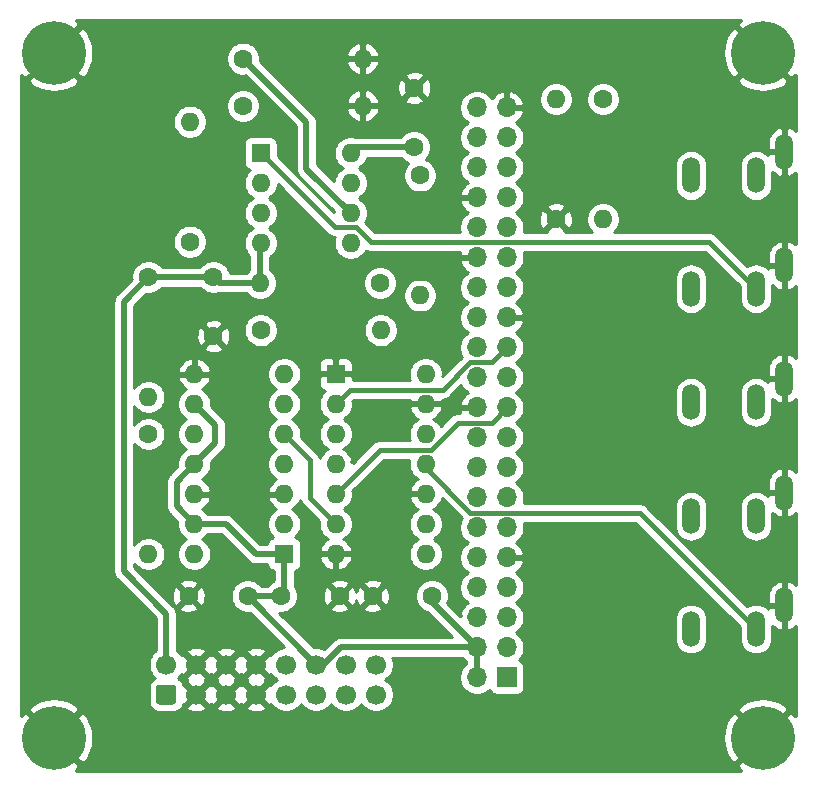
<source format=gbr>
G04 #@! TF.GenerationSoftware,KiCad,Pcbnew,(5.1.6)-1*
G04 #@! TF.CreationDate,2020-11-07T02:00:21+01:00*
G04 #@! TF.ProjectId,Mouse module 2,4d6f7573-6520-46d6-9f64-756c6520322e,rev?*
G04 #@! TF.SameCoordinates,Original*
G04 #@! TF.FileFunction,Copper,L2,Bot*
G04 #@! TF.FilePolarity,Positive*
%FSLAX46Y46*%
G04 Gerber Fmt 4.6, Leading zero omitted, Abs format (unit mm)*
G04 Created by KiCad (PCBNEW (5.1.6)-1) date 2020-11-07 02:00:21*
%MOMM*%
%LPD*%
G01*
G04 APERTURE LIST*
G04 #@! TA.AperFunction,ComponentPad*
%ADD10O,1.508000X3.016000*%
G04 #@! TD*
G04 #@! TA.AperFunction,ComponentPad*
%ADD11C,1.600000*%
G04 #@! TD*
G04 #@! TA.AperFunction,ComponentPad*
%ADD12C,5.400000*%
G04 #@! TD*
G04 #@! TA.AperFunction,ComponentPad*
%ADD13O,1.700000X1.700000*%
G04 #@! TD*
G04 #@! TA.AperFunction,ComponentPad*
%ADD14R,1.700000X1.700000*%
G04 #@! TD*
G04 #@! TA.AperFunction,ComponentPad*
%ADD15C,1.700000*%
G04 #@! TD*
G04 #@! TA.AperFunction,ComponentPad*
%ADD16O,1.600000X1.600000*%
G04 #@! TD*
G04 #@! TA.AperFunction,ComponentPad*
%ADD17R,1.600000X1.600000*%
G04 #@! TD*
G04 #@! TA.AperFunction,Conductor*
%ADD18C,0.500000*%
G04 #@! TD*
G04 #@! TA.AperFunction,Conductor*
%ADD19C,0.400000*%
G04 #@! TD*
G04 #@! TA.AperFunction,Conductor*
%ADD20C,0.254000*%
G04 #@! TD*
G04 APERTURE END LIST*
D10*
X85338000Y-70300000D03*
X82938000Y-72300000D03*
X77438000Y-72300000D03*
X85338000Y-60750000D03*
X82938000Y-62750000D03*
X77438000Y-62750000D03*
X85338000Y-51100000D03*
X82938000Y-53100000D03*
X77438000Y-53100000D03*
X85338000Y-41500000D03*
X82938000Y-43500000D03*
X77438000Y-43500000D03*
X85338000Y-31900000D03*
X82938000Y-33900000D03*
X77438000Y-33900000D03*
D11*
X55500000Y-69500000D03*
X50500000Y-69500000D03*
X42700000Y-69500000D03*
X47700000Y-69500000D03*
X37000000Y-47500000D03*
X37000000Y-42500000D03*
X34900000Y-69500000D03*
X39900000Y-69500000D03*
X54000000Y-31500000D03*
X54000000Y-26500000D03*
D12*
X23500000Y-23500000D03*
X23500000Y-81500000D03*
X83500000Y-81500000D03*
X83500000Y-23500000D03*
D13*
X59310000Y-28140000D03*
X61850000Y-28140000D03*
X59310000Y-30680000D03*
X61850000Y-30680000D03*
X59310000Y-33220000D03*
X61850000Y-33220000D03*
X59310000Y-35760000D03*
X61850000Y-35760000D03*
X59310000Y-38300000D03*
X61850000Y-38300000D03*
X59310000Y-40840000D03*
X61850000Y-40840000D03*
X59310000Y-43380000D03*
X61850000Y-43380000D03*
X59310000Y-45920000D03*
X61850000Y-45920000D03*
X59310000Y-48460000D03*
X61850000Y-48460000D03*
X59310000Y-51000000D03*
X61850000Y-51000000D03*
X59310000Y-53540000D03*
X61850000Y-53540000D03*
X59310000Y-56080000D03*
X61850000Y-56080000D03*
X59310000Y-58620000D03*
X61850000Y-58620000D03*
X59310000Y-61160000D03*
X61850000Y-61160000D03*
X59310000Y-63700000D03*
X61850000Y-63700000D03*
X59310000Y-66240000D03*
X61850000Y-66240000D03*
X59310000Y-68780000D03*
X61850000Y-68780000D03*
X59310000Y-71320000D03*
X61850000Y-71320000D03*
X59310000Y-73860000D03*
X61850000Y-73860000D03*
X59310000Y-76400000D03*
D14*
X61850000Y-76400000D03*
D15*
X50780000Y-75310000D03*
X48240000Y-75310000D03*
X45700000Y-75310000D03*
X43160000Y-75310000D03*
X40620000Y-75310000D03*
X38080000Y-75310000D03*
X35540000Y-75310000D03*
X33000000Y-75310000D03*
X50780000Y-77850000D03*
X48240000Y-77850000D03*
X45700000Y-77850000D03*
X43160000Y-77850000D03*
X40620000Y-77850000D03*
X38080000Y-77850000D03*
X35540000Y-77850000D03*
G04 #@! TA.AperFunction,ComponentPad*
G36*
G01*
X33600000Y-78700000D02*
X32400000Y-78700000D01*
G75*
G02*
X32150000Y-78450000I0J250000D01*
G01*
X32150000Y-77250000D01*
G75*
G02*
X32400000Y-77000000I250000J0D01*
G01*
X33600000Y-77000000D01*
G75*
G02*
X33850000Y-77250000I0J-250000D01*
G01*
X33850000Y-78450000D01*
G75*
G02*
X33600000Y-78700000I-250000J0D01*
G01*
G37*
G04 #@! TD.AperFunction*
D11*
X70000000Y-27440000D03*
D16*
X70000000Y-37600000D03*
X66000000Y-27440000D03*
D11*
X66000000Y-37600000D03*
D16*
X40940000Y-43000000D03*
D11*
X51100000Y-43000000D03*
D16*
X51160000Y-47000000D03*
D11*
X41000000Y-47000000D03*
D16*
X49660000Y-28000000D03*
D11*
X39500000Y-28000000D03*
X31500000Y-55800000D03*
D16*
X31500000Y-65960000D03*
X49660000Y-24000000D03*
D11*
X39500000Y-24000000D03*
X31500000Y-42500000D03*
D16*
X31500000Y-52660000D03*
D11*
X35000000Y-39500000D03*
D16*
X35000000Y-29340000D03*
D11*
X54500000Y-33900000D03*
D16*
X54500000Y-44060000D03*
X54970000Y-50700000D03*
X47350000Y-65940000D03*
X54970000Y-53240000D03*
X47350000Y-63400000D03*
X54970000Y-55780000D03*
X47350000Y-60860000D03*
X54970000Y-58320000D03*
X47350000Y-58320000D03*
X54970000Y-60860000D03*
X47350000Y-55780000D03*
X54970000Y-63400000D03*
X47350000Y-53240000D03*
X54970000Y-65940000D03*
D17*
X47350000Y-50700000D03*
D16*
X48620000Y-32000000D03*
X41000000Y-39620000D03*
X48620000Y-34540000D03*
X41000000Y-37080000D03*
X48620000Y-37080000D03*
X41000000Y-34540000D03*
X48620000Y-39620000D03*
D17*
X41000000Y-32000000D03*
X43000000Y-65950000D03*
D16*
X35380000Y-50710000D03*
X43000000Y-63410000D03*
X35380000Y-53250000D03*
X43000000Y-60870000D03*
X35380000Y-55790000D03*
X43000000Y-58330000D03*
X35380000Y-58330000D03*
X43000000Y-55790000D03*
X35380000Y-60870000D03*
X43000000Y-53250000D03*
X35380000Y-63410000D03*
X43000000Y-50710000D03*
X35380000Y-65950000D03*
D18*
X55500000Y-70050000D02*
X55500000Y-69500000D01*
X59310000Y-73860000D02*
X55500000Y-70050000D01*
X43000000Y-69200000D02*
X42700000Y-69500000D01*
X43000000Y-65950000D02*
X43000000Y-69200000D01*
X35380000Y-58330000D02*
X33890000Y-59820000D01*
X33890000Y-61920000D02*
X35380000Y-63410000D01*
X33890000Y-59820000D02*
X33890000Y-61920000D01*
X35380000Y-53250000D02*
X37170000Y-55040000D01*
X37170000Y-56540000D02*
X35380000Y-58330000D01*
X37170000Y-55040000D02*
X37170000Y-56540000D01*
X38040000Y-63410000D02*
X35380000Y-63410000D01*
X43000000Y-65950000D02*
X40580000Y-65950000D01*
X40580000Y-65950000D02*
X38040000Y-63410000D01*
X39900000Y-69510000D02*
X39900000Y-69500000D01*
X45700000Y-75310000D02*
X39900000Y-69510000D01*
X46315998Y-75310000D02*
X45700000Y-75310000D01*
X47765998Y-73860000D02*
X46315998Y-75310000D01*
X59310000Y-73860000D02*
X47765998Y-73860000D01*
X42700000Y-69500000D02*
X39900000Y-69500000D01*
X59310000Y-76400000D02*
X59310000Y-73860000D01*
X33000000Y-75310000D02*
X33000000Y-71000000D01*
X33000000Y-71000000D02*
X29420000Y-67420000D01*
X29420000Y-44580000D02*
X31500000Y-42500000D01*
X29420000Y-67420000D02*
X29420000Y-44580000D01*
X31500000Y-42500000D02*
X37000000Y-42500000D01*
X37500000Y-43000000D02*
X37000000Y-42500000D01*
X40940000Y-43000000D02*
X37500000Y-43000000D01*
X40940000Y-39680000D02*
X41000000Y-39620000D01*
X40940000Y-43000000D02*
X40940000Y-39680000D01*
X49120000Y-31500000D02*
X48620000Y-32000000D01*
X54000000Y-31500000D02*
X49120000Y-31500000D01*
D19*
X51090001Y-57119999D02*
X47350000Y-60860000D01*
X55406003Y-57119999D02*
X51090001Y-57119999D01*
X60560001Y-54829999D02*
X57696003Y-54829999D01*
X57696003Y-54829999D02*
X55406003Y-57119999D01*
X61850000Y-53540000D02*
X60560001Y-54829999D01*
X60599999Y-49710001D02*
X61850000Y-48460000D01*
X56419999Y-52039999D02*
X58749997Y-49710001D01*
X58749997Y-49710001D02*
X60599999Y-49710001D01*
X48550001Y-52039999D02*
X56419999Y-52039999D01*
X47350000Y-53240000D02*
X48550001Y-52039999D01*
X78988001Y-39550001D02*
X82938000Y-43500000D01*
X50326003Y-39550001D02*
X78988001Y-39550001D01*
X49056003Y-38280001D02*
X50326003Y-39550001D01*
X41000000Y-32000000D02*
X47280001Y-38280001D01*
X47280001Y-38280001D02*
X49056003Y-38280001D01*
X54970000Y-58670002D02*
X58749997Y-62449999D01*
X54970000Y-58320000D02*
X54970000Y-58670002D01*
X73087999Y-62449999D02*
X82938000Y-72300000D01*
X58749997Y-62449999D02*
X73087999Y-62449999D01*
D18*
X48620000Y-37080000D02*
X44870000Y-33330000D01*
X44870000Y-29370000D02*
X39500000Y-24000000D01*
X44870000Y-33330000D02*
X44870000Y-29370000D01*
D19*
X47350000Y-63400000D02*
X45170000Y-61220000D01*
X45170000Y-57960000D02*
X43000000Y-55790000D01*
X45170000Y-61220000D02*
X45170000Y-57960000D01*
D20*
G36*
X81642008Y-20711096D02*
G01*
X81634411Y-20716172D01*
X81334231Y-21154626D01*
X83500000Y-23320395D01*
X83514143Y-23306253D01*
X83693748Y-23485858D01*
X83679605Y-23500000D01*
X85845374Y-25665769D01*
X86283828Y-25365589D01*
X86290001Y-25354078D01*
X86290001Y-30134498D01*
X86230369Y-30074026D01*
X86004091Y-29920531D01*
X85752215Y-29814130D01*
X85679814Y-29799714D01*
X85465000Y-29922323D01*
X85465000Y-31773000D01*
X85485000Y-31773000D01*
X85485000Y-32027000D01*
X85465000Y-32027000D01*
X85465000Y-33877677D01*
X85679814Y-34000286D01*
X85752215Y-33985870D01*
X86004091Y-33879469D01*
X86230369Y-33725974D01*
X86290001Y-33665502D01*
X86290001Y-39734498D01*
X86230369Y-39674026D01*
X86004091Y-39520531D01*
X85752215Y-39414130D01*
X85679814Y-39399714D01*
X85465000Y-39522323D01*
X85465000Y-41373000D01*
X85485000Y-41373000D01*
X85485000Y-41627000D01*
X85465000Y-41627000D01*
X85465000Y-43477677D01*
X85679814Y-43600286D01*
X85752215Y-43585870D01*
X86004091Y-43479469D01*
X86230369Y-43325974D01*
X86290001Y-43265502D01*
X86290001Y-49334498D01*
X86230369Y-49274026D01*
X86004091Y-49120531D01*
X85752215Y-49014130D01*
X85679814Y-48999714D01*
X85465000Y-49122323D01*
X85465000Y-50973000D01*
X85485000Y-50973000D01*
X85485000Y-51227000D01*
X85465000Y-51227000D01*
X85465000Y-53077677D01*
X85679814Y-53200286D01*
X85752215Y-53185870D01*
X86004091Y-53079469D01*
X86230369Y-52925974D01*
X86290000Y-52865502D01*
X86290000Y-58984498D01*
X86230369Y-58924026D01*
X86004091Y-58770531D01*
X85752215Y-58664130D01*
X85679814Y-58649714D01*
X85465000Y-58772323D01*
X85465000Y-60623000D01*
X85485000Y-60623000D01*
X85485000Y-60877000D01*
X85465000Y-60877000D01*
X85465000Y-62727677D01*
X85679814Y-62850286D01*
X85752215Y-62835870D01*
X86004091Y-62729469D01*
X86230369Y-62575974D01*
X86290000Y-62515502D01*
X86290000Y-68534497D01*
X86230369Y-68474026D01*
X86004091Y-68320531D01*
X85752215Y-68214130D01*
X85679814Y-68199714D01*
X85465000Y-68322323D01*
X85465000Y-70173000D01*
X85485000Y-70173000D01*
X85485000Y-70427000D01*
X85465000Y-70427000D01*
X85465000Y-72277677D01*
X85679814Y-72400286D01*
X85752215Y-72385870D01*
X86004091Y-72279469D01*
X86230369Y-72125974D01*
X86290000Y-72065503D01*
X86290000Y-79644065D01*
X86288904Y-79642008D01*
X86283828Y-79634411D01*
X85845374Y-79334231D01*
X83679605Y-81500000D01*
X83693748Y-81514143D01*
X83514143Y-81693748D01*
X83500000Y-81679605D01*
X81334231Y-83845374D01*
X81634411Y-84283828D01*
X81645920Y-84290000D01*
X25355935Y-84290000D01*
X25357992Y-84288904D01*
X25365589Y-84283828D01*
X25665769Y-83845374D01*
X23500000Y-81679605D01*
X23485858Y-81693748D01*
X23306253Y-81514143D01*
X23320395Y-81500000D01*
X23679605Y-81500000D01*
X25845374Y-83665769D01*
X26283828Y-83365589D01*
X26594296Y-82786644D01*
X26785852Y-82158254D01*
X26851134Y-81504569D01*
X26850247Y-81495431D01*
X80148866Y-81495431D01*
X80212366Y-82149293D01*
X80402208Y-82778203D01*
X80711096Y-83357992D01*
X80716172Y-83365589D01*
X81154626Y-83665769D01*
X83320395Y-81500000D01*
X81154626Y-79334231D01*
X80716172Y-79634411D01*
X80405704Y-80213356D01*
X80214148Y-80841746D01*
X80148866Y-81495431D01*
X26850247Y-81495431D01*
X26787634Y-80850707D01*
X26597792Y-80221797D01*
X26288904Y-79642008D01*
X26283828Y-79634411D01*
X25845374Y-79334231D01*
X23679605Y-81500000D01*
X23320395Y-81500000D01*
X21154626Y-79334231D01*
X20716172Y-79634411D01*
X20710000Y-79645920D01*
X20710000Y-79154626D01*
X21334231Y-79154626D01*
X23500000Y-81320395D01*
X25665769Y-79154626D01*
X25365589Y-78716172D01*
X24786644Y-78405704D01*
X24158254Y-78214148D01*
X23504569Y-78148866D01*
X22850707Y-78212366D01*
X22221797Y-78402208D01*
X21642008Y-78711096D01*
X21634411Y-78716172D01*
X21334231Y-79154626D01*
X20710000Y-79154626D01*
X20710000Y-44580000D01*
X28530719Y-44580000D01*
X28535001Y-44623479D01*
X28535000Y-67376531D01*
X28530719Y-67420000D01*
X28535000Y-67463469D01*
X28535000Y-67463476D01*
X28535053Y-67464010D01*
X28547805Y-67593490D01*
X28563157Y-67644096D01*
X28598411Y-67760312D01*
X28680589Y-67914058D01*
X28791183Y-68048817D01*
X28824956Y-68076534D01*
X32115001Y-71366580D01*
X32115000Y-74115344D01*
X32053368Y-74156525D01*
X31846525Y-74363368D01*
X31684010Y-74606589D01*
X31572068Y-74876842D01*
X31515000Y-75163740D01*
X31515000Y-75456260D01*
X31572068Y-75743158D01*
X31684010Y-76013411D01*
X31846525Y-76256632D01*
X32033608Y-76443715D01*
X31906614Y-76511595D01*
X31772038Y-76622038D01*
X31661595Y-76756614D01*
X31579528Y-76910150D01*
X31528992Y-77076746D01*
X31511928Y-77250000D01*
X31511928Y-78450000D01*
X31528992Y-78623254D01*
X31579528Y-78789850D01*
X31661595Y-78943386D01*
X31772038Y-79077962D01*
X31906614Y-79188405D01*
X32060150Y-79270472D01*
X32226746Y-79321008D01*
X32400000Y-79338072D01*
X33600000Y-79338072D01*
X33773254Y-79321008D01*
X33939850Y-79270472D01*
X34093386Y-79188405D01*
X34227962Y-79077962D01*
X34338405Y-78943386D01*
X34373142Y-78878397D01*
X34691208Y-78878397D01*
X34768843Y-79127472D01*
X35032883Y-79253371D01*
X35316411Y-79325339D01*
X35608531Y-79340611D01*
X35898019Y-79298599D01*
X36173747Y-79200919D01*
X36311157Y-79127472D01*
X36388792Y-78878397D01*
X37231208Y-78878397D01*
X37308843Y-79127472D01*
X37572883Y-79253371D01*
X37856411Y-79325339D01*
X38148531Y-79340611D01*
X38438019Y-79298599D01*
X38713747Y-79200919D01*
X38851157Y-79127472D01*
X38928792Y-78878397D01*
X39771208Y-78878397D01*
X39848843Y-79127472D01*
X40112883Y-79253371D01*
X40396411Y-79325339D01*
X40688531Y-79340611D01*
X40978019Y-79298599D01*
X41253747Y-79200919D01*
X41391157Y-79127472D01*
X41468792Y-78878397D01*
X40620000Y-78029605D01*
X39771208Y-78878397D01*
X38928792Y-78878397D01*
X38080000Y-78029605D01*
X37231208Y-78878397D01*
X36388792Y-78878397D01*
X35540000Y-78029605D01*
X34691208Y-78878397D01*
X34373142Y-78878397D01*
X34420472Y-78789850D01*
X34453580Y-78680707D01*
X34511603Y-78698792D01*
X35360395Y-77850000D01*
X35719605Y-77850000D01*
X36568397Y-78698792D01*
X36810000Y-78623486D01*
X37051603Y-78698792D01*
X37900395Y-77850000D01*
X38259605Y-77850000D01*
X39108397Y-78698792D01*
X39350000Y-78623486D01*
X39591603Y-78698792D01*
X40440395Y-77850000D01*
X39591603Y-77001208D01*
X39350000Y-77076514D01*
X39108397Y-77001208D01*
X38259605Y-77850000D01*
X37900395Y-77850000D01*
X37051603Y-77001208D01*
X36810000Y-77076514D01*
X36568397Y-77001208D01*
X35719605Y-77850000D01*
X35360395Y-77850000D01*
X34511603Y-77001208D01*
X34453580Y-77019293D01*
X34420472Y-76910150D01*
X34338405Y-76756614D01*
X34227962Y-76622038D01*
X34093386Y-76511595D01*
X33966392Y-76443715D01*
X34071710Y-76338397D01*
X34691208Y-76338397D01*
X34766514Y-76580000D01*
X34691208Y-76821603D01*
X35540000Y-77670395D01*
X36388792Y-76821603D01*
X36313486Y-76580000D01*
X36388792Y-76338397D01*
X37231208Y-76338397D01*
X37306514Y-76580000D01*
X37231208Y-76821603D01*
X38080000Y-77670395D01*
X38928792Y-76821603D01*
X38853486Y-76580000D01*
X38928792Y-76338397D01*
X39771208Y-76338397D01*
X39846514Y-76580000D01*
X39771208Y-76821603D01*
X40620000Y-77670395D01*
X41468792Y-76821603D01*
X41393486Y-76580000D01*
X41468792Y-76338397D01*
X40620000Y-75489605D01*
X39771208Y-76338397D01*
X38928792Y-76338397D01*
X38080000Y-75489605D01*
X37231208Y-76338397D01*
X36388792Y-76338397D01*
X35540000Y-75489605D01*
X34691208Y-76338397D01*
X34071710Y-76338397D01*
X34153475Y-76256632D01*
X34269311Y-76083271D01*
X34511603Y-76158792D01*
X35360395Y-75310000D01*
X35719605Y-75310000D01*
X36568397Y-76158792D01*
X36810000Y-76083486D01*
X37051603Y-76158792D01*
X37900395Y-75310000D01*
X38259605Y-75310000D01*
X39108397Y-76158792D01*
X39350000Y-76083486D01*
X39591603Y-76158792D01*
X40440395Y-75310000D01*
X39591603Y-74461208D01*
X39350000Y-74536514D01*
X39108397Y-74461208D01*
X38259605Y-75310000D01*
X37900395Y-75310000D01*
X37051603Y-74461208D01*
X36810000Y-74536514D01*
X36568397Y-74461208D01*
X35719605Y-75310000D01*
X35360395Y-75310000D01*
X34511603Y-74461208D01*
X34269311Y-74536729D01*
X34153475Y-74363368D01*
X34071710Y-74281603D01*
X34691208Y-74281603D01*
X35540000Y-75130395D01*
X36388792Y-74281603D01*
X37231208Y-74281603D01*
X38080000Y-75130395D01*
X38928792Y-74281603D01*
X39771208Y-74281603D01*
X40620000Y-75130395D01*
X41468792Y-74281603D01*
X41391157Y-74032528D01*
X41127117Y-73906629D01*
X40843589Y-73834661D01*
X40551469Y-73819389D01*
X40261981Y-73861401D01*
X39986253Y-73959081D01*
X39848843Y-74032528D01*
X39771208Y-74281603D01*
X38928792Y-74281603D01*
X38851157Y-74032528D01*
X38587117Y-73906629D01*
X38303589Y-73834661D01*
X38011469Y-73819389D01*
X37721981Y-73861401D01*
X37446253Y-73959081D01*
X37308843Y-74032528D01*
X37231208Y-74281603D01*
X36388792Y-74281603D01*
X36311157Y-74032528D01*
X36047117Y-73906629D01*
X35763589Y-73834661D01*
X35471469Y-73819389D01*
X35181981Y-73861401D01*
X34906253Y-73959081D01*
X34768843Y-74032528D01*
X34691208Y-74281603D01*
X34071710Y-74281603D01*
X33946632Y-74156525D01*
X33885000Y-74115344D01*
X33885000Y-71043469D01*
X33889281Y-71000000D01*
X33885000Y-70956531D01*
X33885000Y-70956523D01*
X33872195Y-70826510D01*
X33821589Y-70659687D01*
X33821589Y-70659686D01*
X33739411Y-70505941D01*
X33728546Y-70492702D01*
X34086903Y-70492702D01*
X34158486Y-70736671D01*
X34413996Y-70857571D01*
X34688184Y-70926300D01*
X34970512Y-70940217D01*
X35250130Y-70898787D01*
X35516292Y-70803603D01*
X35641514Y-70736671D01*
X35713097Y-70492702D01*
X34900000Y-69679605D01*
X34086903Y-70492702D01*
X33728546Y-70492702D01*
X33656532Y-70404953D01*
X33656530Y-70404951D01*
X33628817Y-70371183D01*
X33595049Y-70343470D01*
X32822091Y-69570512D01*
X33459783Y-69570512D01*
X33501213Y-69850130D01*
X33596397Y-70116292D01*
X33663329Y-70241514D01*
X33907298Y-70313097D01*
X34720395Y-69500000D01*
X35079605Y-69500000D01*
X35892702Y-70313097D01*
X36136671Y-70241514D01*
X36257571Y-69986004D01*
X36326300Y-69711816D01*
X36340217Y-69429488D01*
X36298787Y-69149870D01*
X36203603Y-68883708D01*
X36136671Y-68758486D01*
X35892702Y-68686903D01*
X35079605Y-69500000D01*
X34720395Y-69500000D01*
X33907298Y-68686903D01*
X33663329Y-68758486D01*
X33542429Y-69013996D01*
X33473700Y-69288184D01*
X33459783Y-69570512D01*
X32822091Y-69570512D01*
X31758877Y-68507298D01*
X34086903Y-68507298D01*
X34900000Y-69320395D01*
X35713097Y-68507298D01*
X35641514Y-68263329D01*
X35386004Y-68142429D01*
X35111816Y-68073700D01*
X34829488Y-68059783D01*
X34549870Y-68101213D01*
X34283708Y-68196397D01*
X34158486Y-68263329D01*
X34086903Y-68507298D01*
X31758877Y-68507298D01*
X30305000Y-67053422D01*
X30305000Y-66754487D01*
X30385363Y-66874759D01*
X30585241Y-67074637D01*
X30820273Y-67231680D01*
X31081426Y-67339853D01*
X31358665Y-67395000D01*
X31641335Y-67395000D01*
X31918574Y-67339853D01*
X32179727Y-67231680D01*
X32414759Y-67074637D01*
X32614637Y-66874759D01*
X32771680Y-66639727D01*
X32879853Y-66378574D01*
X32935000Y-66101335D01*
X32935000Y-65818665D01*
X32879853Y-65541426D01*
X32771680Y-65280273D01*
X32614637Y-65045241D01*
X32414759Y-64845363D01*
X32179727Y-64688320D01*
X31918574Y-64580147D01*
X31641335Y-64525000D01*
X31358665Y-64525000D01*
X31081426Y-64580147D01*
X30820273Y-64688320D01*
X30585241Y-64845363D01*
X30385363Y-65045241D01*
X30305000Y-65165513D01*
X30305000Y-56594487D01*
X30385363Y-56714759D01*
X30585241Y-56914637D01*
X30820273Y-57071680D01*
X31081426Y-57179853D01*
X31358665Y-57235000D01*
X31641335Y-57235000D01*
X31918574Y-57179853D01*
X32179727Y-57071680D01*
X32414759Y-56914637D01*
X32614637Y-56714759D01*
X32771680Y-56479727D01*
X32879853Y-56218574D01*
X32935000Y-55941335D01*
X32935000Y-55658665D01*
X32879853Y-55381426D01*
X32771680Y-55120273D01*
X32614637Y-54885241D01*
X32414759Y-54685363D01*
X32179727Y-54528320D01*
X31918574Y-54420147D01*
X31641335Y-54365000D01*
X31358665Y-54365000D01*
X31081426Y-54420147D01*
X30820273Y-54528320D01*
X30585241Y-54685363D01*
X30385363Y-54885241D01*
X30305000Y-55005513D01*
X30305000Y-53454487D01*
X30385363Y-53574759D01*
X30585241Y-53774637D01*
X30820273Y-53931680D01*
X31081426Y-54039853D01*
X31358665Y-54095000D01*
X31641335Y-54095000D01*
X31918574Y-54039853D01*
X32179727Y-53931680D01*
X32414759Y-53774637D01*
X32614637Y-53574759D01*
X32771680Y-53339727D01*
X32879853Y-53078574D01*
X32935000Y-52801335D01*
X32935000Y-52518665D01*
X32879853Y-52241426D01*
X32771680Y-51980273D01*
X32614637Y-51745241D01*
X32414759Y-51545363D01*
X32179727Y-51388320D01*
X31918574Y-51280147D01*
X31641335Y-51225000D01*
X31358665Y-51225000D01*
X31081426Y-51280147D01*
X30820273Y-51388320D01*
X30585241Y-51545363D01*
X30385363Y-51745241D01*
X30305000Y-51865513D01*
X30305000Y-50360961D01*
X33988096Y-50360961D01*
X34110085Y-50583000D01*
X35253000Y-50583000D01*
X35253000Y-49439376D01*
X35507000Y-49439376D01*
X35507000Y-50583000D01*
X36649915Y-50583000D01*
X36771904Y-50360961D01*
X36731246Y-50226913D01*
X36611037Y-49972580D01*
X36443519Y-49746586D01*
X36235131Y-49557615D01*
X35993881Y-49412930D01*
X35729040Y-49318091D01*
X35507000Y-49439376D01*
X35253000Y-49439376D01*
X35030960Y-49318091D01*
X34766119Y-49412930D01*
X34524869Y-49557615D01*
X34316481Y-49746586D01*
X34148963Y-49972580D01*
X34028754Y-50226913D01*
X33988096Y-50360961D01*
X30305000Y-50360961D01*
X30305000Y-48492702D01*
X36186903Y-48492702D01*
X36258486Y-48736671D01*
X36513996Y-48857571D01*
X36788184Y-48926300D01*
X37070512Y-48940217D01*
X37350130Y-48898787D01*
X37616292Y-48803603D01*
X37741514Y-48736671D01*
X37813097Y-48492702D01*
X37000000Y-47679605D01*
X36186903Y-48492702D01*
X30305000Y-48492702D01*
X30305000Y-47570512D01*
X35559783Y-47570512D01*
X35601213Y-47850130D01*
X35696397Y-48116292D01*
X35763329Y-48241514D01*
X36007298Y-48313097D01*
X36820395Y-47500000D01*
X37179605Y-47500000D01*
X37992702Y-48313097D01*
X38236671Y-48241514D01*
X38357571Y-47986004D01*
X38426300Y-47711816D01*
X38440217Y-47429488D01*
X38398787Y-47149870D01*
X38303603Y-46883708D01*
X38290218Y-46858665D01*
X39565000Y-46858665D01*
X39565000Y-47141335D01*
X39620147Y-47418574D01*
X39728320Y-47679727D01*
X39885363Y-47914759D01*
X40085241Y-48114637D01*
X40320273Y-48271680D01*
X40581426Y-48379853D01*
X40858665Y-48435000D01*
X41141335Y-48435000D01*
X41418574Y-48379853D01*
X41679727Y-48271680D01*
X41914759Y-48114637D01*
X42114637Y-47914759D01*
X42271680Y-47679727D01*
X42379853Y-47418574D01*
X42435000Y-47141335D01*
X42435000Y-46858665D01*
X49725000Y-46858665D01*
X49725000Y-47141335D01*
X49780147Y-47418574D01*
X49888320Y-47679727D01*
X50045363Y-47914759D01*
X50245241Y-48114637D01*
X50480273Y-48271680D01*
X50741426Y-48379853D01*
X51018665Y-48435000D01*
X51301335Y-48435000D01*
X51578574Y-48379853D01*
X51839727Y-48271680D01*
X52074759Y-48114637D01*
X52274637Y-47914759D01*
X52431680Y-47679727D01*
X52539853Y-47418574D01*
X52595000Y-47141335D01*
X52595000Y-46858665D01*
X52539853Y-46581426D01*
X52431680Y-46320273D01*
X52274637Y-46085241D01*
X52074759Y-45885363D01*
X51839727Y-45728320D01*
X51578574Y-45620147D01*
X51301335Y-45565000D01*
X51018665Y-45565000D01*
X50741426Y-45620147D01*
X50480273Y-45728320D01*
X50245241Y-45885363D01*
X50045363Y-46085241D01*
X49888320Y-46320273D01*
X49780147Y-46581426D01*
X49725000Y-46858665D01*
X42435000Y-46858665D01*
X42379853Y-46581426D01*
X42271680Y-46320273D01*
X42114637Y-46085241D01*
X41914759Y-45885363D01*
X41679727Y-45728320D01*
X41418574Y-45620147D01*
X41141335Y-45565000D01*
X40858665Y-45565000D01*
X40581426Y-45620147D01*
X40320273Y-45728320D01*
X40085241Y-45885363D01*
X39885363Y-46085241D01*
X39728320Y-46320273D01*
X39620147Y-46581426D01*
X39565000Y-46858665D01*
X38290218Y-46858665D01*
X38236671Y-46758486D01*
X37992702Y-46686903D01*
X37179605Y-47500000D01*
X36820395Y-47500000D01*
X36007298Y-46686903D01*
X35763329Y-46758486D01*
X35642429Y-47013996D01*
X35573700Y-47288184D01*
X35559783Y-47570512D01*
X30305000Y-47570512D01*
X30305000Y-46507298D01*
X36186903Y-46507298D01*
X37000000Y-47320395D01*
X37813097Y-46507298D01*
X37741514Y-46263329D01*
X37486004Y-46142429D01*
X37211816Y-46073700D01*
X36929488Y-46059783D01*
X36649870Y-46101213D01*
X36383708Y-46196397D01*
X36258486Y-46263329D01*
X36186903Y-46507298D01*
X30305000Y-46507298D01*
X30305000Y-44946578D01*
X31323561Y-43928017D01*
X31358665Y-43935000D01*
X31641335Y-43935000D01*
X31918574Y-43879853D01*
X32179727Y-43771680D01*
X32414759Y-43614637D01*
X32614637Y-43414759D01*
X32634521Y-43385000D01*
X35865479Y-43385000D01*
X35885363Y-43414759D01*
X36085241Y-43614637D01*
X36320273Y-43771680D01*
X36581426Y-43879853D01*
X36858665Y-43935000D01*
X37141335Y-43935000D01*
X37413835Y-43880796D01*
X37456523Y-43885000D01*
X37456531Y-43885000D01*
X37500000Y-43889281D01*
X37543469Y-43885000D01*
X39805479Y-43885000D01*
X39825363Y-43914759D01*
X40025241Y-44114637D01*
X40260273Y-44271680D01*
X40521426Y-44379853D01*
X40798665Y-44435000D01*
X41081335Y-44435000D01*
X41358574Y-44379853D01*
X41619727Y-44271680D01*
X41854759Y-44114637D01*
X42054637Y-43914759D01*
X42211680Y-43679727D01*
X42319853Y-43418574D01*
X42375000Y-43141335D01*
X42375000Y-42858665D01*
X49665000Y-42858665D01*
X49665000Y-43141335D01*
X49720147Y-43418574D01*
X49828320Y-43679727D01*
X49985363Y-43914759D01*
X50185241Y-44114637D01*
X50420273Y-44271680D01*
X50681426Y-44379853D01*
X50958665Y-44435000D01*
X51241335Y-44435000D01*
X51518574Y-44379853D01*
X51779727Y-44271680D01*
X52014759Y-44114637D01*
X52210731Y-43918665D01*
X53065000Y-43918665D01*
X53065000Y-44201335D01*
X53120147Y-44478574D01*
X53228320Y-44739727D01*
X53385363Y-44974759D01*
X53585241Y-45174637D01*
X53820273Y-45331680D01*
X54081426Y-45439853D01*
X54358665Y-45495000D01*
X54641335Y-45495000D01*
X54918574Y-45439853D01*
X55179727Y-45331680D01*
X55414759Y-45174637D01*
X55614637Y-44974759D01*
X55771680Y-44739727D01*
X55879853Y-44478574D01*
X55935000Y-44201335D01*
X55935000Y-43918665D01*
X55879853Y-43641426D01*
X55771680Y-43380273D01*
X55614637Y-43145241D01*
X55414759Y-42945363D01*
X55179727Y-42788320D01*
X54918574Y-42680147D01*
X54641335Y-42625000D01*
X54358665Y-42625000D01*
X54081426Y-42680147D01*
X53820273Y-42788320D01*
X53585241Y-42945363D01*
X53385363Y-43145241D01*
X53228320Y-43380273D01*
X53120147Y-43641426D01*
X53065000Y-43918665D01*
X52210731Y-43918665D01*
X52214637Y-43914759D01*
X52371680Y-43679727D01*
X52479853Y-43418574D01*
X52535000Y-43141335D01*
X52535000Y-42858665D01*
X52479853Y-42581426D01*
X52371680Y-42320273D01*
X52214637Y-42085241D01*
X52014759Y-41885363D01*
X51779727Y-41728320D01*
X51518574Y-41620147D01*
X51241335Y-41565000D01*
X50958665Y-41565000D01*
X50681426Y-41620147D01*
X50420273Y-41728320D01*
X50185241Y-41885363D01*
X49985363Y-42085241D01*
X49828320Y-42320273D01*
X49720147Y-42581426D01*
X49665000Y-42858665D01*
X42375000Y-42858665D01*
X42319853Y-42581426D01*
X42211680Y-42320273D01*
X42054637Y-42085241D01*
X41854759Y-41885363D01*
X41825000Y-41865479D01*
X41825000Y-40794612D01*
X41914759Y-40734637D01*
X42114637Y-40534759D01*
X42271680Y-40299727D01*
X42379853Y-40038574D01*
X42435000Y-39761335D01*
X42435000Y-39478665D01*
X42379853Y-39201426D01*
X42271680Y-38940273D01*
X42114637Y-38705241D01*
X41914759Y-38505363D01*
X41682241Y-38350000D01*
X41914759Y-38194637D01*
X42114637Y-37994759D01*
X42271680Y-37759727D01*
X42379853Y-37498574D01*
X42435000Y-37221335D01*
X42435000Y-36938665D01*
X42379853Y-36661426D01*
X42271680Y-36400273D01*
X42114637Y-36165241D01*
X41914759Y-35965363D01*
X41682241Y-35810000D01*
X41914759Y-35654637D01*
X42114637Y-35454759D01*
X42271680Y-35219727D01*
X42379853Y-34958574D01*
X42435000Y-34681335D01*
X42435000Y-34615868D01*
X46660564Y-38841433D01*
X46686710Y-38873292D01*
X46718569Y-38899438D01*
X46718571Y-38899440D01*
X46789404Y-38957571D01*
X46813855Y-38977637D01*
X46958914Y-39055173D01*
X47116312Y-39102919D01*
X47238982Y-39115001D01*
X47238983Y-39115001D01*
X47274497Y-39118499D01*
X47240147Y-39201426D01*
X47185000Y-39478665D01*
X47185000Y-39761335D01*
X47240147Y-40038574D01*
X47348320Y-40299727D01*
X47505363Y-40534759D01*
X47705241Y-40734637D01*
X47940273Y-40891680D01*
X48201426Y-40999853D01*
X48478665Y-41055000D01*
X48761335Y-41055000D01*
X49038574Y-40999853D01*
X49299727Y-40891680D01*
X49534759Y-40734637D01*
X49734637Y-40534759D01*
X49891680Y-40299727D01*
X49903577Y-40271006D01*
X50004916Y-40325173D01*
X50162314Y-40372919D01*
X50284984Y-40385001D01*
X50284986Y-40385001D01*
X50326002Y-40389041D01*
X50367018Y-40385001D01*
X57898282Y-40385001D01*
X57868524Y-40483110D01*
X57989845Y-40713000D01*
X59183000Y-40713000D01*
X59183000Y-40693000D01*
X59437000Y-40693000D01*
X59437000Y-40713000D01*
X59457000Y-40713000D01*
X59457000Y-40967000D01*
X59437000Y-40967000D01*
X59437000Y-40987000D01*
X59183000Y-40987000D01*
X59183000Y-40967000D01*
X57989845Y-40967000D01*
X57868524Y-41196890D01*
X57913175Y-41344099D01*
X58038359Y-41606920D01*
X58212412Y-41840269D01*
X58428645Y-42035178D01*
X58545534Y-42104805D01*
X58363368Y-42226525D01*
X58156525Y-42433368D01*
X57994010Y-42676589D01*
X57882068Y-42946842D01*
X57825000Y-43233740D01*
X57825000Y-43526260D01*
X57882068Y-43813158D01*
X57994010Y-44083411D01*
X58156525Y-44326632D01*
X58363368Y-44533475D01*
X58537760Y-44650000D01*
X58363368Y-44766525D01*
X58156525Y-44973368D01*
X57994010Y-45216589D01*
X57882068Y-45486842D01*
X57825000Y-45773740D01*
X57825000Y-46066260D01*
X57882068Y-46353158D01*
X57994010Y-46623411D01*
X58156525Y-46866632D01*
X58363368Y-47073475D01*
X58537760Y-47190000D01*
X58363368Y-47306525D01*
X58156525Y-47513368D01*
X57994010Y-47756589D01*
X57882068Y-48026842D01*
X57825000Y-48313740D01*
X57825000Y-48606260D01*
X57882068Y-48893158D01*
X57994010Y-49163411D01*
X58042759Y-49236370D01*
X56396857Y-50882274D01*
X56405000Y-50841335D01*
X56405000Y-50558665D01*
X56349853Y-50281426D01*
X56241680Y-50020273D01*
X56084637Y-49785241D01*
X55884759Y-49585363D01*
X55649727Y-49428320D01*
X55388574Y-49320147D01*
X55111335Y-49265000D01*
X54828665Y-49265000D01*
X54551426Y-49320147D01*
X54290273Y-49428320D01*
X54055241Y-49585363D01*
X53855363Y-49785241D01*
X53698320Y-50020273D01*
X53590147Y-50281426D01*
X53535000Y-50558665D01*
X53535000Y-50841335D01*
X53590147Y-51118574D01*
X53625945Y-51204999D01*
X48786310Y-51204999D01*
X48785000Y-50985750D01*
X48626250Y-50827000D01*
X47477000Y-50827000D01*
X47477000Y-50847000D01*
X47223000Y-50847000D01*
X47223000Y-50827000D01*
X46073750Y-50827000D01*
X45915000Y-50985750D01*
X45911928Y-51500000D01*
X45924188Y-51624482D01*
X45960498Y-51744180D01*
X46019463Y-51854494D01*
X46098815Y-51951185D01*
X46195506Y-52030537D01*
X46305820Y-52089502D01*
X46425518Y-52125812D01*
X46433961Y-52126643D01*
X46235363Y-52325241D01*
X46078320Y-52560273D01*
X45970147Y-52821426D01*
X45915000Y-53098665D01*
X45915000Y-53381335D01*
X45970147Y-53658574D01*
X46078320Y-53919727D01*
X46235363Y-54154759D01*
X46435241Y-54354637D01*
X46667759Y-54510000D01*
X46435241Y-54665363D01*
X46235363Y-54865241D01*
X46078320Y-55100273D01*
X45970147Y-55361426D01*
X45915000Y-55638665D01*
X45915000Y-55921335D01*
X45970147Y-56198574D01*
X46078320Y-56459727D01*
X46235363Y-56694759D01*
X46435241Y-56894637D01*
X46670273Y-57051680D01*
X46680865Y-57056067D01*
X46494869Y-57167615D01*
X46286481Y-57356586D01*
X46118963Y-57582580D01*
X45998754Y-57836913D01*
X45997367Y-57841485D01*
X45992918Y-57796311D01*
X45945172Y-57638913D01*
X45867636Y-57493854D01*
X45763291Y-57366709D01*
X45731427Y-57340559D01*
X44416285Y-56025418D01*
X44435000Y-55931335D01*
X44435000Y-55648665D01*
X44379853Y-55371426D01*
X44271680Y-55110273D01*
X44114637Y-54875241D01*
X43914759Y-54675363D01*
X43682241Y-54520000D01*
X43914759Y-54364637D01*
X44114637Y-54164759D01*
X44271680Y-53929727D01*
X44379853Y-53668574D01*
X44435000Y-53391335D01*
X44435000Y-53108665D01*
X44379853Y-52831426D01*
X44271680Y-52570273D01*
X44114637Y-52335241D01*
X43914759Y-52135363D01*
X43682241Y-51980000D01*
X43914759Y-51824637D01*
X44114637Y-51624759D01*
X44271680Y-51389727D01*
X44379853Y-51128574D01*
X44435000Y-50851335D01*
X44435000Y-50568665D01*
X44379853Y-50291426D01*
X44271680Y-50030273D01*
X44184635Y-49900000D01*
X45911928Y-49900000D01*
X45915000Y-50414250D01*
X46073750Y-50573000D01*
X47223000Y-50573000D01*
X47223000Y-49423750D01*
X47477000Y-49423750D01*
X47477000Y-50573000D01*
X48626250Y-50573000D01*
X48785000Y-50414250D01*
X48788072Y-49900000D01*
X48775812Y-49775518D01*
X48739502Y-49655820D01*
X48680537Y-49545506D01*
X48601185Y-49448815D01*
X48504494Y-49369463D01*
X48394180Y-49310498D01*
X48274482Y-49274188D01*
X48150000Y-49261928D01*
X47635750Y-49265000D01*
X47477000Y-49423750D01*
X47223000Y-49423750D01*
X47064250Y-49265000D01*
X46550000Y-49261928D01*
X46425518Y-49274188D01*
X46305820Y-49310498D01*
X46195506Y-49369463D01*
X46098815Y-49448815D01*
X46019463Y-49545506D01*
X45960498Y-49655820D01*
X45924188Y-49775518D01*
X45911928Y-49900000D01*
X44184635Y-49900000D01*
X44114637Y-49795241D01*
X43914759Y-49595363D01*
X43679727Y-49438320D01*
X43418574Y-49330147D01*
X43141335Y-49275000D01*
X42858665Y-49275000D01*
X42581426Y-49330147D01*
X42320273Y-49438320D01*
X42085241Y-49595363D01*
X41885363Y-49795241D01*
X41728320Y-50030273D01*
X41620147Y-50291426D01*
X41565000Y-50568665D01*
X41565000Y-50851335D01*
X41620147Y-51128574D01*
X41728320Y-51389727D01*
X41885363Y-51624759D01*
X42085241Y-51824637D01*
X42317759Y-51980000D01*
X42085241Y-52135363D01*
X41885363Y-52335241D01*
X41728320Y-52570273D01*
X41620147Y-52831426D01*
X41565000Y-53108665D01*
X41565000Y-53391335D01*
X41620147Y-53668574D01*
X41728320Y-53929727D01*
X41885363Y-54164759D01*
X42085241Y-54364637D01*
X42317759Y-54520000D01*
X42085241Y-54675363D01*
X41885363Y-54875241D01*
X41728320Y-55110273D01*
X41620147Y-55371426D01*
X41565000Y-55648665D01*
X41565000Y-55931335D01*
X41620147Y-56208574D01*
X41728320Y-56469727D01*
X41885363Y-56704759D01*
X42085241Y-56904637D01*
X42317759Y-57060000D01*
X42085241Y-57215363D01*
X41885363Y-57415241D01*
X41728320Y-57650273D01*
X41620147Y-57911426D01*
X41565000Y-58188665D01*
X41565000Y-58471335D01*
X41620147Y-58748574D01*
X41728320Y-59009727D01*
X41885363Y-59244759D01*
X42085241Y-59444637D01*
X42320273Y-59601680D01*
X42330865Y-59606067D01*
X42144869Y-59717615D01*
X41936481Y-59906586D01*
X41768963Y-60132580D01*
X41648754Y-60386913D01*
X41608096Y-60520961D01*
X41730085Y-60743000D01*
X42873000Y-60743000D01*
X42873000Y-60723000D01*
X43127000Y-60723000D01*
X43127000Y-60743000D01*
X43147000Y-60743000D01*
X43147000Y-60997000D01*
X43127000Y-60997000D01*
X43127000Y-61017000D01*
X42873000Y-61017000D01*
X42873000Y-60997000D01*
X41730085Y-60997000D01*
X41608096Y-61219039D01*
X41648754Y-61353087D01*
X41768963Y-61607420D01*
X41936481Y-61833414D01*
X42144869Y-62022385D01*
X42330865Y-62133933D01*
X42320273Y-62138320D01*
X42085241Y-62295363D01*
X41885363Y-62495241D01*
X41728320Y-62730273D01*
X41620147Y-62991426D01*
X41565000Y-63268665D01*
X41565000Y-63551335D01*
X41620147Y-63828574D01*
X41728320Y-64089727D01*
X41885363Y-64324759D01*
X42083961Y-64523357D01*
X42075518Y-64524188D01*
X41955820Y-64560498D01*
X41845506Y-64619463D01*
X41748815Y-64698815D01*
X41669463Y-64795506D01*
X41610498Y-64905820D01*
X41574188Y-65025518D01*
X41570299Y-65065000D01*
X40946579Y-65065000D01*
X38696534Y-62814956D01*
X38668817Y-62781183D01*
X38534059Y-62670589D01*
X38380313Y-62588411D01*
X38213490Y-62537805D01*
X38083477Y-62525000D01*
X38083469Y-62525000D01*
X38040000Y-62520719D01*
X37996531Y-62525000D01*
X36514521Y-62525000D01*
X36494637Y-62495241D01*
X36294759Y-62295363D01*
X36059727Y-62138320D01*
X36049135Y-62133933D01*
X36235131Y-62022385D01*
X36443519Y-61833414D01*
X36611037Y-61607420D01*
X36731246Y-61353087D01*
X36771904Y-61219039D01*
X36649915Y-60997000D01*
X35507000Y-60997000D01*
X35507000Y-61017000D01*
X35253000Y-61017000D01*
X35253000Y-60997000D01*
X35233000Y-60997000D01*
X35233000Y-60743000D01*
X35253000Y-60743000D01*
X35253000Y-60723000D01*
X35507000Y-60723000D01*
X35507000Y-60743000D01*
X36649915Y-60743000D01*
X36771904Y-60520961D01*
X36731246Y-60386913D01*
X36611037Y-60132580D01*
X36443519Y-59906586D01*
X36235131Y-59717615D01*
X36049135Y-59606067D01*
X36059727Y-59601680D01*
X36294759Y-59444637D01*
X36494637Y-59244759D01*
X36651680Y-59009727D01*
X36759853Y-58748574D01*
X36815000Y-58471335D01*
X36815000Y-58188665D01*
X36808017Y-58153561D01*
X37765049Y-57196530D01*
X37798817Y-57168817D01*
X37826571Y-57135000D01*
X37894950Y-57051680D01*
X37909411Y-57034059D01*
X37991589Y-56880313D01*
X38042195Y-56713490D01*
X38055000Y-56583477D01*
X38055000Y-56583467D01*
X38059281Y-56540001D01*
X38055000Y-56496535D01*
X38055000Y-55083465D01*
X38059281Y-55039999D01*
X38055000Y-54996533D01*
X38055000Y-54996523D01*
X38042195Y-54866510D01*
X37991589Y-54699687D01*
X37909411Y-54545941D01*
X37885210Y-54516452D01*
X37826532Y-54444953D01*
X37826530Y-54444951D01*
X37798817Y-54411183D01*
X37765050Y-54383471D01*
X36808017Y-53426439D01*
X36815000Y-53391335D01*
X36815000Y-53108665D01*
X36759853Y-52831426D01*
X36651680Y-52570273D01*
X36494637Y-52335241D01*
X36294759Y-52135363D01*
X36059727Y-51978320D01*
X36049135Y-51973933D01*
X36235131Y-51862385D01*
X36443519Y-51673414D01*
X36611037Y-51447420D01*
X36731246Y-51193087D01*
X36771904Y-51059039D01*
X36649915Y-50837000D01*
X35507000Y-50837000D01*
X35507000Y-50857000D01*
X35253000Y-50857000D01*
X35253000Y-50837000D01*
X34110085Y-50837000D01*
X33988096Y-51059039D01*
X34028754Y-51193087D01*
X34148963Y-51447420D01*
X34316481Y-51673414D01*
X34524869Y-51862385D01*
X34710865Y-51973933D01*
X34700273Y-51978320D01*
X34465241Y-52135363D01*
X34265363Y-52335241D01*
X34108320Y-52570273D01*
X34000147Y-52831426D01*
X33945000Y-53108665D01*
X33945000Y-53391335D01*
X34000147Y-53668574D01*
X34108320Y-53929727D01*
X34265363Y-54164759D01*
X34465241Y-54364637D01*
X34697759Y-54520000D01*
X34465241Y-54675363D01*
X34265363Y-54875241D01*
X34108320Y-55110273D01*
X34000147Y-55371426D01*
X33945000Y-55648665D01*
X33945000Y-55931335D01*
X34000147Y-56208574D01*
X34108320Y-56469727D01*
X34265363Y-56704759D01*
X34465241Y-56904637D01*
X34697759Y-57060000D01*
X34465241Y-57215363D01*
X34265363Y-57415241D01*
X34108320Y-57650273D01*
X34000147Y-57911426D01*
X33945000Y-58188665D01*
X33945000Y-58471335D01*
X33951983Y-58506439D01*
X33294956Y-59163466D01*
X33261183Y-59191183D01*
X33150589Y-59325942D01*
X33068411Y-59479688D01*
X33017805Y-59646511D01*
X33005000Y-59776524D01*
X33005000Y-59776531D01*
X33000719Y-59820000D01*
X33005000Y-59863469D01*
X33005001Y-61876521D01*
X33000719Y-61920000D01*
X33017805Y-62093490D01*
X33068412Y-62260313D01*
X33150590Y-62414059D01*
X33233468Y-62515046D01*
X33233471Y-62515049D01*
X33261184Y-62548817D01*
X33294951Y-62576529D01*
X33951983Y-63233561D01*
X33945000Y-63268665D01*
X33945000Y-63551335D01*
X34000147Y-63828574D01*
X34108320Y-64089727D01*
X34265363Y-64324759D01*
X34465241Y-64524637D01*
X34697759Y-64680000D01*
X34465241Y-64835363D01*
X34265363Y-65035241D01*
X34108320Y-65270273D01*
X34000147Y-65531426D01*
X33945000Y-65808665D01*
X33945000Y-66091335D01*
X34000147Y-66368574D01*
X34108320Y-66629727D01*
X34265363Y-66864759D01*
X34465241Y-67064637D01*
X34700273Y-67221680D01*
X34961426Y-67329853D01*
X35238665Y-67385000D01*
X35521335Y-67385000D01*
X35798574Y-67329853D01*
X36059727Y-67221680D01*
X36294759Y-67064637D01*
X36494637Y-66864759D01*
X36651680Y-66629727D01*
X36759853Y-66368574D01*
X36815000Y-66091335D01*
X36815000Y-65808665D01*
X36759853Y-65531426D01*
X36651680Y-65270273D01*
X36494637Y-65035241D01*
X36294759Y-64835363D01*
X36062241Y-64680000D01*
X36294759Y-64524637D01*
X36494637Y-64324759D01*
X36514521Y-64295000D01*
X37673422Y-64295000D01*
X39923470Y-66545049D01*
X39951183Y-66578817D01*
X39984951Y-66606530D01*
X39984953Y-66606532D01*
X40013216Y-66629727D01*
X40085941Y-66689411D01*
X40239687Y-66771589D01*
X40406510Y-66822195D01*
X40536523Y-66835000D01*
X40536533Y-66835000D01*
X40579999Y-66839281D01*
X40623465Y-66835000D01*
X41570299Y-66835000D01*
X41574188Y-66874482D01*
X41610498Y-66994180D01*
X41669463Y-67104494D01*
X41748815Y-67201185D01*
X41845506Y-67280537D01*
X41955820Y-67339502D01*
X42075518Y-67375812D01*
X42115000Y-67379701D01*
X42115001Y-68189083D01*
X42020273Y-68228320D01*
X41785241Y-68385363D01*
X41585363Y-68585241D01*
X41565479Y-68615000D01*
X41034521Y-68615000D01*
X41014637Y-68585241D01*
X40814759Y-68385363D01*
X40579727Y-68228320D01*
X40318574Y-68120147D01*
X40041335Y-68065000D01*
X39758665Y-68065000D01*
X39481426Y-68120147D01*
X39220273Y-68228320D01*
X38985241Y-68385363D01*
X38785363Y-68585241D01*
X38628320Y-68820273D01*
X38520147Y-69081426D01*
X38465000Y-69358665D01*
X38465000Y-69641335D01*
X38520147Y-69918574D01*
X38628320Y-70179727D01*
X38785363Y-70414759D01*
X38985241Y-70614637D01*
X39220273Y-70771680D01*
X39481426Y-70879853D01*
X39758665Y-70935000D01*
X40041335Y-70935000D01*
X40068098Y-70929676D01*
X42971770Y-73833348D01*
X42726842Y-73882068D01*
X42456589Y-73994010D01*
X42213368Y-74156525D01*
X42006525Y-74363368D01*
X41890689Y-74536729D01*
X41648397Y-74461208D01*
X40799605Y-75310000D01*
X41648397Y-76158792D01*
X41890689Y-76083271D01*
X42006525Y-76256632D01*
X42213368Y-76463475D01*
X42387760Y-76580000D01*
X42213368Y-76696525D01*
X42006525Y-76903368D01*
X41890689Y-77076729D01*
X41648397Y-77001208D01*
X40799605Y-77850000D01*
X41648397Y-78698792D01*
X41890689Y-78623271D01*
X42006525Y-78796632D01*
X42213368Y-79003475D01*
X42456589Y-79165990D01*
X42726842Y-79277932D01*
X43013740Y-79335000D01*
X43306260Y-79335000D01*
X43593158Y-79277932D01*
X43863411Y-79165990D01*
X44106632Y-79003475D01*
X44313475Y-78796632D01*
X44430000Y-78622240D01*
X44546525Y-78796632D01*
X44753368Y-79003475D01*
X44996589Y-79165990D01*
X45266842Y-79277932D01*
X45553740Y-79335000D01*
X45846260Y-79335000D01*
X46133158Y-79277932D01*
X46403411Y-79165990D01*
X46646632Y-79003475D01*
X46853475Y-78796632D01*
X46970000Y-78622240D01*
X47086525Y-78796632D01*
X47293368Y-79003475D01*
X47536589Y-79165990D01*
X47806842Y-79277932D01*
X48093740Y-79335000D01*
X48386260Y-79335000D01*
X48673158Y-79277932D01*
X48943411Y-79165990D01*
X49186632Y-79003475D01*
X49393475Y-78796632D01*
X49510000Y-78622240D01*
X49626525Y-78796632D01*
X49833368Y-79003475D01*
X50076589Y-79165990D01*
X50346842Y-79277932D01*
X50633740Y-79335000D01*
X50926260Y-79335000D01*
X51213158Y-79277932D01*
X51483411Y-79165990D01*
X51500418Y-79154626D01*
X81334231Y-79154626D01*
X83500000Y-81320395D01*
X85665769Y-79154626D01*
X85365589Y-78716172D01*
X84786644Y-78405704D01*
X84158254Y-78214148D01*
X83504569Y-78148866D01*
X82850707Y-78212366D01*
X82221797Y-78402208D01*
X81642008Y-78711096D01*
X81634411Y-78716172D01*
X81334231Y-79154626D01*
X51500418Y-79154626D01*
X51726632Y-79003475D01*
X51933475Y-78796632D01*
X52095990Y-78553411D01*
X52207932Y-78283158D01*
X52265000Y-77996260D01*
X52265000Y-77703740D01*
X52207932Y-77416842D01*
X52095990Y-77146589D01*
X51933475Y-76903368D01*
X51726632Y-76696525D01*
X51552240Y-76580000D01*
X51726632Y-76463475D01*
X51933475Y-76256632D01*
X52095990Y-76013411D01*
X52207932Y-75743158D01*
X52265000Y-75456260D01*
X52265000Y-75163740D01*
X52207932Y-74876842D01*
X52153321Y-74745000D01*
X58115344Y-74745000D01*
X58156525Y-74806632D01*
X58363368Y-75013475D01*
X58425001Y-75054657D01*
X58425000Y-75205344D01*
X58363368Y-75246525D01*
X58156525Y-75453368D01*
X57994010Y-75696589D01*
X57882068Y-75966842D01*
X57825000Y-76253740D01*
X57825000Y-76546260D01*
X57882068Y-76833158D01*
X57994010Y-77103411D01*
X58156525Y-77346632D01*
X58363368Y-77553475D01*
X58606589Y-77715990D01*
X58876842Y-77827932D01*
X59163740Y-77885000D01*
X59456260Y-77885000D01*
X59743158Y-77827932D01*
X60013411Y-77715990D01*
X60256632Y-77553475D01*
X60388487Y-77421620D01*
X60410498Y-77494180D01*
X60469463Y-77604494D01*
X60548815Y-77701185D01*
X60645506Y-77780537D01*
X60755820Y-77839502D01*
X60875518Y-77875812D01*
X61000000Y-77888072D01*
X62700000Y-77888072D01*
X62824482Y-77875812D01*
X62944180Y-77839502D01*
X63054494Y-77780537D01*
X63151185Y-77701185D01*
X63230537Y-77604494D01*
X63289502Y-77494180D01*
X63325812Y-77374482D01*
X63338072Y-77250000D01*
X63338072Y-75550000D01*
X63325812Y-75425518D01*
X63289502Y-75305820D01*
X63230537Y-75195506D01*
X63151185Y-75098815D01*
X63054494Y-75019463D01*
X62944180Y-74960498D01*
X62871620Y-74938487D01*
X63003475Y-74806632D01*
X63165990Y-74563411D01*
X63277932Y-74293158D01*
X63335000Y-74006260D01*
X63335000Y-73713740D01*
X63277932Y-73426842D01*
X63165990Y-73156589D01*
X63003475Y-72913368D01*
X62796632Y-72706525D01*
X62622240Y-72590000D01*
X62796632Y-72473475D01*
X63003475Y-72266632D01*
X63165990Y-72023411D01*
X63277932Y-71753158D01*
X63332710Y-71477770D01*
X76049000Y-71477770D01*
X76049000Y-73122229D01*
X76069098Y-73326290D01*
X76148523Y-73588118D01*
X76277501Y-73829419D01*
X76451077Y-74040922D01*
X76662580Y-74214499D01*
X76903881Y-74343477D01*
X77165709Y-74422902D01*
X77438000Y-74449720D01*
X77710290Y-74422902D01*
X77972118Y-74343477D01*
X78213419Y-74214499D01*
X78424922Y-74040923D01*
X78598499Y-73829420D01*
X78727477Y-73588119D01*
X78806902Y-73326291D01*
X78827000Y-73122230D01*
X78827000Y-71477770D01*
X78806902Y-71273709D01*
X78727477Y-71011881D01*
X78598499Y-70770580D01*
X78424923Y-70559077D01*
X78213420Y-70385501D01*
X77972119Y-70256523D01*
X77710291Y-70177098D01*
X77438000Y-70150280D01*
X77165710Y-70177098D01*
X76903882Y-70256523D01*
X76662581Y-70385501D01*
X76451078Y-70559077D01*
X76277502Y-70770580D01*
X76148524Y-71011881D01*
X76069098Y-71273709D01*
X76049000Y-71477770D01*
X63332710Y-71477770D01*
X63335000Y-71466260D01*
X63335000Y-71173740D01*
X63277932Y-70886842D01*
X63165990Y-70616589D01*
X63003475Y-70373368D01*
X62796632Y-70166525D01*
X62622240Y-70050000D01*
X62796632Y-69933475D01*
X63003475Y-69726632D01*
X63165990Y-69483411D01*
X63277932Y-69213158D01*
X63335000Y-68926260D01*
X63335000Y-68633740D01*
X63277932Y-68346842D01*
X63165990Y-68076589D01*
X63003475Y-67833368D01*
X62796632Y-67626525D01*
X62614466Y-67504805D01*
X62731355Y-67435178D01*
X62947588Y-67240269D01*
X63121641Y-67006920D01*
X63246825Y-66744099D01*
X63291476Y-66596890D01*
X63170155Y-66367000D01*
X61977000Y-66367000D01*
X61977000Y-66387000D01*
X61723000Y-66387000D01*
X61723000Y-66367000D01*
X61703000Y-66367000D01*
X61703000Y-66113000D01*
X61723000Y-66113000D01*
X61723000Y-66093000D01*
X61977000Y-66093000D01*
X61977000Y-66113000D01*
X63170155Y-66113000D01*
X63291476Y-65883110D01*
X63246825Y-65735901D01*
X63121641Y-65473080D01*
X62947588Y-65239731D01*
X62731355Y-65044822D01*
X62614466Y-64975195D01*
X62796632Y-64853475D01*
X63003475Y-64646632D01*
X63165990Y-64403411D01*
X63277932Y-64133158D01*
X63335000Y-63846260D01*
X63335000Y-63553740D01*
X63281544Y-63284999D01*
X72742132Y-63284999D01*
X81549000Y-72091868D01*
X81549000Y-73122229D01*
X81569098Y-73326290D01*
X81648523Y-73588118D01*
X81777501Y-73829419D01*
X81951077Y-74040922D01*
X82162580Y-74214499D01*
X82403881Y-74343477D01*
X82665709Y-74422902D01*
X82938000Y-74449720D01*
X83210290Y-74422902D01*
X83472118Y-74343477D01*
X83713419Y-74214499D01*
X83924922Y-74040923D01*
X84098499Y-73829420D01*
X84227477Y-73588119D01*
X84306902Y-73326291D01*
X84327000Y-73122230D01*
X84327000Y-72005672D01*
X84445631Y-72125974D01*
X84671909Y-72279469D01*
X84923785Y-72385870D01*
X84996186Y-72400286D01*
X85211000Y-72277677D01*
X85211000Y-70427000D01*
X83949000Y-70427000D01*
X83949000Y-70588415D01*
X83924923Y-70559077D01*
X83713420Y-70385501D01*
X83472119Y-70256523D01*
X83210291Y-70177098D01*
X82938000Y-70150280D01*
X82665710Y-70177098D01*
X82403882Y-70256523D01*
X82189813Y-70370945D01*
X81237868Y-69419000D01*
X83949000Y-69419000D01*
X83949000Y-70173000D01*
X85211000Y-70173000D01*
X85211000Y-68322323D01*
X84996186Y-68199714D01*
X84923785Y-68214130D01*
X84671909Y-68320531D01*
X84445631Y-68474026D01*
X84253646Y-68668716D01*
X84103332Y-68897120D01*
X84000466Y-69150460D01*
X83949000Y-69419000D01*
X81237868Y-69419000D01*
X73746638Y-61927770D01*
X76049000Y-61927770D01*
X76049000Y-63572229D01*
X76069098Y-63776290D01*
X76148523Y-64038118D01*
X76277501Y-64279419D01*
X76451077Y-64490922D01*
X76662580Y-64664499D01*
X76903881Y-64793477D01*
X77165709Y-64872902D01*
X77438000Y-64899720D01*
X77710290Y-64872902D01*
X77972118Y-64793477D01*
X78213419Y-64664499D01*
X78424922Y-64490923D01*
X78598499Y-64279420D01*
X78727477Y-64038119D01*
X78806902Y-63776291D01*
X78827000Y-63572230D01*
X78827000Y-61927770D01*
X81549000Y-61927770D01*
X81549000Y-63572229D01*
X81569098Y-63776290D01*
X81648523Y-64038118D01*
X81777501Y-64279419D01*
X81951077Y-64490922D01*
X82162580Y-64664499D01*
X82403881Y-64793477D01*
X82665709Y-64872902D01*
X82938000Y-64899720D01*
X83210290Y-64872902D01*
X83472118Y-64793477D01*
X83713419Y-64664499D01*
X83924922Y-64490923D01*
X84098499Y-64279420D01*
X84227477Y-64038119D01*
X84306902Y-63776291D01*
X84327000Y-63572230D01*
X84327000Y-62455672D01*
X84445631Y-62575974D01*
X84671909Y-62729469D01*
X84923785Y-62835870D01*
X84996186Y-62850286D01*
X85211000Y-62727677D01*
X85211000Y-60877000D01*
X83949000Y-60877000D01*
X83949000Y-61038415D01*
X83924923Y-61009077D01*
X83713420Y-60835501D01*
X83472119Y-60706523D01*
X83210291Y-60627098D01*
X82938000Y-60600280D01*
X82665710Y-60627098D01*
X82403882Y-60706523D01*
X82162581Y-60835501D01*
X81951078Y-61009077D01*
X81777502Y-61220580D01*
X81648524Y-61461881D01*
X81569098Y-61723709D01*
X81549000Y-61927770D01*
X78827000Y-61927770D01*
X78806902Y-61723709D01*
X78727477Y-61461881D01*
X78598499Y-61220580D01*
X78424923Y-61009077D01*
X78213420Y-60835501D01*
X77972119Y-60706523D01*
X77710291Y-60627098D01*
X77438000Y-60600280D01*
X77165710Y-60627098D01*
X76903882Y-60706523D01*
X76662581Y-60835501D01*
X76451078Y-61009077D01*
X76277502Y-61220580D01*
X76148524Y-61461881D01*
X76069098Y-61723709D01*
X76049000Y-61927770D01*
X73746638Y-61927770D01*
X73707445Y-61888578D01*
X73681290Y-61856708D01*
X73554145Y-61752363D01*
X73409086Y-61674827D01*
X73251688Y-61627081D01*
X73129018Y-61614999D01*
X73129017Y-61614999D01*
X73087999Y-61610959D01*
X73046981Y-61614999D01*
X63268885Y-61614999D01*
X63277932Y-61593158D01*
X63335000Y-61306260D01*
X63335000Y-61013740D01*
X63277932Y-60726842D01*
X63165990Y-60456589D01*
X63003475Y-60213368D01*
X62796632Y-60006525D01*
X62622240Y-59890000D01*
X62653668Y-59869000D01*
X83949000Y-59869000D01*
X83949000Y-60623000D01*
X85211000Y-60623000D01*
X85211000Y-58772323D01*
X84996186Y-58649714D01*
X84923785Y-58664130D01*
X84671909Y-58770531D01*
X84445631Y-58924026D01*
X84253646Y-59118716D01*
X84103332Y-59347120D01*
X84000466Y-59600460D01*
X83949000Y-59869000D01*
X62653668Y-59869000D01*
X62796632Y-59773475D01*
X63003475Y-59566632D01*
X63165990Y-59323411D01*
X63277932Y-59053158D01*
X63335000Y-58766260D01*
X63335000Y-58473740D01*
X63277932Y-58186842D01*
X63165990Y-57916589D01*
X63003475Y-57673368D01*
X62796632Y-57466525D01*
X62622240Y-57350000D01*
X62796632Y-57233475D01*
X63003475Y-57026632D01*
X63165990Y-56783411D01*
X63277932Y-56513158D01*
X63335000Y-56226260D01*
X63335000Y-55933740D01*
X63277932Y-55646842D01*
X63165990Y-55376589D01*
X63003475Y-55133368D01*
X62796632Y-54926525D01*
X62622240Y-54810000D01*
X62796632Y-54693475D01*
X63003475Y-54486632D01*
X63165990Y-54243411D01*
X63277932Y-53973158D01*
X63335000Y-53686260D01*
X63335000Y-53393740D01*
X63277932Y-53106842D01*
X63165990Y-52836589D01*
X63003475Y-52593368D01*
X62796632Y-52386525D01*
X62633869Y-52277770D01*
X76049000Y-52277770D01*
X76049000Y-53922229D01*
X76069098Y-54126290D01*
X76148523Y-54388118D01*
X76277501Y-54629419D01*
X76451077Y-54840922D01*
X76662580Y-55014499D01*
X76903881Y-55143477D01*
X77165709Y-55222902D01*
X77438000Y-55249720D01*
X77710290Y-55222902D01*
X77972118Y-55143477D01*
X78213419Y-55014499D01*
X78424922Y-54840923D01*
X78598499Y-54629420D01*
X78727477Y-54388119D01*
X78806902Y-54126291D01*
X78827000Y-53922230D01*
X78827000Y-52277770D01*
X81549000Y-52277770D01*
X81549000Y-53922229D01*
X81569098Y-54126290D01*
X81648523Y-54388118D01*
X81777501Y-54629419D01*
X81951077Y-54840922D01*
X82162580Y-55014499D01*
X82403881Y-55143477D01*
X82665709Y-55222902D01*
X82938000Y-55249720D01*
X83210290Y-55222902D01*
X83472118Y-55143477D01*
X83713419Y-55014499D01*
X83924922Y-54840923D01*
X84098499Y-54629420D01*
X84227477Y-54388119D01*
X84306902Y-54126291D01*
X84327000Y-53922230D01*
X84327000Y-52805672D01*
X84445631Y-52925974D01*
X84671909Y-53079469D01*
X84923785Y-53185870D01*
X84996186Y-53200286D01*
X85211000Y-53077677D01*
X85211000Y-51227000D01*
X83949000Y-51227000D01*
X83949000Y-51388415D01*
X83924923Y-51359077D01*
X83713420Y-51185501D01*
X83472119Y-51056523D01*
X83210291Y-50977098D01*
X82938000Y-50950280D01*
X82665710Y-50977098D01*
X82403882Y-51056523D01*
X82162581Y-51185501D01*
X81951078Y-51359077D01*
X81777502Y-51570580D01*
X81648524Y-51811881D01*
X81569098Y-52073709D01*
X81549000Y-52277770D01*
X78827000Y-52277770D01*
X78806902Y-52073709D01*
X78727477Y-51811881D01*
X78598499Y-51570580D01*
X78424923Y-51359077D01*
X78213420Y-51185501D01*
X77972119Y-51056523D01*
X77710291Y-50977098D01*
X77438000Y-50950280D01*
X77165710Y-50977098D01*
X76903882Y-51056523D01*
X76662581Y-51185501D01*
X76451078Y-51359077D01*
X76277502Y-51570580D01*
X76148524Y-51811881D01*
X76069098Y-52073709D01*
X76049000Y-52277770D01*
X62633869Y-52277770D01*
X62622240Y-52270000D01*
X62796632Y-52153475D01*
X63003475Y-51946632D01*
X63165990Y-51703411D01*
X63277932Y-51433158D01*
X63335000Y-51146260D01*
X63335000Y-50853740D01*
X63277932Y-50566842D01*
X63165990Y-50296589D01*
X63114147Y-50219000D01*
X83949000Y-50219000D01*
X83949000Y-50973000D01*
X85211000Y-50973000D01*
X85211000Y-49122323D01*
X84996186Y-48999714D01*
X84923785Y-49014130D01*
X84671909Y-49120531D01*
X84445631Y-49274026D01*
X84253646Y-49468716D01*
X84103332Y-49697120D01*
X84000466Y-49950460D01*
X83949000Y-50219000D01*
X63114147Y-50219000D01*
X63003475Y-50053368D01*
X62796632Y-49846525D01*
X62622240Y-49730000D01*
X62796632Y-49613475D01*
X63003475Y-49406632D01*
X63165990Y-49163411D01*
X63277932Y-48893158D01*
X63335000Y-48606260D01*
X63335000Y-48313740D01*
X63277932Y-48026842D01*
X63165990Y-47756589D01*
X63003475Y-47513368D01*
X62796632Y-47306525D01*
X62614466Y-47184805D01*
X62731355Y-47115178D01*
X62947588Y-46920269D01*
X63121641Y-46686920D01*
X63246825Y-46424099D01*
X63291476Y-46276890D01*
X63170155Y-46047000D01*
X61977000Y-46047000D01*
X61977000Y-46067000D01*
X61723000Y-46067000D01*
X61723000Y-46047000D01*
X61703000Y-46047000D01*
X61703000Y-45793000D01*
X61723000Y-45793000D01*
X61723000Y-45773000D01*
X61977000Y-45773000D01*
X61977000Y-45793000D01*
X63170155Y-45793000D01*
X63291476Y-45563110D01*
X63246825Y-45415901D01*
X63121641Y-45153080D01*
X62947588Y-44919731D01*
X62731355Y-44724822D01*
X62614466Y-44655195D01*
X62796632Y-44533475D01*
X63003475Y-44326632D01*
X63165990Y-44083411D01*
X63277932Y-43813158D01*
X63335000Y-43526260D01*
X63335000Y-43233740D01*
X63277932Y-42946842D01*
X63166480Y-42677770D01*
X76049000Y-42677770D01*
X76049000Y-44322229D01*
X76069098Y-44526290D01*
X76148523Y-44788118D01*
X76277501Y-45029419D01*
X76451077Y-45240922D01*
X76662580Y-45414499D01*
X76903881Y-45543477D01*
X77165709Y-45622902D01*
X77438000Y-45649720D01*
X77710290Y-45622902D01*
X77972118Y-45543477D01*
X78213419Y-45414499D01*
X78424922Y-45240923D01*
X78598499Y-45029420D01*
X78727477Y-44788119D01*
X78806902Y-44526291D01*
X78827000Y-44322230D01*
X78827000Y-42677770D01*
X78806902Y-42473709D01*
X78727477Y-42211881D01*
X78598499Y-41970580D01*
X78424923Y-41759077D01*
X78213420Y-41585501D01*
X77972119Y-41456523D01*
X77710291Y-41377098D01*
X77438000Y-41350280D01*
X77165710Y-41377098D01*
X76903882Y-41456523D01*
X76662581Y-41585501D01*
X76451078Y-41759077D01*
X76277502Y-41970580D01*
X76148524Y-42211881D01*
X76069098Y-42473709D01*
X76049000Y-42677770D01*
X63166480Y-42677770D01*
X63165990Y-42676589D01*
X63003475Y-42433368D01*
X62796632Y-42226525D01*
X62622240Y-42110000D01*
X62796632Y-41993475D01*
X63003475Y-41786632D01*
X63165990Y-41543411D01*
X63277932Y-41273158D01*
X63335000Y-40986260D01*
X63335000Y-40693740D01*
X63277932Y-40406842D01*
X63268885Y-40385001D01*
X78642134Y-40385001D01*
X81549000Y-43291868D01*
X81549000Y-44322229D01*
X81569098Y-44526290D01*
X81648523Y-44788118D01*
X81777501Y-45029419D01*
X81951077Y-45240922D01*
X82162580Y-45414499D01*
X82403881Y-45543477D01*
X82665709Y-45622902D01*
X82938000Y-45649720D01*
X83210290Y-45622902D01*
X83472118Y-45543477D01*
X83713419Y-45414499D01*
X83924922Y-45240923D01*
X84098499Y-45029420D01*
X84227477Y-44788119D01*
X84306902Y-44526291D01*
X84327000Y-44322230D01*
X84327000Y-43205672D01*
X84445631Y-43325974D01*
X84671909Y-43479469D01*
X84923785Y-43585870D01*
X84996186Y-43600286D01*
X85211000Y-43477677D01*
X85211000Y-41627000D01*
X83949000Y-41627000D01*
X83949000Y-41788415D01*
X83924923Y-41759077D01*
X83713420Y-41585501D01*
X83472119Y-41456523D01*
X83210291Y-41377098D01*
X82938000Y-41350280D01*
X82665710Y-41377098D01*
X82403882Y-41456523D01*
X82189813Y-41570945D01*
X81237868Y-40619000D01*
X83949000Y-40619000D01*
X83949000Y-41373000D01*
X85211000Y-41373000D01*
X85211000Y-39522323D01*
X84996186Y-39399714D01*
X84923785Y-39414130D01*
X84671909Y-39520531D01*
X84445631Y-39674026D01*
X84253646Y-39868716D01*
X84103332Y-40097120D01*
X84000466Y-40350460D01*
X83949000Y-40619000D01*
X81237868Y-40619000D01*
X79607447Y-38988580D01*
X79581292Y-38956710D01*
X79454147Y-38852365D01*
X79309088Y-38774829D01*
X79151690Y-38727083D01*
X79029020Y-38715001D01*
X79029019Y-38715001D01*
X78988001Y-38710961D01*
X78946983Y-38715001D01*
X70914214Y-38715001D01*
X70914759Y-38714637D01*
X71114637Y-38514759D01*
X71271680Y-38279727D01*
X71379853Y-38018574D01*
X71435000Y-37741335D01*
X71435000Y-37458665D01*
X71379853Y-37181426D01*
X71271680Y-36920273D01*
X71114637Y-36685241D01*
X70914759Y-36485363D01*
X70679727Y-36328320D01*
X70418574Y-36220147D01*
X70141335Y-36165000D01*
X69858665Y-36165000D01*
X69581426Y-36220147D01*
X69320273Y-36328320D01*
X69085241Y-36485363D01*
X68885363Y-36685241D01*
X68728320Y-36920273D01*
X68620147Y-37181426D01*
X68565000Y-37458665D01*
X68565000Y-37741335D01*
X68620147Y-38018574D01*
X68728320Y-38279727D01*
X68885363Y-38514759D01*
X69085241Y-38714637D01*
X69085786Y-38715001D01*
X66777213Y-38715001D01*
X66813097Y-38592702D01*
X66000000Y-37779605D01*
X65186903Y-38592702D01*
X65222787Y-38715001D01*
X63281544Y-38715001D01*
X63335000Y-38446260D01*
X63335000Y-38153740D01*
X63277932Y-37866842D01*
X63196610Y-37670512D01*
X64559783Y-37670512D01*
X64601213Y-37950130D01*
X64696397Y-38216292D01*
X64763329Y-38341514D01*
X65007298Y-38413097D01*
X65820395Y-37600000D01*
X66179605Y-37600000D01*
X66992702Y-38413097D01*
X67236671Y-38341514D01*
X67357571Y-38086004D01*
X67426300Y-37811816D01*
X67440217Y-37529488D01*
X67398787Y-37249870D01*
X67303603Y-36983708D01*
X67236671Y-36858486D01*
X66992702Y-36786903D01*
X66179605Y-37600000D01*
X65820395Y-37600000D01*
X65007298Y-36786903D01*
X64763329Y-36858486D01*
X64642429Y-37113996D01*
X64573700Y-37388184D01*
X64559783Y-37670512D01*
X63196610Y-37670512D01*
X63165990Y-37596589D01*
X63003475Y-37353368D01*
X62796632Y-37146525D01*
X62622240Y-37030000D01*
X62796632Y-36913475D01*
X63003475Y-36706632D01*
X63069847Y-36607298D01*
X65186903Y-36607298D01*
X66000000Y-37420395D01*
X66813097Y-36607298D01*
X66741514Y-36363329D01*
X66486004Y-36242429D01*
X66211816Y-36173700D01*
X65929488Y-36159783D01*
X65649870Y-36201213D01*
X65383708Y-36296397D01*
X65258486Y-36363329D01*
X65186903Y-36607298D01*
X63069847Y-36607298D01*
X63165990Y-36463411D01*
X63277932Y-36193158D01*
X63335000Y-35906260D01*
X63335000Y-35613740D01*
X63277932Y-35326842D01*
X63165990Y-35056589D01*
X63003475Y-34813368D01*
X62796632Y-34606525D01*
X62622240Y-34490000D01*
X62796632Y-34373475D01*
X63003475Y-34166632D01*
X63165990Y-33923411D01*
X63277932Y-33653158D01*
X63335000Y-33366260D01*
X63335000Y-33077770D01*
X76049000Y-33077770D01*
X76049000Y-34722229D01*
X76069098Y-34926290D01*
X76148523Y-35188118D01*
X76277501Y-35429419D01*
X76451077Y-35640922D01*
X76662580Y-35814499D01*
X76903881Y-35943477D01*
X77165709Y-36022902D01*
X77438000Y-36049720D01*
X77710290Y-36022902D01*
X77972118Y-35943477D01*
X78213419Y-35814499D01*
X78424922Y-35640923D01*
X78598499Y-35429420D01*
X78727477Y-35188119D01*
X78806902Y-34926291D01*
X78827000Y-34722230D01*
X78827000Y-33077770D01*
X81549000Y-33077770D01*
X81549000Y-34722229D01*
X81569098Y-34926290D01*
X81648523Y-35188118D01*
X81777501Y-35429419D01*
X81951077Y-35640922D01*
X82162580Y-35814499D01*
X82403881Y-35943477D01*
X82665709Y-36022902D01*
X82938000Y-36049720D01*
X83210290Y-36022902D01*
X83472118Y-35943477D01*
X83713419Y-35814499D01*
X83924922Y-35640923D01*
X84098499Y-35429420D01*
X84227477Y-35188119D01*
X84306902Y-34926291D01*
X84327000Y-34722230D01*
X84327000Y-33605672D01*
X84445631Y-33725974D01*
X84671909Y-33879469D01*
X84923785Y-33985870D01*
X84996186Y-34000286D01*
X85211000Y-33877677D01*
X85211000Y-32027000D01*
X83949000Y-32027000D01*
X83949000Y-32188415D01*
X83924923Y-32159077D01*
X83713420Y-31985501D01*
X83472119Y-31856523D01*
X83210291Y-31777098D01*
X82938000Y-31750280D01*
X82665710Y-31777098D01*
X82403882Y-31856523D01*
X82162581Y-31985501D01*
X81951078Y-32159077D01*
X81777502Y-32370580D01*
X81648524Y-32611881D01*
X81569098Y-32873709D01*
X81549000Y-33077770D01*
X78827000Y-33077770D01*
X78806902Y-32873709D01*
X78727477Y-32611881D01*
X78598499Y-32370580D01*
X78424923Y-32159077D01*
X78213420Y-31985501D01*
X77972119Y-31856523D01*
X77710291Y-31777098D01*
X77438000Y-31750280D01*
X77165710Y-31777098D01*
X76903882Y-31856523D01*
X76662581Y-31985501D01*
X76451078Y-32159077D01*
X76277502Y-32370580D01*
X76148524Y-32611881D01*
X76069098Y-32873709D01*
X76049000Y-33077770D01*
X63335000Y-33077770D01*
X63335000Y-33073740D01*
X63277932Y-32786842D01*
X63165990Y-32516589D01*
X63003475Y-32273368D01*
X62796632Y-32066525D01*
X62622240Y-31950000D01*
X62796632Y-31833475D01*
X63003475Y-31626632D01*
X63165990Y-31383411D01*
X63277932Y-31113158D01*
X63296661Y-31019000D01*
X83949000Y-31019000D01*
X83949000Y-31773000D01*
X85211000Y-31773000D01*
X85211000Y-29922323D01*
X84996186Y-29799714D01*
X84923785Y-29814130D01*
X84671909Y-29920531D01*
X84445631Y-30074026D01*
X84253646Y-30268716D01*
X84103332Y-30497120D01*
X84000466Y-30750460D01*
X83949000Y-31019000D01*
X63296661Y-31019000D01*
X63335000Y-30826260D01*
X63335000Y-30533740D01*
X63277932Y-30246842D01*
X63165990Y-29976589D01*
X63003475Y-29733368D01*
X62796632Y-29526525D01*
X62614466Y-29404805D01*
X62731355Y-29335178D01*
X62947588Y-29140269D01*
X63121641Y-28906920D01*
X63246825Y-28644099D01*
X63291476Y-28496890D01*
X63170155Y-28267000D01*
X61977000Y-28267000D01*
X61977000Y-28287000D01*
X61723000Y-28287000D01*
X61723000Y-28267000D01*
X61703000Y-28267000D01*
X61703000Y-28013000D01*
X61723000Y-28013000D01*
X61723000Y-26819186D01*
X61977000Y-26819186D01*
X61977000Y-28013000D01*
X63170155Y-28013000D01*
X63291476Y-27783110D01*
X63246825Y-27635901D01*
X63121641Y-27373080D01*
X63066136Y-27298665D01*
X64565000Y-27298665D01*
X64565000Y-27581335D01*
X64620147Y-27858574D01*
X64728320Y-28119727D01*
X64885363Y-28354759D01*
X65085241Y-28554637D01*
X65320273Y-28711680D01*
X65581426Y-28819853D01*
X65858665Y-28875000D01*
X66141335Y-28875000D01*
X66418574Y-28819853D01*
X66679727Y-28711680D01*
X66914759Y-28554637D01*
X67114637Y-28354759D01*
X67271680Y-28119727D01*
X67379853Y-27858574D01*
X67435000Y-27581335D01*
X67435000Y-27298665D01*
X68565000Y-27298665D01*
X68565000Y-27581335D01*
X68620147Y-27858574D01*
X68728320Y-28119727D01*
X68885363Y-28354759D01*
X69085241Y-28554637D01*
X69320273Y-28711680D01*
X69581426Y-28819853D01*
X69858665Y-28875000D01*
X70141335Y-28875000D01*
X70418574Y-28819853D01*
X70679727Y-28711680D01*
X70914759Y-28554637D01*
X71114637Y-28354759D01*
X71271680Y-28119727D01*
X71379853Y-27858574D01*
X71435000Y-27581335D01*
X71435000Y-27298665D01*
X71379853Y-27021426D01*
X71271680Y-26760273D01*
X71114637Y-26525241D01*
X70914759Y-26325363D01*
X70679727Y-26168320D01*
X70418574Y-26060147D01*
X70141335Y-26005000D01*
X69858665Y-26005000D01*
X69581426Y-26060147D01*
X69320273Y-26168320D01*
X69085241Y-26325363D01*
X68885363Y-26525241D01*
X68728320Y-26760273D01*
X68620147Y-27021426D01*
X68565000Y-27298665D01*
X67435000Y-27298665D01*
X67379853Y-27021426D01*
X67271680Y-26760273D01*
X67114637Y-26525241D01*
X66914759Y-26325363D01*
X66679727Y-26168320D01*
X66418574Y-26060147D01*
X66141335Y-26005000D01*
X65858665Y-26005000D01*
X65581426Y-26060147D01*
X65320273Y-26168320D01*
X65085241Y-26325363D01*
X64885363Y-26525241D01*
X64728320Y-26760273D01*
X64620147Y-27021426D01*
X64565000Y-27298665D01*
X63066136Y-27298665D01*
X62947588Y-27139731D01*
X62731355Y-26944822D01*
X62481252Y-26795843D01*
X62206891Y-26698519D01*
X61977000Y-26819186D01*
X61723000Y-26819186D01*
X61493109Y-26698519D01*
X61218748Y-26795843D01*
X60968645Y-26944822D01*
X60752412Y-27139731D01*
X60581100Y-27369406D01*
X60463475Y-27193368D01*
X60256632Y-26986525D01*
X60013411Y-26824010D01*
X59743158Y-26712068D01*
X59456260Y-26655000D01*
X59163740Y-26655000D01*
X58876842Y-26712068D01*
X58606589Y-26824010D01*
X58363368Y-26986525D01*
X58156525Y-27193368D01*
X57994010Y-27436589D01*
X57882068Y-27706842D01*
X57825000Y-27993740D01*
X57825000Y-28286260D01*
X57882068Y-28573158D01*
X57994010Y-28843411D01*
X58156525Y-29086632D01*
X58363368Y-29293475D01*
X58537760Y-29410000D01*
X58363368Y-29526525D01*
X58156525Y-29733368D01*
X57994010Y-29976589D01*
X57882068Y-30246842D01*
X57825000Y-30533740D01*
X57825000Y-30826260D01*
X57882068Y-31113158D01*
X57994010Y-31383411D01*
X58156525Y-31626632D01*
X58363368Y-31833475D01*
X58537760Y-31950000D01*
X58363368Y-32066525D01*
X58156525Y-32273368D01*
X57994010Y-32516589D01*
X57882068Y-32786842D01*
X57825000Y-33073740D01*
X57825000Y-33366260D01*
X57882068Y-33653158D01*
X57994010Y-33923411D01*
X58156525Y-34166632D01*
X58363368Y-34373475D01*
X58545534Y-34495195D01*
X58428645Y-34564822D01*
X58212412Y-34759731D01*
X58038359Y-34993080D01*
X57913175Y-35255901D01*
X57868524Y-35403110D01*
X57989845Y-35633000D01*
X59183000Y-35633000D01*
X59183000Y-35613000D01*
X59437000Y-35613000D01*
X59437000Y-35633000D01*
X59457000Y-35633000D01*
X59457000Y-35887000D01*
X59437000Y-35887000D01*
X59437000Y-35907000D01*
X59183000Y-35907000D01*
X59183000Y-35887000D01*
X57989845Y-35887000D01*
X57868524Y-36116890D01*
X57913175Y-36264099D01*
X58038359Y-36526920D01*
X58212412Y-36760269D01*
X58428645Y-36955178D01*
X58545534Y-37024805D01*
X58363368Y-37146525D01*
X58156525Y-37353368D01*
X57994010Y-37596589D01*
X57882068Y-37866842D01*
X57825000Y-38153740D01*
X57825000Y-38446260D01*
X57878456Y-38715001D01*
X50671871Y-38715001D01*
X49821551Y-37864682D01*
X49891680Y-37759727D01*
X49999853Y-37498574D01*
X50055000Y-37221335D01*
X50055000Y-36938665D01*
X49999853Y-36661426D01*
X49891680Y-36400273D01*
X49734637Y-36165241D01*
X49534759Y-35965363D01*
X49302241Y-35810000D01*
X49534759Y-35654637D01*
X49734637Y-35454759D01*
X49891680Y-35219727D01*
X49999853Y-34958574D01*
X50055000Y-34681335D01*
X50055000Y-34398665D01*
X49999853Y-34121426D01*
X49891680Y-33860273D01*
X49734637Y-33625241D01*
X49534759Y-33425363D01*
X49302241Y-33270000D01*
X49534759Y-33114637D01*
X49734637Y-32914759D01*
X49891680Y-32679727D01*
X49999853Y-32418574D01*
X50006531Y-32385000D01*
X52865479Y-32385000D01*
X52885363Y-32414759D01*
X53085241Y-32614637D01*
X53320273Y-32771680D01*
X53517309Y-32853295D01*
X53385363Y-32985241D01*
X53228320Y-33220273D01*
X53120147Y-33481426D01*
X53065000Y-33758665D01*
X53065000Y-34041335D01*
X53120147Y-34318574D01*
X53228320Y-34579727D01*
X53385363Y-34814759D01*
X53585241Y-35014637D01*
X53820273Y-35171680D01*
X54081426Y-35279853D01*
X54358665Y-35335000D01*
X54641335Y-35335000D01*
X54918574Y-35279853D01*
X55179727Y-35171680D01*
X55414759Y-35014637D01*
X55614637Y-34814759D01*
X55771680Y-34579727D01*
X55879853Y-34318574D01*
X55935000Y-34041335D01*
X55935000Y-33758665D01*
X55879853Y-33481426D01*
X55771680Y-33220273D01*
X55614637Y-32985241D01*
X55414759Y-32785363D01*
X55179727Y-32628320D01*
X54982691Y-32546705D01*
X55114637Y-32414759D01*
X55271680Y-32179727D01*
X55379853Y-31918574D01*
X55435000Y-31641335D01*
X55435000Y-31358665D01*
X55379853Y-31081426D01*
X55271680Y-30820273D01*
X55114637Y-30585241D01*
X54914759Y-30385363D01*
X54679727Y-30228320D01*
X54418574Y-30120147D01*
X54141335Y-30065000D01*
X53858665Y-30065000D01*
X53581426Y-30120147D01*
X53320273Y-30228320D01*
X53085241Y-30385363D01*
X52885363Y-30585241D01*
X52865479Y-30615000D01*
X49163469Y-30615000D01*
X49120000Y-30610719D01*
X49076531Y-30615000D01*
X49076523Y-30615000D01*
X49033835Y-30619204D01*
X48761335Y-30565000D01*
X48478665Y-30565000D01*
X48201426Y-30620147D01*
X47940273Y-30728320D01*
X47705241Y-30885363D01*
X47505363Y-31085241D01*
X47348320Y-31320273D01*
X47240147Y-31581426D01*
X47185000Y-31858665D01*
X47185000Y-32141335D01*
X47240147Y-32418574D01*
X47348320Y-32679727D01*
X47505363Y-32914759D01*
X47705241Y-33114637D01*
X47937759Y-33270000D01*
X47705241Y-33425363D01*
X47505363Y-33625241D01*
X47348320Y-33860273D01*
X47240147Y-34121426D01*
X47185870Y-34394292D01*
X45755000Y-32963422D01*
X45755000Y-29413469D01*
X45759281Y-29370000D01*
X45755000Y-29326531D01*
X45755000Y-29326523D01*
X45742195Y-29196510D01*
X45691589Y-29029687D01*
X45609411Y-28875941D01*
X45582714Y-28843411D01*
X45526532Y-28774953D01*
X45526530Y-28774951D01*
X45498817Y-28741183D01*
X45465049Y-28713470D01*
X45100618Y-28349039D01*
X48268096Y-28349039D01*
X48308754Y-28483087D01*
X48428963Y-28737420D01*
X48596481Y-28963414D01*
X48804869Y-29152385D01*
X49046119Y-29297070D01*
X49310960Y-29391909D01*
X49533000Y-29270624D01*
X49533000Y-28127000D01*
X49787000Y-28127000D01*
X49787000Y-29270624D01*
X50009040Y-29391909D01*
X50273881Y-29297070D01*
X50515131Y-29152385D01*
X50723519Y-28963414D01*
X50891037Y-28737420D01*
X51011246Y-28483087D01*
X51051904Y-28349039D01*
X50929915Y-28127000D01*
X49787000Y-28127000D01*
X49533000Y-28127000D01*
X48390085Y-28127000D01*
X48268096Y-28349039D01*
X45100618Y-28349039D01*
X44402540Y-27650961D01*
X48268096Y-27650961D01*
X48390085Y-27873000D01*
X49533000Y-27873000D01*
X49533000Y-26729376D01*
X49787000Y-26729376D01*
X49787000Y-27873000D01*
X50929915Y-27873000D01*
X51051904Y-27650961D01*
X51011246Y-27516913D01*
X50999803Y-27492702D01*
X53186903Y-27492702D01*
X53258486Y-27736671D01*
X53513996Y-27857571D01*
X53788184Y-27926300D01*
X54070512Y-27940217D01*
X54350130Y-27898787D01*
X54616292Y-27803603D01*
X54741514Y-27736671D01*
X54813097Y-27492702D01*
X54000000Y-26679605D01*
X53186903Y-27492702D01*
X50999803Y-27492702D01*
X50891037Y-27262580D01*
X50723519Y-27036586D01*
X50515131Y-26847615D01*
X50273881Y-26702930D01*
X50009040Y-26608091D01*
X49787000Y-26729376D01*
X49533000Y-26729376D01*
X49310960Y-26608091D01*
X49046119Y-26702930D01*
X48804869Y-26847615D01*
X48596481Y-27036586D01*
X48428963Y-27262580D01*
X48308754Y-27516913D01*
X48268096Y-27650961D01*
X44402540Y-27650961D01*
X43322091Y-26570512D01*
X52559783Y-26570512D01*
X52601213Y-26850130D01*
X52696397Y-27116292D01*
X52763329Y-27241514D01*
X53007298Y-27313097D01*
X53820395Y-26500000D01*
X54179605Y-26500000D01*
X54992702Y-27313097D01*
X55236671Y-27241514D01*
X55357571Y-26986004D01*
X55426300Y-26711816D01*
X55440217Y-26429488D01*
X55398787Y-26149870D01*
X55303603Y-25883708D01*
X55283114Y-25845374D01*
X81334231Y-25845374D01*
X81634411Y-26283828D01*
X82213356Y-26594296D01*
X82841746Y-26785852D01*
X83495431Y-26851134D01*
X84149293Y-26787634D01*
X84778203Y-26597792D01*
X85357992Y-26288904D01*
X85365589Y-26283828D01*
X85665769Y-25845374D01*
X83500000Y-23679605D01*
X81334231Y-25845374D01*
X55283114Y-25845374D01*
X55236671Y-25758486D01*
X54992702Y-25686903D01*
X54179605Y-26500000D01*
X53820395Y-26500000D01*
X53007298Y-25686903D01*
X52763329Y-25758486D01*
X52642429Y-26013996D01*
X52573700Y-26288184D01*
X52559783Y-26570512D01*
X43322091Y-26570512D01*
X42258877Y-25507298D01*
X53186903Y-25507298D01*
X54000000Y-26320395D01*
X54813097Y-25507298D01*
X54741514Y-25263329D01*
X54486004Y-25142429D01*
X54211816Y-25073700D01*
X53929488Y-25059783D01*
X53649870Y-25101213D01*
X53383708Y-25196397D01*
X53258486Y-25263329D01*
X53186903Y-25507298D01*
X42258877Y-25507298D01*
X41100618Y-24349039D01*
X48268096Y-24349039D01*
X48308754Y-24483087D01*
X48428963Y-24737420D01*
X48596481Y-24963414D01*
X48804869Y-25152385D01*
X49046119Y-25297070D01*
X49310960Y-25391909D01*
X49533000Y-25270624D01*
X49533000Y-24127000D01*
X49787000Y-24127000D01*
X49787000Y-25270624D01*
X50009040Y-25391909D01*
X50273881Y-25297070D01*
X50515131Y-25152385D01*
X50723519Y-24963414D01*
X50891037Y-24737420D01*
X51011246Y-24483087D01*
X51051904Y-24349039D01*
X50929915Y-24127000D01*
X49787000Y-24127000D01*
X49533000Y-24127000D01*
X48390085Y-24127000D01*
X48268096Y-24349039D01*
X41100618Y-24349039D01*
X40928017Y-24176439D01*
X40935000Y-24141335D01*
X40935000Y-23858665D01*
X40893685Y-23650961D01*
X48268096Y-23650961D01*
X48390085Y-23873000D01*
X49533000Y-23873000D01*
X49533000Y-22729376D01*
X49787000Y-22729376D01*
X49787000Y-23873000D01*
X50929915Y-23873000D01*
X51051904Y-23650961D01*
X51011246Y-23516913D01*
X51001093Y-23495431D01*
X80148866Y-23495431D01*
X80212366Y-24149293D01*
X80402208Y-24778203D01*
X80711096Y-25357992D01*
X80716172Y-25365589D01*
X81154626Y-25665769D01*
X83320395Y-23500000D01*
X81154626Y-21334231D01*
X80716172Y-21634411D01*
X80405704Y-22213356D01*
X80214148Y-22841746D01*
X80148866Y-23495431D01*
X51001093Y-23495431D01*
X50891037Y-23262580D01*
X50723519Y-23036586D01*
X50515131Y-22847615D01*
X50273881Y-22702930D01*
X50009040Y-22608091D01*
X49787000Y-22729376D01*
X49533000Y-22729376D01*
X49310960Y-22608091D01*
X49046119Y-22702930D01*
X48804869Y-22847615D01*
X48596481Y-23036586D01*
X48428963Y-23262580D01*
X48308754Y-23516913D01*
X48268096Y-23650961D01*
X40893685Y-23650961D01*
X40879853Y-23581426D01*
X40771680Y-23320273D01*
X40614637Y-23085241D01*
X40414759Y-22885363D01*
X40179727Y-22728320D01*
X39918574Y-22620147D01*
X39641335Y-22565000D01*
X39358665Y-22565000D01*
X39081426Y-22620147D01*
X38820273Y-22728320D01*
X38585241Y-22885363D01*
X38385363Y-23085241D01*
X38228320Y-23320273D01*
X38120147Y-23581426D01*
X38065000Y-23858665D01*
X38065000Y-24141335D01*
X38120147Y-24418574D01*
X38228320Y-24679727D01*
X38385363Y-24914759D01*
X38585241Y-25114637D01*
X38820273Y-25271680D01*
X39081426Y-25379853D01*
X39358665Y-25435000D01*
X39641335Y-25435000D01*
X39676439Y-25428017D01*
X43985001Y-29736580D01*
X43985000Y-33286531D01*
X43980719Y-33330000D01*
X43985000Y-33373469D01*
X43985000Y-33373476D01*
X43997805Y-33503489D01*
X44048411Y-33670312D01*
X44130589Y-33824058D01*
X44241183Y-33958817D01*
X44274956Y-33986534D01*
X47191983Y-36903561D01*
X47185000Y-36938665D01*
X47185000Y-37004131D01*
X42438072Y-32257205D01*
X42438072Y-31200000D01*
X42425812Y-31075518D01*
X42389502Y-30955820D01*
X42330537Y-30845506D01*
X42251185Y-30748815D01*
X42154494Y-30669463D01*
X42044180Y-30610498D01*
X41924482Y-30574188D01*
X41800000Y-30561928D01*
X40200000Y-30561928D01*
X40075518Y-30574188D01*
X39955820Y-30610498D01*
X39845506Y-30669463D01*
X39748815Y-30748815D01*
X39669463Y-30845506D01*
X39610498Y-30955820D01*
X39574188Y-31075518D01*
X39561928Y-31200000D01*
X39561928Y-32800000D01*
X39574188Y-32924482D01*
X39610498Y-33044180D01*
X39669463Y-33154494D01*
X39748815Y-33251185D01*
X39845506Y-33330537D01*
X39955820Y-33389502D01*
X40075518Y-33425812D01*
X40083961Y-33426643D01*
X39885363Y-33625241D01*
X39728320Y-33860273D01*
X39620147Y-34121426D01*
X39565000Y-34398665D01*
X39565000Y-34681335D01*
X39620147Y-34958574D01*
X39728320Y-35219727D01*
X39885363Y-35454759D01*
X40085241Y-35654637D01*
X40317759Y-35810000D01*
X40085241Y-35965363D01*
X39885363Y-36165241D01*
X39728320Y-36400273D01*
X39620147Y-36661426D01*
X39565000Y-36938665D01*
X39565000Y-37221335D01*
X39620147Y-37498574D01*
X39728320Y-37759727D01*
X39885363Y-37994759D01*
X40085241Y-38194637D01*
X40317759Y-38350000D01*
X40085241Y-38505363D01*
X39885363Y-38705241D01*
X39728320Y-38940273D01*
X39620147Y-39201426D01*
X39565000Y-39478665D01*
X39565000Y-39761335D01*
X39620147Y-40038574D01*
X39728320Y-40299727D01*
X39885363Y-40534759D01*
X40055001Y-40704397D01*
X40055000Y-41865478D01*
X40025241Y-41885363D01*
X39825363Y-42085241D01*
X39805479Y-42115000D01*
X38386531Y-42115000D01*
X38379853Y-42081426D01*
X38271680Y-41820273D01*
X38114637Y-41585241D01*
X37914759Y-41385363D01*
X37679727Y-41228320D01*
X37418574Y-41120147D01*
X37141335Y-41065000D01*
X36858665Y-41065000D01*
X36581426Y-41120147D01*
X36320273Y-41228320D01*
X36085241Y-41385363D01*
X35885363Y-41585241D01*
X35865479Y-41615000D01*
X32634521Y-41615000D01*
X32614637Y-41585241D01*
X32414759Y-41385363D01*
X32179727Y-41228320D01*
X31918574Y-41120147D01*
X31641335Y-41065000D01*
X31358665Y-41065000D01*
X31081426Y-41120147D01*
X30820273Y-41228320D01*
X30585241Y-41385363D01*
X30385363Y-41585241D01*
X30228320Y-41820273D01*
X30120147Y-42081426D01*
X30065000Y-42358665D01*
X30065000Y-42641335D01*
X30071983Y-42676439D01*
X28824951Y-43923471D01*
X28791184Y-43951183D01*
X28763471Y-43984951D01*
X28763468Y-43984954D01*
X28680590Y-44085941D01*
X28598412Y-44239687D01*
X28547805Y-44406510D01*
X28530719Y-44580000D01*
X20710000Y-44580000D01*
X20710000Y-39358665D01*
X33565000Y-39358665D01*
X33565000Y-39641335D01*
X33620147Y-39918574D01*
X33728320Y-40179727D01*
X33885363Y-40414759D01*
X34085241Y-40614637D01*
X34320273Y-40771680D01*
X34581426Y-40879853D01*
X34858665Y-40935000D01*
X35141335Y-40935000D01*
X35418574Y-40879853D01*
X35679727Y-40771680D01*
X35914759Y-40614637D01*
X36114637Y-40414759D01*
X36271680Y-40179727D01*
X36379853Y-39918574D01*
X36435000Y-39641335D01*
X36435000Y-39358665D01*
X36379853Y-39081426D01*
X36271680Y-38820273D01*
X36114637Y-38585241D01*
X35914759Y-38385363D01*
X35679727Y-38228320D01*
X35418574Y-38120147D01*
X35141335Y-38065000D01*
X34858665Y-38065000D01*
X34581426Y-38120147D01*
X34320273Y-38228320D01*
X34085241Y-38385363D01*
X33885363Y-38585241D01*
X33728320Y-38820273D01*
X33620147Y-39081426D01*
X33565000Y-39358665D01*
X20710000Y-39358665D01*
X20710000Y-29198665D01*
X33565000Y-29198665D01*
X33565000Y-29481335D01*
X33620147Y-29758574D01*
X33728320Y-30019727D01*
X33885363Y-30254759D01*
X34085241Y-30454637D01*
X34320273Y-30611680D01*
X34581426Y-30719853D01*
X34858665Y-30775000D01*
X35141335Y-30775000D01*
X35418574Y-30719853D01*
X35679727Y-30611680D01*
X35914759Y-30454637D01*
X36114637Y-30254759D01*
X36271680Y-30019727D01*
X36379853Y-29758574D01*
X36435000Y-29481335D01*
X36435000Y-29198665D01*
X36379853Y-28921426D01*
X36271680Y-28660273D01*
X36114637Y-28425241D01*
X35914759Y-28225363D01*
X35679727Y-28068320D01*
X35418574Y-27960147D01*
X35141335Y-27905000D01*
X34858665Y-27905000D01*
X34581426Y-27960147D01*
X34320273Y-28068320D01*
X34085241Y-28225363D01*
X33885363Y-28425241D01*
X33728320Y-28660273D01*
X33620147Y-28921426D01*
X33565000Y-29198665D01*
X20710000Y-29198665D01*
X20710000Y-27858665D01*
X38065000Y-27858665D01*
X38065000Y-28141335D01*
X38120147Y-28418574D01*
X38228320Y-28679727D01*
X38385363Y-28914759D01*
X38585241Y-29114637D01*
X38820273Y-29271680D01*
X39081426Y-29379853D01*
X39358665Y-29435000D01*
X39641335Y-29435000D01*
X39918574Y-29379853D01*
X40179727Y-29271680D01*
X40414759Y-29114637D01*
X40614637Y-28914759D01*
X40771680Y-28679727D01*
X40879853Y-28418574D01*
X40935000Y-28141335D01*
X40935000Y-27858665D01*
X40879853Y-27581426D01*
X40771680Y-27320273D01*
X40614637Y-27085241D01*
X40414759Y-26885363D01*
X40179727Y-26728320D01*
X39918574Y-26620147D01*
X39641335Y-26565000D01*
X39358665Y-26565000D01*
X39081426Y-26620147D01*
X38820273Y-26728320D01*
X38585241Y-26885363D01*
X38385363Y-27085241D01*
X38228320Y-27320273D01*
X38120147Y-27581426D01*
X38065000Y-27858665D01*
X20710000Y-27858665D01*
X20710000Y-25845374D01*
X21334231Y-25845374D01*
X21634411Y-26283828D01*
X22213356Y-26594296D01*
X22841746Y-26785852D01*
X23495431Y-26851134D01*
X24149293Y-26787634D01*
X24778203Y-26597792D01*
X25357992Y-26288904D01*
X25365589Y-26283828D01*
X25665769Y-25845374D01*
X23500000Y-23679605D01*
X21334231Y-25845374D01*
X20710000Y-25845374D01*
X20710000Y-25355935D01*
X20711096Y-25357992D01*
X20716172Y-25365589D01*
X21154626Y-25665769D01*
X23320395Y-23500000D01*
X23679605Y-23500000D01*
X25845374Y-25665769D01*
X26283828Y-25365589D01*
X26594296Y-24786644D01*
X26785852Y-24158254D01*
X26851134Y-23504569D01*
X26787634Y-22850707D01*
X26597792Y-22221797D01*
X26288904Y-21642008D01*
X26283828Y-21634411D01*
X25845374Y-21334231D01*
X23679605Y-23500000D01*
X23320395Y-23500000D01*
X23306253Y-23485858D01*
X23485858Y-23306253D01*
X23500000Y-23320395D01*
X25665769Y-21154626D01*
X25365589Y-20716172D01*
X25354080Y-20710000D01*
X81644065Y-20710000D01*
X81642008Y-20711096D01*
G37*
X81642008Y-20711096D02*
X81634411Y-20716172D01*
X81334231Y-21154626D01*
X83500000Y-23320395D01*
X83514143Y-23306253D01*
X83693748Y-23485858D01*
X83679605Y-23500000D01*
X85845374Y-25665769D01*
X86283828Y-25365589D01*
X86290001Y-25354078D01*
X86290001Y-30134498D01*
X86230369Y-30074026D01*
X86004091Y-29920531D01*
X85752215Y-29814130D01*
X85679814Y-29799714D01*
X85465000Y-29922323D01*
X85465000Y-31773000D01*
X85485000Y-31773000D01*
X85485000Y-32027000D01*
X85465000Y-32027000D01*
X85465000Y-33877677D01*
X85679814Y-34000286D01*
X85752215Y-33985870D01*
X86004091Y-33879469D01*
X86230369Y-33725974D01*
X86290001Y-33665502D01*
X86290001Y-39734498D01*
X86230369Y-39674026D01*
X86004091Y-39520531D01*
X85752215Y-39414130D01*
X85679814Y-39399714D01*
X85465000Y-39522323D01*
X85465000Y-41373000D01*
X85485000Y-41373000D01*
X85485000Y-41627000D01*
X85465000Y-41627000D01*
X85465000Y-43477677D01*
X85679814Y-43600286D01*
X85752215Y-43585870D01*
X86004091Y-43479469D01*
X86230369Y-43325974D01*
X86290001Y-43265502D01*
X86290001Y-49334498D01*
X86230369Y-49274026D01*
X86004091Y-49120531D01*
X85752215Y-49014130D01*
X85679814Y-48999714D01*
X85465000Y-49122323D01*
X85465000Y-50973000D01*
X85485000Y-50973000D01*
X85485000Y-51227000D01*
X85465000Y-51227000D01*
X85465000Y-53077677D01*
X85679814Y-53200286D01*
X85752215Y-53185870D01*
X86004091Y-53079469D01*
X86230369Y-52925974D01*
X86290000Y-52865502D01*
X86290000Y-58984498D01*
X86230369Y-58924026D01*
X86004091Y-58770531D01*
X85752215Y-58664130D01*
X85679814Y-58649714D01*
X85465000Y-58772323D01*
X85465000Y-60623000D01*
X85485000Y-60623000D01*
X85485000Y-60877000D01*
X85465000Y-60877000D01*
X85465000Y-62727677D01*
X85679814Y-62850286D01*
X85752215Y-62835870D01*
X86004091Y-62729469D01*
X86230369Y-62575974D01*
X86290000Y-62515502D01*
X86290000Y-68534497D01*
X86230369Y-68474026D01*
X86004091Y-68320531D01*
X85752215Y-68214130D01*
X85679814Y-68199714D01*
X85465000Y-68322323D01*
X85465000Y-70173000D01*
X85485000Y-70173000D01*
X85485000Y-70427000D01*
X85465000Y-70427000D01*
X85465000Y-72277677D01*
X85679814Y-72400286D01*
X85752215Y-72385870D01*
X86004091Y-72279469D01*
X86230369Y-72125974D01*
X86290000Y-72065503D01*
X86290000Y-79644065D01*
X86288904Y-79642008D01*
X86283828Y-79634411D01*
X85845374Y-79334231D01*
X83679605Y-81500000D01*
X83693748Y-81514143D01*
X83514143Y-81693748D01*
X83500000Y-81679605D01*
X81334231Y-83845374D01*
X81634411Y-84283828D01*
X81645920Y-84290000D01*
X25355935Y-84290000D01*
X25357992Y-84288904D01*
X25365589Y-84283828D01*
X25665769Y-83845374D01*
X23500000Y-81679605D01*
X23485858Y-81693748D01*
X23306253Y-81514143D01*
X23320395Y-81500000D01*
X23679605Y-81500000D01*
X25845374Y-83665769D01*
X26283828Y-83365589D01*
X26594296Y-82786644D01*
X26785852Y-82158254D01*
X26851134Y-81504569D01*
X26850247Y-81495431D01*
X80148866Y-81495431D01*
X80212366Y-82149293D01*
X80402208Y-82778203D01*
X80711096Y-83357992D01*
X80716172Y-83365589D01*
X81154626Y-83665769D01*
X83320395Y-81500000D01*
X81154626Y-79334231D01*
X80716172Y-79634411D01*
X80405704Y-80213356D01*
X80214148Y-80841746D01*
X80148866Y-81495431D01*
X26850247Y-81495431D01*
X26787634Y-80850707D01*
X26597792Y-80221797D01*
X26288904Y-79642008D01*
X26283828Y-79634411D01*
X25845374Y-79334231D01*
X23679605Y-81500000D01*
X23320395Y-81500000D01*
X21154626Y-79334231D01*
X20716172Y-79634411D01*
X20710000Y-79645920D01*
X20710000Y-79154626D01*
X21334231Y-79154626D01*
X23500000Y-81320395D01*
X25665769Y-79154626D01*
X25365589Y-78716172D01*
X24786644Y-78405704D01*
X24158254Y-78214148D01*
X23504569Y-78148866D01*
X22850707Y-78212366D01*
X22221797Y-78402208D01*
X21642008Y-78711096D01*
X21634411Y-78716172D01*
X21334231Y-79154626D01*
X20710000Y-79154626D01*
X20710000Y-44580000D01*
X28530719Y-44580000D01*
X28535001Y-44623479D01*
X28535000Y-67376531D01*
X28530719Y-67420000D01*
X28535000Y-67463469D01*
X28535000Y-67463476D01*
X28535053Y-67464010D01*
X28547805Y-67593490D01*
X28563157Y-67644096D01*
X28598411Y-67760312D01*
X28680589Y-67914058D01*
X28791183Y-68048817D01*
X28824956Y-68076534D01*
X32115001Y-71366580D01*
X32115000Y-74115344D01*
X32053368Y-74156525D01*
X31846525Y-74363368D01*
X31684010Y-74606589D01*
X31572068Y-74876842D01*
X31515000Y-75163740D01*
X31515000Y-75456260D01*
X31572068Y-75743158D01*
X31684010Y-76013411D01*
X31846525Y-76256632D01*
X32033608Y-76443715D01*
X31906614Y-76511595D01*
X31772038Y-76622038D01*
X31661595Y-76756614D01*
X31579528Y-76910150D01*
X31528992Y-77076746D01*
X31511928Y-77250000D01*
X31511928Y-78450000D01*
X31528992Y-78623254D01*
X31579528Y-78789850D01*
X31661595Y-78943386D01*
X31772038Y-79077962D01*
X31906614Y-79188405D01*
X32060150Y-79270472D01*
X32226746Y-79321008D01*
X32400000Y-79338072D01*
X33600000Y-79338072D01*
X33773254Y-79321008D01*
X33939850Y-79270472D01*
X34093386Y-79188405D01*
X34227962Y-79077962D01*
X34338405Y-78943386D01*
X34373142Y-78878397D01*
X34691208Y-78878397D01*
X34768843Y-79127472D01*
X35032883Y-79253371D01*
X35316411Y-79325339D01*
X35608531Y-79340611D01*
X35898019Y-79298599D01*
X36173747Y-79200919D01*
X36311157Y-79127472D01*
X36388792Y-78878397D01*
X37231208Y-78878397D01*
X37308843Y-79127472D01*
X37572883Y-79253371D01*
X37856411Y-79325339D01*
X38148531Y-79340611D01*
X38438019Y-79298599D01*
X38713747Y-79200919D01*
X38851157Y-79127472D01*
X38928792Y-78878397D01*
X39771208Y-78878397D01*
X39848843Y-79127472D01*
X40112883Y-79253371D01*
X40396411Y-79325339D01*
X40688531Y-79340611D01*
X40978019Y-79298599D01*
X41253747Y-79200919D01*
X41391157Y-79127472D01*
X41468792Y-78878397D01*
X40620000Y-78029605D01*
X39771208Y-78878397D01*
X38928792Y-78878397D01*
X38080000Y-78029605D01*
X37231208Y-78878397D01*
X36388792Y-78878397D01*
X35540000Y-78029605D01*
X34691208Y-78878397D01*
X34373142Y-78878397D01*
X34420472Y-78789850D01*
X34453580Y-78680707D01*
X34511603Y-78698792D01*
X35360395Y-77850000D01*
X35719605Y-77850000D01*
X36568397Y-78698792D01*
X36810000Y-78623486D01*
X37051603Y-78698792D01*
X37900395Y-77850000D01*
X38259605Y-77850000D01*
X39108397Y-78698792D01*
X39350000Y-78623486D01*
X39591603Y-78698792D01*
X40440395Y-77850000D01*
X39591603Y-77001208D01*
X39350000Y-77076514D01*
X39108397Y-77001208D01*
X38259605Y-77850000D01*
X37900395Y-77850000D01*
X37051603Y-77001208D01*
X36810000Y-77076514D01*
X36568397Y-77001208D01*
X35719605Y-77850000D01*
X35360395Y-77850000D01*
X34511603Y-77001208D01*
X34453580Y-77019293D01*
X34420472Y-76910150D01*
X34338405Y-76756614D01*
X34227962Y-76622038D01*
X34093386Y-76511595D01*
X33966392Y-76443715D01*
X34071710Y-76338397D01*
X34691208Y-76338397D01*
X34766514Y-76580000D01*
X34691208Y-76821603D01*
X35540000Y-77670395D01*
X36388792Y-76821603D01*
X36313486Y-76580000D01*
X36388792Y-76338397D01*
X37231208Y-76338397D01*
X37306514Y-76580000D01*
X37231208Y-76821603D01*
X38080000Y-77670395D01*
X38928792Y-76821603D01*
X38853486Y-76580000D01*
X38928792Y-76338397D01*
X39771208Y-76338397D01*
X39846514Y-76580000D01*
X39771208Y-76821603D01*
X40620000Y-77670395D01*
X41468792Y-76821603D01*
X41393486Y-76580000D01*
X41468792Y-76338397D01*
X40620000Y-75489605D01*
X39771208Y-76338397D01*
X38928792Y-76338397D01*
X38080000Y-75489605D01*
X37231208Y-76338397D01*
X36388792Y-76338397D01*
X35540000Y-75489605D01*
X34691208Y-76338397D01*
X34071710Y-76338397D01*
X34153475Y-76256632D01*
X34269311Y-76083271D01*
X34511603Y-76158792D01*
X35360395Y-75310000D01*
X35719605Y-75310000D01*
X36568397Y-76158792D01*
X36810000Y-76083486D01*
X37051603Y-76158792D01*
X37900395Y-75310000D01*
X38259605Y-75310000D01*
X39108397Y-76158792D01*
X39350000Y-76083486D01*
X39591603Y-76158792D01*
X40440395Y-75310000D01*
X39591603Y-74461208D01*
X39350000Y-74536514D01*
X39108397Y-74461208D01*
X38259605Y-75310000D01*
X37900395Y-75310000D01*
X37051603Y-74461208D01*
X36810000Y-74536514D01*
X36568397Y-74461208D01*
X35719605Y-75310000D01*
X35360395Y-75310000D01*
X34511603Y-74461208D01*
X34269311Y-74536729D01*
X34153475Y-74363368D01*
X34071710Y-74281603D01*
X34691208Y-74281603D01*
X35540000Y-75130395D01*
X36388792Y-74281603D01*
X37231208Y-74281603D01*
X38080000Y-75130395D01*
X38928792Y-74281603D01*
X39771208Y-74281603D01*
X40620000Y-75130395D01*
X41468792Y-74281603D01*
X41391157Y-74032528D01*
X41127117Y-73906629D01*
X40843589Y-73834661D01*
X40551469Y-73819389D01*
X40261981Y-73861401D01*
X39986253Y-73959081D01*
X39848843Y-74032528D01*
X39771208Y-74281603D01*
X38928792Y-74281603D01*
X38851157Y-74032528D01*
X38587117Y-73906629D01*
X38303589Y-73834661D01*
X38011469Y-73819389D01*
X37721981Y-73861401D01*
X37446253Y-73959081D01*
X37308843Y-74032528D01*
X37231208Y-74281603D01*
X36388792Y-74281603D01*
X36311157Y-74032528D01*
X36047117Y-73906629D01*
X35763589Y-73834661D01*
X35471469Y-73819389D01*
X35181981Y-73861401D01*
X34906253Y-73959081D01*
X34768843Y-74032528D01*
X34691208Y-74281603D01*
X34071710Y-74281603D01*
X33946632Y-74156525D01*
X33885000Y-74115344D01*
X33885000Y-71043469D01*
X33889281Y-71000000D01*
X33885000Y-70956531D01*
X33885000Y-70956523D01*
X33872195Y-70826510D01*
X33821589Y-70659687D01*
X33821589Y-70659686D01*
X33739411Y-70505941D01*
X33728546Y-70492702D01*
X34086903Y-70492702D01*
X34158486Y-70736671D01*
X34413996Y-70857571D01*
X34688184Y-70926300D01*
X34970512Y-70940217D01*
X35250130Y-70898787D01*
X35516292Y-70803603D01*
X35641514Y-70736671D01*
X35713097Y-70492702D01*
X34900000Y-69679605D01*
X34086903Y-70492702D01*
X33728546Y-70492702D01*
X33656532Y-70404953D01*
X33656530Y-70404951D01*
X33628817Y-70371183D01*
X33595049Y-70343470D01*
X32822091Y-69570512D01*
X33459783Y-69570512D01*
X33501213Y-69850130D01*
X33596397Y-70116292D01*
X33663329Y-70241514D01*
X33907298Y-70313097D01*
X34720395Y-69500000D01*
X35079605Y-69500000D01*
X35892702Y-70313097D01*
X36136671Y-70241514D01*
X36257571Y-69986004D01*
X36326300Y-69711816D01*
X36340217Y-69429488D01*
X36298787Y-69149870D01*
X36203603Y-68883708D01*
X36136671Y-68758486D01*
X35892702Y-68686903D01*
X35079605Y-69500000D01*
X34720395Y-69500000D01*
X33907298Y-68686903D01*
X33663329Y-68758486D01*
X33542429Y-69013996D01*
X33473700Y-69288184D01*
X33459783Y-69570512D01*
X32822091Y-69570512D01*
X31758877Y-68507298D01*
X34086903Y-68507298D01*
X34900000Y-69320395D01*
X35713097Y-68507298D01*
X35641514Y-68263329D01*
X35386004Y-68142429D01*
X35111816Y-68073700D01*
X34829488Y-68059783D01*
X34549870Y-68101213D01*
X34283708Y-68196397D01*
X34158486Y-68263329D01*
X34086903Y-68507298D01*
X31758877Y-68507298D01*
X30305000Y-67053422D01*
X30305000Y-66754487D01*
X30385363Y-66874759D01*
X30585241Y-67074637D01*
X30820273Y-67231680D01*
X31081426Y-67339853D01*
X31358665Y-67395000D01*
X31641335Y-67395000D01*
X31918574Y-67339853D01*
X32179727Y-67231680D01*
X32414759Y-67074637D01*
X32614637Y-66874759D01*
X32771680Y-66639727D01*
X32879853Y-66378574D01*
X32935000Y-66101335D01*
X32935000Y-65818665D01*
X32879853Y-65541426D01*
X32771680Y-65280273D01*
X32614637Y-65045241D01*
X32414759Y-64845363D01*
X32179727Y-64688320D01*
X31918574Y-64580147D01*
X31641335Y-64525000D01*
X31358665Y-64525000D01*
X31081426Y-64580147D01*
X30820273Y-64688320D01*
X30585241Y-64845363D01*
X30385363Y-65045241D01*
X30305000Y-65165513D01*
X30305000Y-56594487D01*
X30385363Y-56714759D01*
X30585241Y-56914637D01*
X30820273Y-57071680D01*
X31081426Y-57179853D01*
X31358665Y-57235000D01*
X31641335Y-57235000D01*
X31918574Y-57179853D01*
X32179727Y-57071680D01*
X32414759Y-56914637D01*
X32614637Y-56714759D01*
X32771680Y-56479727D01*
X32879853Y-56218574D01*
X32935000Y-55941335D01*
X32935000Y-55658665D01*
X32879853Y-55381426D01*
X32771680Y-55120273D01*
X32614637Y-54885241D01*
X32414759Y-54685363D01*
X32179727Y-54528320D01*
X31918574Y-54420147D01*
X31641335Y-54365000D01*
X31358665Y-54365000D01*
X31081426Y-54420147D01*
X30820273Y-54528320D01*
X30585241Y-54685363D01*
X30385363Y-54885241D01*
X30305000Y-55005513D01*
X30305000Y-53454487D01*
X30385363Y-53574759D01*
X30585241Y-53774637D01*
X30820273Y-53931680D01*
X31081426Y-54039853D01*
X31358665Y-54095000D01*
X31641335Y-54095000D01*
X31918574Y-54039853D01*
X32179727Y-53931680D01*
X32414759Y-53774637D01*
X32614637Y-53574759D01*
X32771680Y-53339727D01*
X32879853Y-53078574D01*
X32935000Y-52801335D01*
X32935000Y-52518665D01*
X32879853Y-52241426D01*
X32771680Y-51980273D01*
X32614637Y-51745241D01*
X32414759Y-51545363D01*
X32179727Y-51388320D01*
X31918574Y-51280147D01*
X31641335Y-51225000D01*
X31358665Y-51225000D01*
X31081426Y-51280147D01*
X30820273Y-51388320D01*
X30585241Y-51545363D01*
X30385363Y-51745241D01*
X30305000Y-51865513D01*
X30305000Y-50360961D01*
X33988096Y-50360961D01*
X34110085Y-50583000D01*
X35253000Y-50583000D01*
X35253000Y-49439376D01*
X35507000Y-49439376D01*
X35507000Y-50583000D01*
X36649915Y-50583000D01*
X36771904Y-50360961D01*
X36731246Y-50226913D01*
X36611037Y-49972580D01*
X36443519Y-49746586D01*
X36235131Y-49557615D01*
X35993881Y-49412930D01*
X35729040Y-49318091D01*
X35507000Y-49439376D01*
X35253000Y-49439376D01*
X35030960Y-49318091D01*
X34766119Y-49412930D01*
X34524869Y-49557615D01*
X34316481Y-49746586D01*
X34148963Y-49972580D01*
X34028754Y-50226913D01*
X33988096Y-50360961D01*
X30305000Y-50360961D01*
X30305000Y-48492702D01*
X36186903Y-48492702D01*
X36258486Y-48736671D01*
X36513996Y-48857571D01*
X36788184Y-48926300D01*
X37070512Y-48940217D01*
X37350130Y-48898787D01*
X37616292Y-48803603D01*
X37741514Y-48736671D01*
X37813097Y-48492702D01*
X37000000Y-47679605D01*
X36186903Y-48492702D01*
X30305000Y-48492702D01*
X30305000Y-47570512D01*
X35559783Y-47570512D01*
X35601213Y-47850130D01*
X35696397Y-48116292D01*
X35763329Y-48241514D01*
X36007298Y-48313097D01*
X36820395Y-47500000D01*
X37179605Y-47500000D01*
X37992702Y-48313097D01*
X38236671Y-48241514D01*
X38357571Y-47986004D01*
X38426300Y-47711816D01*
X38440217Y-47429488D01*
X38398787Y-47149870D01*
X38303603Y-46883708D01*
X38290218Y-46858665D01*
X39565000Y-46858665D01*
X39565000Y-47141335D01*
X39620147Y-47418574D01*
X39728320Y-47679727D01*
X39885363Y-47914759D01*
X40085241Y-48114637D01*
X40320273Y-48271680D01*
X40581426Y-48379853D01*
X40858665Y-48435000D01*
X41141335Y-48435000D01*
X41418574Y-48379853D01*
X41679727Y-48271680D01*
X41914759Y-48114637D01*
X42114637Y-47914759D01*
X42271680Y-47679727D01*
X42379853Y-47418574D01*
X42435000Y-47141335D01*
X42435000Y-46858665D01*
X49725000Y-46858665D01*
X49725000Y-47141335D01*
X49780147Y-47418574D01*
X49888320Y-47679727D01*
X50045363Y-47914759D01*
X50245241Y-48114637D01*
X50480273Y-48271680D01*
X50741426Y-48379853D01*
X51018665Y-48435000D01*
X51301335Y-48435000D01*
X51578574Y-48379853D01*
X51839727Y-48271680D01*
X52074759Y-48114637D01*
X52274637Y-47914759D01*
X52431680Y-47679727D01*
X52539853Y-47418574D01*
X52595000Y-47141335D01*
X52595000Y-46858665D01*
X52539853Y-46581426D01*
X52431680Y-46320273D01*
X52274637Y-46085241D01*
X52074759Y-45885363D01*
X51839727Y-45728320D01*
X51578574Y-45620147D01*
X51301335Y-45565000D01*
X51018665Y-45565000D01*
X50741426Y-45620147D01*
X50480273Y-45728320D01*
X50245241Y-45885363D01*
X50045363Y-46085241D01*
X49888320Y-46320273D01*
X49780147Y-46581426D01*
X49725000Y-46858665D01*
X42435000Y-46858665D01*
X42379853Y-46581426D01*
X42271680Y-46320273D01*
X42114637Y-46085241D01*
X41914759Y-45885363D01*
X41679727Y-45728320D01*
X41418574Y-45620147D01*
X41141335Y-45565000D01*
X40858665Y-45565000D01*
X40581426Y-45620147D01*
X40320273Y-45728320D01*
X40085241Y-45885363D01*
X39885363Y-46085241D01*
X39728320Y-46320273D01*
X39620147Y-46581426D01*
X39565000Y-46858665D01*
X38290218Y-46858665D01*
X38236671Y-46758486D01*
X37992702Y-46686903D01*
X37179605Y-47500000D01*
X36820395Y-47500000D01*
X36007298Y-46686903D01*
X35763329Y-46758486D01*
X35642429Y-47013996D01*
X35573700Y-47288184D01*
X35559783Y-47570512D01*
X30305000Y-47570512D01*
X30305000Y-46507298D01*
X36186903Y-46507298D01*
X37000000Y-47320395D01*
X37813097Y-46507298D01*
X37741514Y-46263329D01*
X37486004Y-46142429D01*
X37211816Y-46073700D01*
X36929488Y-46059783D01*
X36649870Y-46101213D01*
X36383708Y-46196397D01*
X36258486Y-46263329D01*
X36186903Y-46507298D01*
X30305000Y-46507298D01*
X30305000Y-44946578D01*
X31323561Y-43928017D01*
X31358665Y-43935000D01*
X31641335Y-43935000D01*
X31918574Y-43879853D01*
X32179727Y-43771680D01*
X32414759Y-43614637D01*
X32614637Y-43414759D01*
X32634521Y-43385000D01*
X35865479Y-43385000D01*
X35885363Y-43414759D01*
X36085241Y-43614637D01*
X36320273Y-43771680D01*
X36581426Y-43879853D01*
X36858665Y-43935000D01*
X37141335Y-43935000D01*
X37413835Y-43880796D01*
X37456523Y-43885000D01*
X37456531Y-43885000D01*
X37500000Y-43889281D01*
X37543469Y-43885000D01*
X39805479Y-43885000D01*
X39825363Y-43914759D01*
X40025241Y-44114637D01*
X40260273Y-44271680D01*
X40521426Y-44379853D01*
X40798665Y-44435000D01*
X41081335Y-44435000D01*
X41358574Y-44379853D01*
X41619727Y-44271680D01*
X41854759Y-44114637D01*
X42054637Y-43914759D01*
X42211680Y-43679727D01*
X42319853Y-43418574D01*
X42375000Y-43141335D01*
X42375000Y-42858665D01*
X49665000Y-42858665D01*
X49665000Y-43141335D01*
X49720147Y-43418574D01*
X49828320Y-43679727D01*
X49985363Y-43914759D01*
X50185241Y-44114637D01*
X50420273Y-44271680D01*
X50681426Y-44379853D01*
X50958665Y-44435000D01*
X51241335Y-44435000D01*
X51518574Y-44379853D01*
X51779727Y-44271680D01*
X52014759Y-44114637D01*
X52210731Y-43918665D01*
X53065000Y-43918665D01*
X53065000Y-44201335D01*
X53120147Y-44478574D01*
X53228320Y-44739727D01*
X53385363Y-44974759D01*
X53585241Y-45174637D01*
X53820273Y-45331680D01*
X54081426Y-45439853D01*
X54358665Y-45495000D01*
X54641335Y-45495000D01*
X54918574Y-45439853D01*
X55179727Y-45331680D01*
X55414759Y-45174637D01*
X55614637Y-44974759D01*
X55771680Y-44739727D01*
X55879853Y-44478574D01*
X55935000Y-44201335D01*
X55935000Y-43918665D01*
X55879853Y-43641426D01*
X55771680Y-43380273D01*
X55614637Y-43145241D01*
X55414759Y-42945363D01*
X55179727Y-42788320D01*
X54918574Y-42680147D01*
X54641335Y-42625000D01*
X54358665Y-42625000D01*
X54081426Y-42680147D01*
X53820273Y-42788320D01*
X53585241Y-42945363D01*
X53385363Y-43145241D01*
X53228320Y-43380273D01*
X53120147Y-43641426D01*
X53065000Y-43918665D01*
X52210731Y-43918665D01*
X52214637Y-43914759D01*
X52371680Y-43679727D01*
X52479853Y-43418574D01*
X52535000Y-43141335D01*
X52535000Y-42858665D01*
X52479853Y-42581426D01*
X52371680Y-42320273D01*
X52214637Y-42085241D01*
X52014759Y-41885363D01*
X51779727Y-41728320D01*
X51518574Y-41620147D01*
X51241335Y-41565000D01*
X50958665Y-41565000D01*
X50681426Y-41620147D01*
X50420273Y-41728320D01*
X50185241Y-41885363D01*
X49985363Y-42085241D01*
X49828320Y-42320273D01*
X49720147Y-42581426D01*
X49665000Y-42858665D01*
X42375000Y-42858665D01*
X42319853Y-42581426D01*
X42211680Y-42320273D01*
X42054637Y-42085241D01*
X41854759Y-41885363D01*
X41825000Y-41865479D01*
X41825000Y-40794612D01*
X41914759Y-40734637D01*
X42114637Y-40534759D01*
X42271680Y-40299727D01*
X42379853Y-40038574D01*
X42435000Y-39761335D01*
X42435000Y-39478665D01*
X42379853Y-39201426D01*
X42271680Y-38940273D01*
X42114637Y-38705241D01*
X41914759Y-38505363D01*
X41682241Y-38350000D01*
X41914759Y-38194637D01*
X42114637Y-37994759D01*
X42271680Y-37759727D01*
X42379853Y-37498574D01*
X42435000Y-37221335D01*
X42435000Y-36938665D01*
X42379853Y-36661426D01*
X42271680Y-36400273D01*
X42114637Y-36165241D01*
X41914759Y-35965363D01*
X41682241Y-35810000D01*
X41914759Y-35654637D01*
X42114637Y-35454759D01*
X42271680Y-35219727D01*
X42379853Y-34958574D01*
X42435000Y-34681335D01*
X42435000Y-34615868D01*
X46660564Y-38841433D01*
X46686710Y-38873292D01*
X46718569Y-38899438D01*
X46718571Y-38899440D01*
X46789404Y-38957571D01*
X46813855Y-38977637D01*
X46958914Y-39055173D01*
X47116312Y-39102919D01*
X47238982Y-39115001D01*
X47238983Y-39115001D01*
X47274497Y-39118499D01*
X47240147Y-39201426D01*
X47185000Y-39478665D01*
X47185000Y-39761335D01*
X47240147Y-40038574D01*
X47348320Y-40299727D01*
X47505363Y-40534759D01*
X47705241Y-40734637D01*
X47940273Y-40891680D01*
X48201426Y-40999853D01*
X48478665Y-41055000D01*
X48761335Y-41055000D01*
X49038574Y-40999853D01*
X49299727Y-40891680D01*
X49534759Y-40734637D01*
X49734637Y-40534759D01*
X49891680Y-40299727D01*
X49903577Y-40271006D01*
X50004916Y-40325173D01*
X50162314Y-40372919D01*
X50284984Y-40385001D01*
X50284986Y-40385001D01*
X50326002Y-40389041D01*
X50367018Y-40385001D01*
X57898282Y-40385001D01*
X57868524Y-40483110D01*
X57989845Y-40713000D01*
X59183000Y-40713000D01*
X59183000Y-40693000D01*
X59437000Y-40693000D01*
X59437000Y-40713000D01*
X59457000Y-40713000D01*
X59457000Y-40967000D01*
X59437000Y-40967000D01*
X59437000Y-40987000D01*
X59183000Y-40987000D01*
X59183000Y-40967000D01*
X57989845Y-40967000D01*
X57868524Y-41196890D01*
X57913175Y-41344099D01*
X58038359Y-41606920D01*
X58212412Y-41840269D01*
X58428645Y-42035178D01*
X58545534Y-42104805D01*
X58363368Y-42226525D01*
X58156525Y-42433368D01*
X57994010Y-42676589D01*
X57882068Y-42946842D01*
X57825000Y-43233740D01*
X57825000Y-43526260D01*
X57882068Y-43813158D01*
X57994010Y-44083411D01*
X58156525Y-44326632D01*
X58363368Y-44533475D01*
X58537760Y-44650000D01*
X58363368Y-44766525D01*
X58156525Y-44973368D01*
X57994010Y-45216589D01*
X57882068Y-45486842D01*
X57825000Y-45773740D01*
X57825000Y-46066260D01*
X57882068Y-46353158D01*
X57994010Y-46623411D01*
X58156525Y-46866632D01*
X58363368Y-47073475D01*
X58537760Y-47190000D01*
X58363368Y-47306525D01*
X58156525Y-47513368D01*
X57994010Y-47756589D01*
X57882068Y-48026842D01*
X57825000Y-48313740D01*
X57825000Y-48606260D01*
X57882068Y-48893158D01*
X57994010Y-49163411D01*
X58042759Y-49236370D01*
X56396857Y-50882274D01*
X56405000Y-50841335D01*
X56405000Y-50558665D01*
X56349853Y-50281426D01*
X56241680Y-50020273D01*
X56084637Y-49785241D01*
X55884759Y-49585363D01*
X55649727Y-49428320D01*
X55388574Y-49320147D01*
X55111335Y-49265000D01*
X54828665Y-49265000D01*
X54551426Y-49320147D01*
X54290273Y-49428320D01*
X54055241Y-49585363D01*
X53855363Y-49785241D01*
X53698320Y-50020273D01*
X53590147Y-50281426D01*
X53535000Y-50558665D01*
X53535000Y-50841335D01*
X53590147Y-51118574D01*
X53625945Y-51204999D01*
X48786310Y-51204999D01*
X48785000Y-50985750D01*
X48626250Y-50827000D01*
X47477000Y-50827000D01*
X47477000Y-50847000D01*
X47223000Y-50847000D01*
X47223000Y-50827000D01*
X46073750Y-50827000D01*
X45915000Y-50985750D01*
X45911928Y-51500000D01*
X45924188Y-51624482D01*
X45960498Y-51744180D01*
X46019463Y-51854494D01*
X46098815Y-51951185D01*
X46195506Y-52030537D01*
X46305820Y-52089502D01*
X46425518Y-52125812D01*
X46433961Y-52126643D01*
X46235363Y-52325241D01*
X46078320Y-52560273D01*
X45970147Y-52821426D01*
X45915000Y-53098665D01*
X45915000Y-53381335D01*
X45970147Y-53658574D01*
X46078320Y-53919727D01*
X46235363Y-54154759D01*
X46435241Y-54354637D01*
X46667759Y-54510000D01*
X46435241Y-54665363D01*
X46235363Y-54865241D01*
X46078320Y-55100273D01*
X45970147Y-55361426D01*
X45915000Y-55638665D01*
X45915000Y-55921335D01*
X45970147Y-56198574D01*
X46078320Y-56459727D01*
X46235363Y-56694759D01*
X46435241Y-56894637D01*
X46670273Y-57051680D01*
X46680865Y-57056067D01*
X46494869Y-57167615D01*
X46286481Y-57356586D01*
X46118963Y-57582580D01*
X45998754Y-57836913D01*
X45997367Y-57841485D01*
X45992918Y-57796311D01*
X45945172Y-57638913D01*
X45867636Y-57493854D01*
X45763291Y-57366709D01*
X45731427Y-57340559D01*
X44416285Y-56025418D01*
X44435000Y-55931335D01*
X44435000Y-55648665D01*
X44379853Y-55371426D01*
X44271680Y-55110273D01*
X44114637Y-54875241D01*
X43914759Y-54675363D01*
X43682241Y-54520000D01*
X43914759Y-54364637D01*
X44114637Y-54164759D01*
X44271680Y-53929727D01*
X44379853Y-53668574D01*
X44435000Y-53391335D01*
X44435000Y-53108665D01*
X44379853Y-52831426D01*
X44271680Y-52570273D01*
X44114637Y-52335241D01*
X43914759Y-52135363D01*
X43682241Y-51980000D01*
X43914759Y-51824637D01*
X44114637Y-51624759D01*
X44271680Y-51389727D01*
X44379853Y-51128574D01*
X44435000Y-50851335D01*
X44435000Y-50568665D01*
X44379853Y-50291426D01*
X44271680Y-50030273D01*
X44184635Y-49900000D01*
X45911928Y-49900000D01*
X45915000Y-50414250D01*
X46073750Y-50573000D01*
X47223000Y-50573000D01*
X47223000Y-49423750D01*
X47477000Y-49423750D01*
X47477000Y-50573000D01*
X48626250Y-50573000D01*
X48785000Y-50414250D01*
X48788072Y-49900000D01*
X48775812Y-49775518D01*
X48739502Y-49655820D01*
X48680537Y-49545506D01*
X48601185Y-49448815D01*
X48504494Y-49369463D01*
X48394180Y-49310498D01*
X48274482Y-49274188D01*
X48150000Y-49261928D01*
X47635750Y-49265000D01*
X47477000Y-49423750D01*
X47223000Y-49423750D01*
X47064250Y-49265000D01*
X46550000Y-49261928D01*
X46425518Y-49274188D01*
X46305820Y-49310498D01*
X46195506Y-49369463D01*
X46098815Y-49448815D01*
X46019463Y-49545506D01*
X45960498Y-49655820D01*
X45924188Y-49775518D01*
X45911928Y-49900000D01*
X44184635Y-49900000D01*
X44114637Y-49795241D01*
X43914759Y-49595363D01*
X43679727Y-49438320D01*
X43418574Y-49330147D01*
X43141335Y-49275000D01*
X42858665Y-49275000D01*
X42581426Y-49330147D01*
X42320273Y-49438320D01*
X42085241Y-49595363D01*
X41885363Y-49795241D01*
X41728320Y-50030273D01*
X41620147Y-50291426D01*
X41565000Y-50568665D01*
X41565000Y-50851335D01*
X41620147Y-51128574D01*
X41728320Y-51389727D01*
X41885363Y-51624759D01*
X42085241Y-51824637D01*
X42317759Y-51980000D01*
X42085241Y-52135363D01*
X41885363Y-52335241D01*
X41728320Y-52570273D01*
X41620147Y-52831426D01*
X41565000Y-53108665D01*
X41565000Y-53391335D01*
X41620147Y-53668574D01*
X41728320Y-53929727D01*
X41885363Y-54164759D01*
X42085241Y-54364637D01*
X42317759Y-54520000D01*
X42085241Y-54675363D01*
X41885363Y-54875241D01*
X41728320Y-55110273D01*
X41620147Y-55371426D01*
X41565000Y-55648665D01*
X41565000Y-55931335D01*
X41620147Y-56208574D01*
X41728320Y-56469727D01*
X41885363Y-56704759D01*
X42085241Y-56904637D01*
X42317759Y-57060000D01*
X42085241Y-57215363D01*
X41885363Y-57415241D01*
X41728320Y-57650273D01*
X41620147Y-57911426D01*
X41565000Y-58188665D01*
X41565000Y-58471335D01*
X41620147Y-58748574D01*
X41728320Y-59009727D01*
X41885363Y-59244759D01*
X42085241Y-59444637D01*
X42320273Y-59601680D01*
X42330865Y-59606067D01*
X42144869Y-59717615D01*
X41936481Y-59906586D01*
X41768963Y-60132580D01*
X41648754Y-60386913D01*
X41608096Y-60520961D01*
X41730085Y-60743000D01*
X42873000Y-60743000D01*
X42873000Y-60723000D01*
X43127000Y-60723000D01*
X43127000Y-60743000D01*
X43147000Y-60743000D01*
X43147000Y-60997000D01*
X43127000Y-60997000D01*
X43127000Y-61017000D01*
X42873000Y-61017000D01*
X42873000Y-60997000D01*
X41730085Y-60997000D01*
X41608096Y-61219039D01*
X41648754Y-61353087D01*
X41768963Y-61607420D01*
X41936481Y-61833414D01*
X42144869Y-62022385D01*
X42330865Y-62133933D01*
X42320273Y-62138320D01*
X42085241Y-62295363D01*
X41885363Y-62495241D01*
X41728320Y-62730273D01*
X41620147Y-62991426D01*
X41565000Y-63268665D01*
X41565000Y-63551335D01*
X41620147Y-63828574D01*
X41728320Y-64089727D01*
X41885363Y-64324759D01*
X42083961Y-64523357D01*
X42075518Y-64524188D01*
X41955820Y-64560498D01*
X41845506Y-64619463D01*
X41748815Y-64698815D01*
X41669463Y-64795506D01*
X41610498Y-64905820D01*
X41574188Y-65025518D01*
X41570299Y-65065000D01*
X40946579Y-65065000D01*
X38696534Y-62814956D01*
X38668817Y-62781183D01*
X38534059Y-62670589D01*
X38380313Y-62588411D01*
X38213490Y-62537805D01*
X38083477Y-62525000D01*
X38083469Y-62525000D01*
X38040000Y-62520719D01*
X37996531Y-62525000D01*
X36514521Y-62525000D01*
X36494637Y-62495241D01*
X36294759Y-62295363D01*
X36059727Y-62138320D01*
X36049135Y-62133933D01*
X36235131Y-62022385D01*
X36443519Y-61833414D01*
X36611037Y-61607420D01*
X36731246Y-61353087D01*
X36771904Y-61219039D01*
X36649915Y-60997000D01*
X35507000Y-60997000D01*
X35507000Y-61017000D01*
X35253000Y-61017000D01*
X35253000Y-60997000D01*
X35233000Y-60997000D01*
X35233000Y-60743000D01*
X35253000Y-60743000D01*
X35253000Y-60723000D01*
X35507000Y-60723000D01*
X35507000Y-60743000D01*
X36649915Y-60743000D01*
X36771904Y-60520961D01*
X36731246Y-60386913D01*
X36611037Y-60132580D01*
X36443519Y-59906586D01*
X36235131Y-59717615D01*
X36049135Y-59606067D01*
X36059727Y-59601680D01*
X36294759Y-59444637D01*
X36494637Y-59244759D01*
X36651680Y-59009727D01*
X36759853Y-58748574D01*
X36815000Y-58471335D01*
X36815000Y-58188665D01*
X36808017Y-58153561D01*
X37765049Y-57196530D01*
X37798817Y-57168817D01*
X37826571Y-57135000D01*
X37894950Y-57051680D01*
X37909411Y-57034059D01*
X37991589Y-56880313D01*
X38042195Y-56713490D01*
X38055000Y-56583477D01*
X38055000Y-56583467D01*
X38059281Y-56540001D01*
X38055000Y-56496535D01*
X38055000Y-55083465D01*
X38059281Y-55039999D01*
X38055000Y-54996533D01*
X38055000Y-54996523D01*
X38042195Y-54866510D01*
X37991589Y-54699687D01*
X37909411Y-54545941D01*
X37885210Y-54516452D01*
X37826532Y-54444953D01*
X37826530Y-54444951D01*
X37798817Y-54411183D01*
X37765050Y-54383471D01*
X36808017Y-53426439D01*
X36815000Y-53391335D01*
X36815000Y-53108665D01*
X36759853Y-52831426D01*
X36651680Y-52570273D01*
X36494637Y-52335241D01*
X36294759Y-52135363D01*
X36059727Y-51978320D01*
X36049135Y-51973933D01*
X36235131Y-51862385D01*
X36443519Y-51673414D01*
X36611037Y-51447420D01*
X36731246Y-51193087D01*
X36771904Y-51059039D01*
X36649915Y-50837000D01*
X35507000Y-50837000D01*
X35507000Y-50857000D01*
X35253000Y-50857000D01*
X35253000Y-50837000D01*
X34110085Y-50837000D01*
X33988096Y-51059039D01*
X34028754Y-51193087D01*
X34148963Y-51447420D01*
X34316481Y-51673414D01*
X34524869Y-51862385D01*
X34710865Y-51973933D01*
X34700273Y-51978320D01*
X34465241Y-52135363D01*
X34265363Y-52335241D01*
X34108320Y-52570273D01*
X34000147Y-52831426D01*
X33945000Y-53108665D01*
X33945000Y-53391335D01*
X34000147Y-53668574D01*
X34108320Y-53929727D01*
X34265363Y-54164759D01*
X34465241Y-54364637D01*
X34697759Y-54520000D01*
X34465241Y-54675363D01*
X34265363Y-54875241D01*
X34108320Y-55110273D01*
X34000147Y-55371426D01*
X33945000Y-55648665D01*
X33945000Y-55931335D01*
X34000147Y-56208574D01*
X34108320Y-56469727D01*
X34265363Y-56704759D01*
X34465241Y-56904637D01*
X34697759Y-57060000D01*
X34465241Y-57215363D01*
X34265363Y-57415241D01*
X34108320Y-57650273D01*
X34000147Y-57911426D01*
X33945000Y-58188665D01*
X33945000Y-58471335D01*
X33951983Y-58506439D01*
X33294956Y-59163466D01*
X33261183Y-59191183D01*
X33150589Y-59325942D01*
X33068411Y-59479688D01*
X33017805Y-59646511D01*
X33005000Y-59776524D01*
X33005000Y-59776531D01*
X33000719Y-59820000D01*
X33005000Y-59863469D01*
X33005001Y-61876521D01*
X33000719Y-61920000D01*
X33017805Y-62093490D01*
X33068412Y-62260313D01*
X33150590Y-62414059D01*
X33233468Y-62515046D01*
X33233471Y-62515049D01*
X33261184Y-62548817D01*
X33294951Y-62576529D01*
X33951983Y-63233561D01*
X33945000Y-63268665D01*
X33945000Y-63551335D01*
X34000147Y-63828574D01*
X34108320Y-64089727D01*
X34265363Y-64324759D01*
X34465241Y-64524637D01*
X34697759Y-64680000D01*
X34465241Y-64835363D01*
X34265363Y-65035241D01*
X34108320Y-65270273D01*
X34000147Y-65531426D01*
X33945000Y-65808665D01*
X33945000Y-66091335D01*
X34000147Y-66368574D01*
X34108320Y-66629727D01*
X34265363Y-66864759D01*
X34465241Y-67064637D01*
X34700273Y-67221680D01*
X34961426Y-67329853D01*
X35238665Y-67385000D01*
X35521335Y-67385000D01*
X35798574Y-67329853D01*
X36059727Y-67221680D01*
X36294759Y-67064637D01*
X36494637Y-66864759D01*
X36651680Y-66629727D01*
X36759853Y-66368574D01*
X36815000Y-66091335D01*
X36815000Y-65808665D01*
X36759853Y-65531426D01*
X36651680Y-65270273D01*
X36494637Y-65035241D01*
X36294759Y-64835363D01*
X36062241Y-64680000D01*
X36294759Y-64524637D01*
X36494637Y-64324759D01*
X36514521Y-64295000D01*
X37673422Y-64295000D01*
X39923470Y-66545049D01*
X39951183Y-66578817D01*
X39984951Y-66606530D01*
X39984953Y-66606532D01*
X40013216Y-66629727D01*
X40085941Y-66689411D01*
X40239687Y-66771589D01*
X40406510Y-66822195D01*
X40536523Y-66835000D01*
X40536533Y-66835000D01*
X40579999Y-66839281D01*
X40623465Y-66835000D01*
X41570299Y-66835000D01*
X41574188Y-66874482D01*
X41610498Y-66994180D01*
X41669463Y-67104494D01*
X41748815Y-67201185D01*
X41845506Y-67280537D01*
X41955820Y-67339502D01*
X42075518Y-67375812D01*
X42115000Y-67379701D01*
X42115001Y-68189083D01*
X42020273Y-68228320D01*
X41785241Y-68385363D01*
X41585363Y-68585241D01*
X41565479Y-68615000D01*
X41034521Y-68615000D01*
X41014637Y-68585241D01*
X40814759Y-68385363D01*
X40579727Y-68228320D01*
X40318574Y-68120147D01*
X40041335Y-68065000D01*
X39758665Y-68065000D01*
X39481426Y-68120147D01*
X39220273Y-68228320D01*
X38985241Y-68385363D01*
X38785363Y-68585241D01*
X38628320Y-68820273D01*
X38520147Y-69081426D01*
X38465000Y-69358665D01*
X38465000Y-69641335D01*
X38520147Y-69918574D01*
X38628320Y-70179727D01*
X38785363Y-70414759D01*
X38985241Y-70614637D01*
X39220273Y-70771680D01*
X39481426Y-70879853D01*
X39758665Y-70935000D01*
X40041335Y-70935000D01*
X40068098Y-70929676D01*
X42971770Y-73833348D01*
X42726842Y-73882068D01*
X42456589Y-73994010D01*
X42213368Y-74156525D01*
X42006525Y-74363368D01*
X41890689Y-74536729D01*
X41648397Y-74461208D01*
X40799605Y-75310000D01*
X41648397Y-76158792D01*
X41890689Y-76083271D01*
X42006525Y-76256632D01*
X42213368Y-76463475D01*
X42387760Y-76580000D01*
X42213368Y-76696525D01*
X42006525Y-76903368D01*
X41890689Y-77076729D01*
X41648397Y-77001208D01*
X40799605Y-77850000D01*
X41648397Y-78698792D01*
X41890689Y-78623271D01*
X42006525Y-78796632D01*
X42213368Y-79003475D01*
X42456589Y-79165990D01*
X42726842Y-79277932D01*
X43013740Y-79335000D01*
X43306260Y-79335000D01*
X43593158Y-79277932D01*
X43863411Y-79165990D01*
X44106632Y-79003475D01*
X44313475Y-78796632D01*
X44430000Y-78622240D01*
X44546525Y-78796632D01*
X44753368Y-79003475D01*
X44996589Y-79165990D01*
X45266842Y-79277932D01*
X45553740Y-79335000D01*
X45846260Y-79335000D01*
X46133158Y-79277932D01*
X46403411Y-79165990D01*
X46646632Y-79003475D01*
X46853475Y-78796632D01*
X46970000Y-78622240D01*
X47086525Y-78796632D01*
X47293368Y-79003475D01*
X47536589Y-79165990D01*
X47806842Y-79277932D01*
X48093740Y-79335000D01*
X48386260Y-79335000D01*
X48673158Y-79277932D01*
X48943411Y-79165990D01*
X49186632Y-79003475D01*
X49393475Y-78796632D01*
X49510000Y-78622240D01*
X49626525Y-78796632D01*
X49833368Y-79003475D01*
X50076589Y-79165990D01*
X50346842Y-79277932D01*
X50633740Y-79335000D01*
X50926260Y-79335000D01*
X51213158Y-79277932D01*
X51483411Y-79165990D01*
X51500418Y-79154626D01*
X81334231Y-79154626D01*
X83500000Y-81320395D01*
X85665769Y-79154626D01*
X85365589Y-78716172D01*
X84786644Y-78405704D01*
X84158254Y-78214148D01*
X83504569Y-78148866D01*
X82850707Y-78212366D01*
X82221797Y-78402208D01*
X81642008Y-78711096D01*
X81634411Y-78716172D01*
X81334231Y-79154626D01*
X51500418Y-79154626D01*
X51726632Y-79003475D01*
X51933475Y-78796632D01*
X52095990Y-78553411D01*
X52207932Y-78283158D01*
X52265000Y-77996260D01*
X52265000Y-77703740D01*
X52207932Y-77416842D01*
X52095990Y-77146589D01*
X51933475Y-76903368D01*
X51726632Y-76696525D01*
X51552240Y-76580000D01*
X51726632Y-76463475D01*
X51933475Y-76256632D01*
X52095990Y-76013411D01*
X52207932Y-75743158D01*
X52265000Y-75456260D01*
X52265000Y-75163740D01*
X52207932Y-74876842D01*
X52153321Y-74745000D01*
X58115344Y-74745000D01*
X58156525Y-74806632D01*
X58363368Y-75013475D01*
X58425001Y-75054657D01*
X58425000Y-75205344D01*
X58363368Y-75246525D01*
X58156525Y-75453368D01*
X57994010Y-75696589D01*
X57882068Y-75966842D01*
X57825000Y-76253740D01*
X57825000Y-76546260D01*
X57882068Y-76833158D01*
X57994010Y-77103411D01*
X58156525Y-77346632D01*
X58363368Y-77553475D01*
X58606589Y-77715990D01*
X58876842Y-77827932D01*
X59163740Y-77885000D01*
X59456260Y-77885000D01*
X59743158Y-77827932D01*
X60013411Y-77715990D01*
X60256632Y-77553475D01*
X60388487Y-77421620D01*
X60410498Y-77494180D01*
X60469463Y-77604494D01*
X60548815Y-77701185D01*
X60645506Y-77780537D01*
X60755820Y-77839502D01*
X60875518Y-77875812D01*
X61000000Y-77888072D01*
X62700000Y-77888072D01*
X62824482Y-77875812D01*
X62944180Y-77839502D01*
X63054494Y-77780537D01*
X63151185Y-77701185D01*
X63230537Y-77604494D01*
X63289502Y-77494180D01*
X63325812Y-77374482D01*
X63338072Y-77250000D01*
X63338072Y-75550000D01*
X63325812Y-75425518D01*
X63289502Y-75305820D01*
X63230537Y-75195506D01*
X63151185Y-75098815D01*
X63054494Y-75019463D01*
X62944180Y-74960498D01*
X62871620Y-74938487D01*
X63003475Y-74806632D01*
X63165990Y-74563411D01*
X63277932Y-74293158D01*
X63335000Y-74006260D01*
X63335000Y-73713740D01*
X63277932Y-73426842D01*
X63165990Y-73156589D01*
X63003475Y-72913368D01*
X62796632Y-72706525D01*
X62622240Y-72590000D01*
X62796632Y-72473475D01*
X63003475Y-72266632D01*
X63165990Y-72023411D01*
X63277932Y-71753158D01*
X63332710Y-71477770D01*
X76049000Y-71477770D01*
X76049000Y-73122229D01*
X76069098Y-73326290D01*
X76148523Y-73588118D01*
X76277501Y-73829419D01*
X76451077Y-74040922D01*
X76662580Y-74214499D01*
X76903881Y-74343477D01*
X77165709Y-74422902D01*
X77438000Y-74449720D01*
X77710290Y-74422902D01*
X77972118Y-74343477D01*
X78213419Y-74214499D01*
X78424922Y-74040923D01*
X78598499Y-73829420D01*
X78727477Y-73588119D01*
X78806902Y-73326291D01*
X78827000Y-73122230D01*
X78827000Y-71477770D01*
X78806902Y-71273709D01*
X78727477Y-71011881D01*
X78598499Y-70770580D01*
X78424923Y-70559077D01*
X78213420Y-70385501D01*
X77972119Y-70256523D01*
X77710291Y-70177098D01*
X77438000Y-70150280D01*
X77165710Y-70177098D01*
X76903882Y-70256523D01*
X76662581Y-70385501D01*
X76451078Y-70559077D01*
X76277502Y-70770580D01*
X76148524Y-71011881D01*
X76069098Y-71273709D01*
X76049000Y-71477770D01*
X63332710Y-71477770D01*
X63335000Y-71466260D01*
X63335000Y-71173740D01*
X63277932Y-70886842D01*
X63165990Y-70616589D01*
X63003475Y-70373368D01*
X62796632Y-70166525D01*
X62622240Y-70050000D01*
X62796632Y-69933475D01*
X63003475Y-69726632D01*
X63165990Y-69483411D01*
X63277932Y-69213158D01*
X63335000Y-68926260D01*
X63335000Y-68633740D01*
X63277932Y-68346842D01*
X63165990Y-68076589D01*
X63003475Y-67833368D01*
X62796632Y-67626525D01*
X62614466Y-67504805D01*
X62731355Y-67435178D01*
X62947588Y-67240269D01*
X63121641Y-67006920D01*
X63246825Y-66744099D01*
X63291476Y-66596890D01*
X63170155Y-66367000D01*
X61977000Y-66367000D01*
X61977000Y-66387000D01*
X61723000Y-66387000D01*
X61723000Y-66367000D01*
X61703000Y-66367000D01*
X61703000Y-66113000D01*
X61723000Y-66113000D01*
X61723000Y-66093000D01*
X61977000Y-66093000D01*
X61977000Y-66113000D01*
X63170155Y-66113000D01*
X63291476Y-65883110D01*
X63246825Y-65735901D01*
X63121641Y-65473080D01*
X62947588Y-65239731D01*
X62731355Y-65044822D01*
X62614466Y-64975195D01*
X62796632Y-64853475D01*
X63003475Y-64646632D01*
X63165990Y-64403411D01*
X63277932Y-64133158D01*
X63335000Y-63846260D01*
X63335000Y-63553740D01*
X63281544Y-63284999D01*
X72742132Y-63284999D01*
X81549000Y-72091868D01*
X81549000Y-73122229D01*
X81569098Y-73326290D01*
X81648523Y-73588118D01*
X81777501Y-73829419D01*
X81951077Y-74040922D01*
X82162580Y-74214499D01*
X82403881Y-74343477D01*
X82665709Y-74422902D01*
X82938000Y-74449720D01*
X83210290Y-74422902D01*
X83472118Y-74343477D01*
X83713419Y-74214499D01*
X83924922Y-74040923D01*
X84098499Y-73829420D01*
X84227477Y-73588119D01*
X84306902Y-73326291D01*
X84327000Y-73122230D01*
X84327000Y-72005672D01*
X84445631Y-72125974D01*
X84671909Y-72279469D01*
X84923785Y-72385870D01*
X84996186Y-72400286D01*
X85211000Y-72277677D01*
X85211000Y-70427000D01*
X83949000Y-70427000D01*
X83949000Y-70588415D01*
X83924923Y-70559077D01*
X83713420Y-70385501D01*
X83472119Y-70256523D01*
X83210291Y-70177098D01*
X82938000Y-70150280D01*
X82665710Y-70177098D01*
X82403882Y-70256523D01*
X82189813Y-70370945D01*
X81237868Y-69419000D01*
X83949000Y-69419000D01*
X83949000Y-70173000D01*
X85211000Y-70173000D01*
X85211000Y-68322323D01*
X84996186Y-68199714D01*
X84923785Y-68214130D01*
X84671909Y-68320531D01*
X84445631Y-68474026D01*
X84253646Y-68668716D01*
X84103332Y-68897120D01*
X84000466Y-69150460D01*
X83949000Y-69419000D01*
X81237868Y-69419000D01*
X73746638Y-61927770D01*
X76049000Y-61927770D01*
X76049000Y-63572229D01*
X76069098Y-63776290D01*
X76148523Y-64038118D01*
X76277501Y-64279419D01*
X76451077Y-64490922D01*
X76662580Y-64664499D01*
X76903881Y-64793477D01*
X77165709Y-64872902D01*
X77438000Y-64899720D01*
X77710290Y-64872902D01*
X77972118Y-64793477D01*
X78213419Y-64664499D01*
X78424922Y-64490923D01*
X78598499Y-64279420D01*
X78727477Y-64038119D01*
X78806902Y-63776291D01*
X78827000Y-63572230D01*
X78827000Y-61927770D01*
X81549000Y-61927770D01*
X81549000Y-63572229D01*
X81569098Y-63776290D01*
X81648523Y-64038118D01*
X81777501Y-64279419D01*
X81951077Y-64490922D01*
X82162580Y-64664499D01*
X82403881Y-64793477D01*
X82665709Y-64872902D01*
X82938000Y-64899720D01*
X83210290Y-64872902D01*
X83472118Y-64793477D01*
X83713419Y-64664499D01*
X83924922Y-64490923D01*
X84098499Y-64279420D01*
X84227477Y-64038119D01*
X84306902Y-63776291D01*
X84327000Y-63572230D01*
X84327000Y-62455672D01*
X84445631Y-62575974D01*
X84671909Y-62729469D01*
X84923785Y-62835870D01*
X84996186Y-62850286D01*
X85211000Y-62727677D01*
X85211000Y-60877000D01*
X83949000Y-60877000D01*
X83949000Y-61038415D01*
X83924923Y-61009077D01*
X83713420Y-60835501D01*
X83472119Y-60706523D01*
X83210291Y-60627098D01*
X82938000Y-60600280D01*
X82665710Y-60627098D01*
X82403882Y-60706523D01*
X82162581Y-60835501D01*
X81951078Y-61009077D01*
X81777502Y-61220580D01*
X81648524Y-61461881D01*
X81569098Y-61723709D01*
X81549000Y-61927770D01*
X78827000Y-61927770D01*
X78806902Y-61723709D01*
X78727477Y-61461881D01*
X78598499Y-61220580D01*
X78424923Y-61009077D01*
X78213420Y-60835501D01*
X77972119Y-60706523D01*
X77710291Y-60627098D01*
X77438000Y-60600280D01*
X77165710Y-60627098D01*
X76903882Y-60706523D01*
X76662581Y-60835501D01*
X76451078Y-61009077D01*
X76277502Y-61220580D01*
X76148524Y-61461881D01*
X76069098Y-61723709D01*
X76049000Y-61927770D01*
X73746638Y-61927770D01*
X73707445Y-61888578D01*
X73681290Y-61856708D01*
X73554145Y-61752363D01*
X73409086Y-61674827D01*
X73251688Y-61627081D01*
X73129018Y-61614999D01*
X73129017Y-61614999D01*
X73087999Y-61610959D01*
X73046981Y-61614999D01*
X63268885Y-61614999D01*
X63277932Y-61593158D01*
X63335000Y-61306260D01*
X63335000Y-61013740D01*
X63277932Y-60726842D01*
X63165990Y-60456589D01*
X63003475Y-60213368D01*
X62796632Y-60006525D01*
X62622240Y-59890000D01*
X62653668Y-59869000D01*
X83949000Y-59869000D01*
X83949000Y-60623000D01*
X85211000Y-60623000D01*
X85211000Y-58772323D01*
X84996186Y-58649714D01*
X84923785Y-58664130D01*
X84671909Y-58770531D01*
X84445631Y-58924026D01*
X84253646Y-59118716D01*
X84103332Y-59347120D01*
X84000466Y-59600460D01*
X83949000Y-59869000D01*
X62653668Y-59869000D01*
X62796632Y-59773475D01*
X63003475Y-59566632D01*
X63165990Y-59323411D01*
X63277932Y-59053158D01*
X63335000Y-58766260D01*
X63335000Y-58473740D01*
X63277932Y-58186842D01*
X63165990Y-57916589D01*
X63003475Y-57673368D01*
X62796632Y-57466525D01*
X62622240Y-57350000D01*
X62796632Y-57233475D01*
X63003475Y-57026632D01*
X63165990Y-56783411D01*
X63277932Y-56513158D01*
X63335000Y-56226260D01*
X63335000Y-55933740D01*
X63277932Y-55646842D01*
X63165990Y-55376589D01*
X63003475Y-55133368D01*
X62796632Y-54926525D01*
X62622240Y-54810000D01*
X62796632Y-54693475D01*
X63003475Y-54486632D01*
X63165990Y-54243411D01*
X63277932Y-53973158D01*
X63335000Y-53686260D01*
X63335000Y-53393740D01*
X63277932Y-53106842D01*
X63165990Y-52836589D01*
X63003475Y-52593368D01*
X62796632Y-52386525D01*
X62633869Y-52277770D01*
X76049000Y-52277770D01*
X76049000Y-53922229D01*
X76069098Y-54126290D01*
X76148523Y-54388118D01*
X76277501Y-54629419D01*
X76451077Y-54840922D01*
X76662580Y-55014499D01*
X76903881Y-55143477D01*
X77165709Y-55222902D01*
X77438000Y-55249720D01*
X77710290Y-55222902D01*
X77972118Y-55143477D01*
X78213419Y-55014499D01*
X78424922Y-54840923D01*
X78598499Y-54629420D01*
X78727477Y-54388119D01*
X78806902Y-54126291D01*
X78827000Y-53922230D01*
X78827000Y-52277770D01*
X81549000Y-52277770D01*
X81549000Y-53922229D01*
X81569098Y-54126290D01*
X81648523Y-54388118D01*
X81777501Y-54629419D01*
X81951077Y-54840922D01*
X82162580Y-55014499D01*
X82403881Y-55143477D01*
X82665709Y-55222902D01*
X82938000Y-55249720D01*
X83210290Y-55222902D01*
X83472118Y-55143477D01*
X83713419Y-55014499D01*
X83924922Y-54840923D01*
X84098499Y-54629420D01*
X84227477Y-54388119D01*
X84306902Y-54126291D01*
X84327000Y-53922230D01*
X84327000Y-52805672D01*
X84445631Y-52925974D01*
X84671909Y-53079469D01*
X84923785Y-53185870D01*
X84996186Y-53200286D01*
X85211000Y-53077677D01*
X85211000Y-51227000D01*
X83949000Y-51227000D01*
X83949000Y-51388415D01*
X83924923Y-51359077D01*
X83713420Y-51185501D01*
X83472119Y-51056523D01*
X83210291Y-50977098D01*
X82938000Y-50950280D01*
X82665710Y-50977098D01*
X82403882Y-51056523D01*
X82162581Y-51185501D01*
X81951078Y-51359077D01*
X81777502Y-51570580D01*
X81648524Y-51811881D01*
X81569098Y-52073709D01*
X81549000Y-52277770D01*
X78827000Y-52277770D01*
X78806902Y-52073709D01*
X78727477Y-51811881D01*
X78598499Y-51570580D01*
X78424923Y-51359077D01*
X78213420Y-51185501D01*
X77972119Y-51056523D01*
X77710291Y-50977098D01*
X77438000Y-50950280D01*
X77165710Y-50977098D01*
X76903882Y-51056523D01*
X76662581Y-51185501D01*
X76451078Y-51359077D01*
X76277502Y-51570580D01*
X76148524Y-51811881D01*
X76069098Y-52073709D01*
X76049000Y-52277770D01*
X62633869Y-52277770D01*
X62622240Y-52270000D01*
X62796632Y-52153475D01*
X63003475Y-51946632D01*
X63165990Y-51703411D01*
X63277932Y-51433158D01*
X63335000Y-51146260D01*
X63335000Y-50853740D01*
X63277932Y-50566842D01*
X63165990Y-50296589D01*
X63114147Y-50219000D01*
X83949000Y-50219000D01*
X83949000Y-50973000D01*
X85211000Y-50973000D01*
X85211000Y-49122323D01*
X84996186Y-48999714D01*
X84923785Y-49014130D01*
X84671909Y-49120531D01*
X84445631Y-49274026D01*
X84253646Y-49468716D01*
X84103332Y-49697120D01*
X84000466Y-49950460D01*
X83949000Y-50219000D01*
X63114147Y-50219000D01*
X63003475Y-50053368D01*
X62796632Y-49846525D01*
X62622240Y-49730000D01*
X62796632Y-49613475D01*
X63003475Y-49406632D01*
X63165990Y-49163411D01*
X63277932Y-48893158D01*
X63335000Y-48606260D01*
X63335000Y-48313740D01*
X63277932Y-48026842D01*
X63165990Y-47756589D01*
X63003475Y-47513368D01*
X62796632Y-47306525D01*
X62614466Y-47184805D01*
X62731355Y-47115178D01*
X62947588Y-46920269D01*
X63121641Y-46686920D01*
X63246825Y-46424099D01*
X63291476Y-46276890D01*
X63170155Y-46047000D01*
X61977000Y-46047000D01*
X61977000Y-46067000D01*
X61723000Y-46067000D01*
X61723000Y-46047000D01*
X61703000Y-46047000D01*
X61703000Y-45793000D01*
X61723000Y-45793000D01*
X61723000Y-45773000D01*
X61977000Y-45773000D01*
X61977000Y-45793000D01*
X63170155Y-45793000D01*
X63291476Y-45563110D01*
X63246825Y-45415901D01*
X63121641Y-45153080D01*
X62947588Y-44919731D01*
X62731355Y-44724822D01*
X62614466Y-44655195D01*
X62796632Y-44533475D01*
X63003475Y-44326632D01*
X63165990Y-44083411D01*
X63277932Y-43813158D01*
X63335000Y-43526260D01*
X63335000Y-43233740D01*
X63277932Y-42946842D01*
X63166480Y-42677770D01*
X76049000Y-42677770D01*
X76049000Y-44322229D01*
X76069098Y-44526290D01*
X76148523Y-44788118D01*
X76277501Y-45029419D01*
X76451077Y-45240922D01*
X76662580Y-45414499D01*
X76903881Y-45543477D01*
X77165709Y-45622902D01*
X77438000Y-45649720D01*
X77710290Y-45622902D01*
X77972118Y-45543477D01*
X78213419Y-45414499D01*
X78424922Y-45240923D01*
X78598499Y-45029420D01*
X78727477Y-44788119D01*
X78806902Y-44526291D01*
X78827000Y-44322230D01*
X78827000Y-42677770D01*
X78806902Y-42473709D01*
X78727477Y-42211881D01*
X78598499Y-41970580D01*
X78424923Y-41759077D01*
X78213420Y-41585501D01*
X77972119Y-41456523D01*
X77710291Y-41377098D01*
X77438000Y-41350280D01*
X77165710Y-41377098D01*
X76903882Y-41456523D01*
X76662581Y-41585501D01*
X76451078Y-41759077D01*
X76277502Y-41970580D01*
X76148524Y-42211881D01*
X76069098Y-42473709D01*
X76049000Y-42677770D01*
X63166480Y-42677770D01*
X63165990Y-42676589D01*
X63003475Y-42433368D01*
X62796632Y-42226525D01*
X62622240Y-42110000D01*
X62796632Y-41993475D01*
X63003475Y-41786632D01*
X63165990Y-41543411D01*
X63277932Y-41273158D01*
X63335000Y-40986260D01*
X63335000Y-40693740D01*
X63277932Y-40406842D01*
X63268885Y-40385001D01*
X78642134Y-40385001D01*
X81549000Y-43291868D01*
X81549000Y-44322229D01*
X81569098Y-44526290D01*
X81648523Y-44788118D01*
X81777501Y-45029419D01*
X81951077Y-45240922D01*
X82162580Y-45414499D01*
X82403881Y-45543477D01*
X82665709Y-45622902D01*
X82938000Y-45649720D01*
X83210290Y-45622902D01*
X83472118Y-45543477D01*
X83713419Y-45414499D01*
X83924922Y-45240923D01*
X84098499Y-45029420D01*
X84227477Y-44788119D01*
X84306902Y-44526291D01*
X84327000Y-44322230D01*
X84327000Y-43205672D01*
X84445631Y-43325974D01*
X84671909Y-43479469D01*
X84923785Y-43585870D01*
X84996186Y-43600286D01*
X85211000Y-43477677D01*
X85211000Y-41627000D01*
X83949000Y-41627000D01*
X83949000Y-41788415D01*
X83924923Y-41759077D01*
X83713420Y-41585501D01*
X83472119Y-41456523D01*
X83210291Y-41377098D01*
X82938000Y-41350280D01*
X82665710Y-41377098D01*
X82403882Y-41456523D01*
X82189813Y-41570945D01*
X81237868Y-40619000D01*
X83949000Y-40619000D01*
X83949000Y-41373000D01*
X85211000Y-41373000D01*
X85211000Y-39522323D01*
X84996186Y-39399714D01*
X84923785Y-39414130D01*
X84671909Y-39520531D01*
X84445631Y-39674026D01*
X84253646Y-39868716D01*
X84103332Y-40097120D01*
X84000466Y-40350460D01*
X83949000Y-40619000D01*
X81237868Y-40619000D01*
X79607447Y-38988580D01*
X79581292Y-38956710D01*
X79454147Y-38852365D01*
X79309088Y-38774829D01*
X79151690Y-38727083D01*
X79029020Y-38715001D01*
X79029019Y-38715001D01*
X78988001Y-38710961D01*
X78946983Y-38715001D01*
X70914214Y-38715001D01*
X70914759Y-38714637D01*
X71114637Y-38514759D01*
X71271680Y-38279727D01*
X71379853Y-38018574D01*
X71435000Y-37741335D01*
X71435000Y-37458665D01*
X71379853Y-37181426D01*
X71271680Y-36920273D01*
X71114637Y-36685241D01*
X70914759Y-36485363D01*
X70679727Y-36328320D01*
X70418574Y-36220147D01*
X70141335Y-36165000D01*
X69858665Y-36165000D01*
X69581426Y-36220147D01*
X69320273Y-36328320D01*
X69085241Y-36485363D01*
X68885363Y-36685241D01*
X68728320Y-36920273D01*
X68620147Y-37181426D01*
X68565000Y-37458665D01*
X68565000Y-37741335D01*
X68620147Y-38018574D01*
X68728320Y-38279727D01*
X68885363Y-38514759D01*
X69085241Y-38714637D01*
X69085786Y-38715001D01*
X66777213Y-38715001D01*
X66813097Y-38592702D01*
X66000000Y-37779605D01*
X65186903Y-38592702D01*
X65222787Y-38715001D01*
X63281544Y-38715001D01*
X63335000Y-38446260D01*
X63335000Y-38153740D01*
X63277932Y-37866842D01*
X63196610Y-37670512D01*
X64559783Y-37670512D01*
X64601213Y-37950130D01*
X64696397Y-38216292D01*
X64763329Y-38341514D01*
X65007298Y-38413097D01*
X65820395Y-37600000D01*
X66179605Y-37600000D01*
X66992702Y-38413097D01*
X67236671Y-38341514D01*
X67357571Y-38086004D01*
X67426300Y-37811816D01*
X67440217Y-37529488D01*
X67398787Y-37249870D01*
X67303603Y-36983708D01*
X67236671Y-36858486D01*
X66992702Y-36786903D01*
X66179605Y-37600000D01*
X65820395Y-37600000D01*
X65007298Y-36786903D01*
X64763329Y-36858486D01*
X64642429Y-37113996D01*
X64573700Y-37388184D01*
X64559783Y-37670512D01*
X63196610Y-37670512D01*
X63165990Y-37596589D01*
X63003475Y-37353368D01*
X62796632Y-37146525D01*
X62622240Y-37030000D01*
X62796632Y-36913475D01*
X63003475Y-36706632D01*
X63069847Y-36607298D01*
X65186903Y-36607298D01*
X66000000Y-37420395D01*
X66813097Y-36607298D01*
X66741514Y-36363329D01*
X66486004Y-36242429D01*
X66211816Y-36173700D01*
X65929488Y-36159783D01*
X65649870Y-36201213D01*
X65383708Y-36296397D01*
X65258486Y-36363329D01*
X65186903Y-36607298D01*
X63069847Y-36607298D01*
X63165990Y-36463411D01*
X63277932Y-36193158D01*
X63335000Y-35906260D01*
X63335000Y-35613740D01*
X63277932Y-35326842D01*
X63165990Y-35056589D01*
X63003475Y-34813368D01*
X62796632Y-34606525D01*
X62622240Y-34490000D01*
X62796632Y-34373475D01*
X63003475Y-34166632D01*
X63165990Y-33923411D01*
X63277932Y-33653158D01*
X63335000Y-33366260D01*
X63335000Y-33077770D01*
X76049000Y-33077770D01*
X76049000Y-34722229D01*
X76069098Y-34926290D01*
X76148523Y-35188118D01*
X76277501Y-35429419D01*
X76451077Y-35640922D01*
X76662580Y-35814499D01*
X76903881Y-35943477D01*
X77165709Y-36022902D01*
X77438000Y-36049720D01*
X77710290Y-36022902D01*
X77972118Y-35943477D01*
X78213419Y-35814499D01*
X78424922Y-35640923D01*
X78598499Y-35429420D01*
X78727477Y-35188119D01*
X78806902Y-34926291D01*
X78827000Y-34722230D01*
X78827000Y-33077770D01*
X81549000Y-33077770D01*
X81549000Y-34722229D01*
X81569098Y-34926290D01*
X81648523Y-35188118D01*
X81777501Y-35429419D01*
X81951077Y-35640922D01*
X82162580Y-35814499D01*
X82403881Y-35943477D01*
X82665709Y-36022902D01*
X82938000Y-36049720D01*
X83210290Y-36022902D01*
X83472118Y-35943477D01*
X83713419Y-35814499D01*
X83924922Y-35640923D01*
X84098499Y-35429420D01*
X84227477Y-35188119D01*
X84306902Y-34926291D01*
X84327000Y-34722230D01*
X84327000Y-33605672D01*
X84445631Y-33725974D01*
X84671909Y-33879469D01*
X84923785Y-33985870D01*
X84996186Y-34000286D01*
X85211000Y-33877677D01*
X85211000Y-32027000D01*
X83949000Y-32027000D01*
X83949000Y-32188415D01*
X83924923Y-32159077D01*
X83713420Y-31985501D01*
X83472119Y-31856523D01*
X83210291Y-31777098D01*
X82938000Y-31750280D01*
X82665710Y-31777098D01*
X82403882Y-31856523D01*
X82162581Y-31985501D01*
X81951078Y-32159077D01*
X81777502Y-32370580D01*
X81648524Y-32611881D01*
X81569098Y-32873709D01*
X81549000Y-33077770D01*
X78827000Y-33077770D01*
X78806902Y-32873709D01*
X78727477Y-32611881D01*
X78598499Y-32370580D01*
X78424923Y-32159077D01*
X78213420Y-31985501D01*
X77972119Y-31856523D01*
X77710291Y-31777098D01*
X77438000Y-31750280D01*
X77165710Y-31777098D01*
X76903882Y-31856523D01*
X76662581Y-31985501D01*
X76451078Y-32159077D01*
X76277502Y-32370580D01*
X76148524Y-32611881D01*
X76069098Y-32873709D01*
X76049000Y-33077770D01*
X63335000Y-33077770D01*
X63335000Y-33073740D01*
X63277932Y-32786842D01*
X63165990Y-32516589D01*
X63003475Y-32273368D01*
X62796632Y-32066525D01*
X62622240Y-31950000D01*
X62796632Y-31833475D01*
X63003475Y-31626632D01*
X63165990Y-31383411D01*
X63277932Y-31113158D01*
X63296661Y-31019000D01*
X83949000Y-31019000D01*
X83949000Y-31773000D01*
X85211000Y-31773000D01*
X85211000Y-29922323D01*
X84996186Y-29799714D01*
X84923785Y-29814130D01*
X84671909Y-29920531D01*
X84445631Y-30074026D01*
X84253646Y-30268716D01*
X84103332Y-30497120D01*
X84000466Y-30750460D01*
X83949000Y-31019000D01*
X63296661Y-31019000D01*
X63335000Y-30826260D01*
X63335000Y-30533740D01*
X63277932Y-30246842D01*
X63165990Y-29976589D01*
X63003475Y-29733368D01*
X62796632Y-29526525D01*
X62614466Y-29404805D01*
X62731355Y-29335178D01*
X62947588Y-29140269D01*
X63121641Y-28906920D01*
X63246825Y-28644099D01*
X63291476Y-28496890D01*
X63170155Y-28267000D01*
X61977000Y-28267000D01*
X61977000Y-28287000D01*
X61723000Y-28287000D01*
X61723000Y-28267000D01*
X61703000Y-28267000D01*
X61703000Y-28013000D01*
X61723000Y-28013000D01*
X61723000Y-26819186D01*
X61977000Y-26819186D01*
X61977000Y-28013000D01*
X63170155Y-28013000D01*
X63291476Y-27783110D01*
X63246825Y-27635901D01*
X63121641Y-27373080D01*
X63066136Y-27298665D01*
X64565000Y-27298665D01*
X64565000Y-27581335D01*
X64620147Y-27858574D01*
X64728320Y-28119727D01*
X64885363Y-28354759D01*
X65085241Y-28554637D01*
X65320273Y-28711680D01*
X65581426Y-28819853D01*
X65858665Y-28875000D01*
X66141335Y-28875000D01*
X66418574Y-28819853D01*
X66679727Y-28711680D01*
X66914759Y-28554637D01*
X67114637Y-28354759D01*
X67271680Y-28119727D01*
X67379853Y-27858574D01*
X67435000Y-27581335D01*
X67435000Y-27298665D01*
X68565000Y-27298665D01*
X68565000Y-27581335D01*
X68620147Y-27858574D01*
X68728320Y-28119727D01*
X68885363Y-28354759D01*
X69085241Y-28554637D01*
X69320273Y-28711680D01*
X69581426Y-28819853D01*
X69858665Y-28875000D01*
X70141335Y-28875000D01*
X70418574Y-28819853D01*
X70679727Y-28711680D01*
X70914759Y-28554637D01*
X71114637Y-28354759D01*
X71271680Y-28119727D01*
X71379853Y-27858574D01*
X71435000Y-27581335D01*
X71435000Y-27298665D01*
X71379853Y-27021426D01*
X71271680Y-26760273D01*
X71114637Y-26525241D01*
X70914759Y-26325363D01*
X70679727Y-26168320D01*
X70418574Y-26060147D01*
X70141335Y-26005000D01*
X69858665Y-26005000D01*
X69581426Y-26060147D01*
X69320273Y-26168320D01*
X69085241Y-26325363D01*
X68885363Y-26525241D01*
X68728320Y-26760273D01*
X68620147Y-27021426D01*
X68565000Y-27298665D01*
X67435000Y-27298665D01*
X67379853Y-27021426D01*
X67271680Y-26760273D01*
X67114637Y-26525241D01*
X66914759Y-26325363D01*
X66679727Y-26168320D01*
X66418574Y-26060147D01*
X66141335Y-26005000D01*
X65858665Y-26005000D01*
X65581426Y-26060147D01*
X65320273Y-26168320D01*
X65085241Y-26325363D01*
X64885363Y-26525241D01*
X64728320Y-26760273D01*
X64620147Y-27021426D01*
X64565000Y-27298665D01*
X63066136Y-27298665D01*
X62947588Y-27139731D01*
X62731355Y-26944822D01*
X62481252Y-26795843D01*
X62206891Y-26698519D01*
X61977000Y-26819186D01*
X61723000Y-26819186D01*
X61493109Y-26698519D01*
X61218748Y-26795843D01*
X60968645Y-26944822D01*
X60752412Y-27139731D01*
X60581100Y-27369406D01*
X60463475Y-27193368D01*
X60256632Y-26986525D01*
X60013411Y-26824010D01*
X59743158Y-26712068D01*
X59456260Y-26655000D01*
X59163740Y-26655000D01*
X58876842Y-26712068D01*
X58606589Y-26824010D01*
X58363368Y-26986525D01*
X58156525Y-27193368D01*
X57994010Y-27436589D01*
X57882068Y-27706842D01*
X57825000Y-27993740D01*
X57825000Y-28286260D01*
X57882068Y-28573158D01*
X57994010Y-28843411D01*
X58156525Y-29086632D01*
X58363368Y-29293475D01*
X58537760Y-29410000D01*
X58363368Y-29526525D01*
X58156525Y-29733368D01*
X57994010Y-29976589D01*
X57882068Y-30246842D01*
X57825000Y-30533740D01*
X57825000Y-30826260D01*
X57882068Y-31113158D01*
X57994010Y-31383411D01*
X58156525Y-31626632D01*
X58363368Y-31833475D01*
X58537760Y-31950000D01*
X58363368Y-32066525D01*
X58156525Y-32273368D01*
X57994010Y-32516589D01*
X57882068Y-32786842D01*
X57825000Y-33073740D01*
X57825000Y-33366260D01*
X57882068Y-33653158D01*
X57994010Y-33923411D01*
X58156525Y-34166632D01*
X58363368Y-34373475D01*
X58545534Y-34495195D01*
X58428645Y-34564822D01*
X58212412Y-34759731D01*
X58038359Y-34993080D01*
X57913175Y-35255901D01*
X57868524Y-35403110D01*
X57989845Y-35633000D01*
X59183000Y-35633000D01*
X59183000Y-35613000D01*
X59437000Y-35613000D01*
X59437000Y-35633000D01*
X59457000Y-35633000D01*
X59457000Y-35887000D01*
X59437000Y-35887000D01*
X59437000Y-35907000D01*
X59183000Y-35907000D01*
X59183000Y-35887000D01*
X57989845Y-35887000D01*
X57868524Y-36116890D01*
X57913175Y-36264099D01*
X58038359Y-36526920D01*
X58212412Y-36760269D01*
X58428645Y-36955178D01*
X58545534Y-37024805D01*
X58363368Y-37146525D01*
X58156525Y-37353368D01*
X57994010Y-37596589D01*
X57882068Y-37866842D01*
X57825000Y-38153740D01*
X57825000Y-38446260D01*
X57878456Y-38715001D01*
X50671871Y-38715001D01*
X49821551Y-37864682D01*
X49891680Y-37759727D01*
X49999853Y-37498574D01*
X50055000Y-37221335D01*
X50055000Y-36938665D01*
X49999853Y-36661426D01*
X49891680Y-36400273D01*
X49734637Y-36165241D01*
X49534759Y-35965363D01*
X49302241Y-35810000D01*
X49534759Y-35654637D01*
X49734637Y-35454759D01*
X49891680Y-35219727D01*
X49999853Y-34958574D01*
X50055000Y-34681335D01*
X50055000Y-34398665D01*
X49999853Y-34121426D01*
X49891680Y-33860273D01*
X49734637Y-33625241D01*
X49534759Y-33425363D01*
X49302241Y-33270000D01*
X49534759Y-33114637D01*
X49734637Y-32914759D01*
X49891680Y-32679727D01*
X49999853Y-32418574D01*
X50006531Y-32385000D01*
X52865479Y-32385000D01*
X52885363Y-32414759D01*
X53085241Y-32614637D01*
X53320273Y-32771680D01*
X53517309Y-32853295D01*
X53385363Y-32985241D01*
X53228320Y-33220273D01*
X53120147Y-33481426D01*
X53065000Y-33758665D01*
X53065000Y-34041335D01*
X53120147Y-34318574D01*
X53228320Y-34579727D01*
X53385363Y-34814759D01*
X53585241Y-35014637D01*
X53820273Y-35171680D01*
X54081426Y-35279853D01*
X54358665Y-35335000D01*
X54641335Y-35335000D01*
X54918574Y-35279853D01*
X55179727Y-35171680D01*
X55414759Y-35014637D01*
X55614637Y-34814759D01*
X55771680Y-34579727D01*
X55879853Y-34318574D01*
X55935000Y-34041335D01*
X55935000Y-33758665D01*
X55879853Y-33481426D01*
X55771680Y-33220273D01*
X55614637Y-32985241D01*
X55414759Y-32785363D01*
X55179727Y-32628320D01*
X54982691Y-32546705D01*
X55114637Y-32414759D01*
X55271680Y-32179727D01*
X55379853Y-31918574D01*
X55435000Y-31641335D01*
X55435000Y-31358665D01*
X55379853Y-31081426D01*
X55271680Y-30820273D01*
X55114637Y-30585241D01*
X54914759Y-30385363D01*
X54679727Y-30228320D01*
X54418574Y-30120147D01*
X54141335Y-30065000D01*
X53858665Y-30065000D01*
X53581426Y-30120147D01*
X53320273Y-30228320D01*
X53085241Y-30385363D01*
X52885363Y-30585241D01*
X52865479Y-30615000D01*
X49163469Y-30615000D01*
X49120000Y-30610719D01*
X49076531Y-30615000D01*
X49076523Y-30615000D01*
X49033835Y-30619204D01*
X48761335Y-30565000D01*
X48478665Y-30565000D01*
X48201426Y-30620147D01*
X47940273Y-30728320D01*
X47705241Y-30885363D01*
X47505363Y-31085241D01*
X47348320Y-31320273D01*
X47240147Y-31581426D01*
X47185000Y-31858665D01*
X47185000Y-32141335D01*
X47240147Y-32418574D01*
X47348320Y-32679727D01*
X47505363Y-32914759D01*
X47705241Y-33114637D01*
X47937759Y-33270000D01*
X47705241Y-33425363D01*
X47505363Y-33625241D01*
X47348320Y-33860273D01*
X47240147Y-34121426D01*
X47185870Y-34394292D01*
X45755000Y-32963422D01*
X45755000Y-29413469D01*
X45759281Y-29370000D01*
X45755000Y-29326531D01*
X45755000Y-29326523D01*
X45742195Y-29196510D01*
X45691589Y-29029687D01*
X45609411Y-28875941D01*
X45582714Y-28843411D01*
X45526532Y-28774953D01*
X45526530Y-28774951D01*
X45498817Y-28741183D01*
X45465049Y-28713470D01*
X45100618Y-28349039D01*
X48268096Y-28349039D01*
X48308754Y-28483087D01*
X48428963Y-28737420D01*
X48596481Y-28963414D01*
X48804869Y-29152385D01*
X49046119Y-29297070D01*
X49310960Y-29391909D01*
X49533000Y-29270624D01*
X49533000Y-28127000D01*
X49787000Y-28127000D01*
X49787000Y-29270624D01*
X50009040Y-29391909D01*
X50273881Y-29297070D01*
X50515131Y-29152385D01*
X50723519Y-28963414D01*
X50891037Y-28737420D01*
X51011246Y-28483087D01*
X51051904Y-28349039D01*
X50929915Y-28127000D01*
X49787000Y-28127000D01*
X49533000Y-28127000D01*
X48390085Y-28127000D01*
X48268096Y-28349039D01*
X45100618Y-28349039D01*
X44402540Y-27650961D01*
X48268096Y-27650961D01*
X48390085Y-27873000D01*
X49533000Y-27873000D01*
X49533000Y-26729376D01*
X49787000Y-26729376D01*
X49787000Y-27873000D01*
X50929915Y-27873000D01*
X51051904Y-27650961D01*
X51011246Y-27516913D01*
X50999803Y-27492702D01*
X53186903Y-27492702D01*
X53258486Y-27736671D01*
X53513996Y-27857571D01*
X53788184Y-27926300D01*
X54070512Y-27940217D01*
X54350130Y-27898787D01*
X54616292Y-27803603D01*
X54741514Y-27736671D01*
X54813097Y-27492702D01*
X54000000Y-26679605D01*
X53186903Y-27492702D01*
X50999803Y-27492702D01*
X50891037Y-27262580D01*
X50723519Y-27036586D01*
X50515131Y-26847615D01*
X50273881Y-26702930D01*
X50009040Y-26608091D01*
X49787000Y-26729376D01*
X49533000Y-26729376D01*
X49310960Y-26608091D01*
X49046119Y-26702930D01*
X48804869Y-26847615D01*
X48596481Y-27036586D01*
X48428963Y-27262580D01*
X48308754Y-27516913D01*
X48268096Y-27650961D01*
X44402540Y-27650961D01*
X43322091Y-26570512D01*
X52559783Y-26570512D01*
X52601213Y-26850130D01*
X52696397Y-27116292D01*
X52763329Y-27241514D01*
X53007298Y-27313097D01*
X53820395Y-26500000D01*
X54179605Y-26500000D01*
X54992702Y-27313097D01*
X55236671Y-27241514D01*
X55357571Y-26986004D01*
X55426300Y-26711816D01*
X55440217Y-26429488D01*
X55398787Y-26149870D01*
X55303603Y-25883708D01*
X55283114Y-25845374D01*
X81334231Y-25845374D01*
X81634411Y-26283828D01*
X82213356Y-26594296D01*
X82841746Y-26785852D01*
X83495431Y-26851134D01*
X84149293Y-26787634D01*
X84778203Y-26597792D01*
X85357992Y-26288904D01*
X85365589Y-26283828D01*
X85665769Y-25845374D01*
X83500000Y-23679605D01*
X81334231Y-25845374D01*
X55283114Y-25845374D01*
X55236671Y-25758486D01*
X54992702Y-25686903D01*
X54179605Y-26500000D01*
X53820395Y-26500000D01*
X53007298Y-25686903D01*
X52763329Y-25758486D01*
X52642429Y-26013996D01*
X52573700Y-26288184D01*
X52559783Y-26570512D01*
X43322091Y-26570512D01*
X42258877Y-25507298D01*
X53186903Y-25507298D01*
X54000000Y-26320395D01*
X54813097Y-25507298D01*
X54741514Y-25263329D01*
X54486004Y-25142429D01*
X54211816Y-25073700D01*
X53929488Y-25059783D01*
X53649870Y-25101213D01*
X53383708Y-25196397D01*
X53258486Y-25263329D01*
X53186903Y-25507298D01*
X42258877Y-25507298D01*
X41100618Y-24349039D01*
X48268096Y-24349039D01*
X48308754Y-24483087D01*
X48428963Y-24737420D01*
X48596481Y-24963414D01*
X48804869Y-25152385D01*
X49046119Y-25297070D01*
X49310960Y-25391909D01*
X49533000Y-25270624D01*
X49533000Y-24127000D01*
X49787000Y-24127000D01*
X49787000Y-25270624D01*
X50009040Y-25391909D01*
X50273881Y-25297070D01*
X50515131Y-25152385D01*
X50723519Y-24963414D01*
X50891037Y-24737420D01*
X51011246Y-24483087D01*
X51051904Y-24349039D01*
X50929915Y-24127000D01*
X49787000Y-24127000D01*
X49533000Y-24127000D01*
X48390085Y-24127000D01*
X48268096Y-24349039D01*
X41100618Y-24349039D01*
X40928017Y-24176439D01*
X40935000Y-24141335D01*
X40935000Y-23858665D01*
X40893685Y-23650961D01*
X48268096Y-23650961D01*
X48390085Y-23873000D01*
X49533000Y-23873000D01*
X49533000Y-22729376D01*
X49787000Y-22729376D01*
X49787000Y-23873000D01*
X50929915Y-23873000D01*
X51051904Y-23650961D01*
X51011246Y-23516913D01*
X51001093Y-23495431D01*
X80148866Y-23495431D01*
X80212366Y-24149293D01*
X80402208Y-24778203D01*
X80711096Y-25357992D01*
X80716172Y-25365589D01*
X81154626Y-25665769D01*
X83320395Y-23500000D01*
X81154626Y-21334231D01*
X80716172Y-21634411D01*
X80405704Y-22213356D01*
X80214148Y-22841746D01*
X80148866Y-23495431D01*
X51001093Y-23495431D01*
X50891037Y-23262580D01*
X50723519Y-23036586D01*
X50515131Y-22847615D01*
X50273881Y-22702930D01*
X50009040Y-22608091D01*
X49787000Y-22729376D01*
X49533000Y-22729376D01*
X49310960Y-22608091D01*
X49046119Y-22702930D01*
X48804869Y-22847615D01*
X48596481Y-23036586D01*
X48428963Y-23262580D01*
X48308754Y-23516913D01*
X48268096Y-23650961D01*
X40893685Y-23650961D01*
X40879853Y-23581426D01*
X40771680Y-23320273D01*
X40614637Y-23085241D01*
X40414759Y-22885363D01*
X40179727Y-22728320D01*
X39918574Y-22620147D01*
X39641335Y-22565000D01*
X39358665Y-22565000D01*
X39081426Y-22620147D01*
X38820273Y-22728320D01*
X38585241Y-22885363D01*
X38385363Y-23085241D01*
X38228320Y-23320273D01*
X38120147Y-23581426D01*
X38065000Y-23858665D01*
X38065000Y-24141335D01*
X38120147Y-24418574D01*
X38228320Y-24679727D01*
X38385363Y-24914759D01*
X38585241Y-25114637D01*
X38820273Y-25271680D01*
X39081426Y-25379853D01*
X39358665Y-25435000D01*
X39641335Y-25435000D01*
X39676439Y-25428017D01*
X43985001Y-29736580D01*
X43985000Y-33286531D01*
X43980719Y-33330000D01*
X43985000Y-33373469D01*
X43985000Y-33373476D01*
X43997805Y-33503489D01*
X44048411Y-33670312D01*
X44130589Y-33824058D01*
X44241183Y-33958817D01*
X44274956Y-33986534D01*
X47191983Y-36903561D01*
X47185000Y-36938665D01*
X47185000Y-37004131D01*
X42438072Y-32257205D01*
X42438072Y-31200000D01*
X42425812Y-31075518D01*
X42389502Y-30955820D01*
X42330537Y-30845506D01*
X42251185Y-30748815D01*
X42154494Y-30669463D01*
X42044180Y-30610498D01*
X41924482Y-30574188D01*
X41800000Y-30561928D01*
X40200000Y-30561928D01*
X40075518Y-30574188D01*
X39955820Y-30610498D01*
X39845506Y-30669463D01*
X39748815Y-30748815D01*
X39669463Y-30845506D01*
X39610498Y-30955820D01*
X39574188Y-31075518D01*
X39561928Y-31200000D01*
X39561928Y-32800000D01*
X39574188Y-32924482D01*
X39610498Y-33044180D01*
X39669463Y-33154494D01*
X39748815Y-33251185D01*
X39845506Y-33330537D01*
X39955820Y-33389502D01*
X40075518Y-33425812D01*
X40083961Y-33426643D01*
X39885363Y-33625241D01*
X39728320Y-33860273D01*
X39620147Y-34121426D01*
X39565000Y-34398665D01*
X39565000Y-34681335D01*
X39620147Y-34958574D01*
X39728320Y-35219727D01*
X39885363Y-35454759D01*
X40085241Y-35654637D01*
X40317759Y-35810000D01*
X40085241Y-35965363D01*
X39885363Y-36165241D01*
X39728320Y-36400273D01*
X39620147Y-36661426D01*
X39565000Y-36938665D01*
X39565000Y-37221335D01*
X39620147Y-37498574D01*
X39728320Y-37759727D01*
X39885363Y-37994759D01*
X40085241Y-38194637D01*
X40317759Y-38350000D01*
X40085241Y-38505363D01*
X39885363Y-38705241D01*
X39728320Y-38940273D01*
X39620147Y-39201426D01*
X39565000Y-39478665D01*
X39565000Y-39761335D01*
X39620147Y-40038574D01*
X39728320Y-40299727D01*
X39885363Y-40534759D01*
X40055001Y-40704397D01*
X40055000Y-41865478D01*
X40025241Y-41885363D01*
X39825363Y-42085241D01*
X39805479Y-42115000D01*
X38386531Y-42115000D01*
X38379853Y-42081426D01*
X38271680Y-41820273D01*
X38114637Y-41585241D01*
X37914759Y-41385363D01*
X37679727Y-41228320D01*
X37418574Y-41120147D01*
X37141335Y-41065000D01*
X36858665Y-41065000D01*
X36581426Y-41120147D01*
X36320273Y-41228320D01*
X36085241Y-41385363D01*
X35885363Y-41585241D01*
X35865479Y-41615000D01*
X32634521Y-41615000D01*
X32614637Y-41585241D01*
X32414759Y-41385363D01*
X32179727Y-41228320D01*
X31918574Y-41120147D01*
X31641335Y-41065000D01*
X31358665Y-41065000D01*
X31081426Y-41120147D01*
X30820273Y-41228320D01*
X30585241Y-41385363D01*
X30385363Y-41585241D01*
X30228320Y-41820273D01*
X30120147Y-42081426D01*
X30065000Y-42358665D01*
X30065000Y-42641335D01*
X30071983Y-42676439D01*
X28824951Y-43923471D01*
X28791184Y-43951183D01*
X28763471Y-43984951D01*
X28763468Y-43984954D01*
X28680590Y-44085941D01*
X28598412Y-44239687D01*
X28547805Y-44406510D01*
X28530719Y-44580000D01*
X20710000Y-44580000D01*
X20710000Y-39358665D01*
X33565000Y-39358665D01*
X33565000Y-39641335D01*
X33620147Y-39918574D01*
X33728320Y-40179727D01*
X33885363Y-40414759D01*
X34085241Y-40614637D01*
X34320273Y-40771680D01*
X34581426Y-40879853D01*
X34858665Y-40935000D01*
X35141335Y-40935000D01*
X35418574Y-40879853D01*
X35679727Y-40771680D01*
X35914759Y-40614637D01*
X36114637Y-40414759D01*
X36271680Y-40179727D01*
X36379853Y-39918574D01*
X36435000Y-39641335D01*
X36435000Y-39358665D01*
X36379853Y-39081426D01*
X36271680Y-38820273D01*
X36114637Y-38585241D01*
X35914759Y-38385363D01*
X35679727Y-38228320D01*
X35418574Y-38120147D01*
X35141335Y-38065000D01*
X34858665Y-38065000D01*
X34581426Y-38120147D01*
X34320273Y-38228320D01*
X34085241Y-38385363D01*
X33885363Y-38585241D01*
X33728320Y-38820273D01*
X33620147Y-39081426D01*
X33565000Y-39358665D01*
X20710000Y-39358665D01*
X20710000Y-29198665D01*
X33565000Y-29198665D01*
X33565000Y-29481335D01*
X33620147Y-29758574D01*
X33728320Y-30019727D01*
X33885363Y-30254759D01*
X34085241Y-30454637D01*
X34320273Y-30611680D01*
X34581426Y-30719853D01*
X34858665Y-30775000D01*
X35141335Y-30775000D01*
X35418574Y-30719853D01*
X35679727Y-30611680D01*
X35914759Y-30454637D01*
X36114637Y-30254759D01*
X36271680Y-30019727D01*
X36379853Y-29758574D01*
X36435000Y-29481335D01*
X36435000Y-29198665D01*
X36379853Y-28921426D01*
X36271680Y-28660273D01*
X36114637Y-28425241D01*
X35914759Y-28225363D01*
X35679727Y-28068320D01*
X35418574Y-27960147D01*
X35141335Y-27905000D01*
X34858665Y-27905000D01*
X34581426Y-27960147D01*
X34320273Y-28068320D01*
X34085241Y-28225363D01*
X33885363Y-28425241D01*
X33728320Y-28660273D01*
X33620147Y-28921426D01*
X33565000Y-29198665D01*
X20710000Y-29198665D01*
X20710000Y-27858665D01*
X38065000Y-27858665D01*
X38065000Y-28141335D01*
X38120147Y-28418574D01*
X38228320Y-28679727D01*
X38385363Y-28914759D01*
X38585241Y-29114637D01*
X38820273Y-29271680D01*
X39081426Y-29379853D01*
X39358665Y-29435000D01*
X39641335Y-29435000D01*
X39918574Y-29379853D01*
X40179727Y-29271680D01*
X40414759Y-29114637D01*
X40614637Y-28914759D01*
X40771680Y-28679727D01*
X40879853Y-28418574D01*
X40935000Y-28141335D01*
X40935000Y-27858665D01*
X40879853Y-27581426D01*
X40771680Y-27320273D01*
X40614637Y-27085241D01*
X40414759Y-26885363D01*
X40179727Y-26728320D01*
X39918574Y-26620147D01*
X39641335Y-26565000D01*
X39358665Y-26565000D01*
X39081426Y-26620147D01*
X38820273Y-26728320D01*
X38585241Y-26885363D01*
X38385363Y-27085241D01*
X38228320Y-27320273D01*
X38120147Y-27581426D01*
X38065000Y-27858665D01*
X20710000Y-27858665D01*
X20710000Y-25845374D01*
X21334231Y-25845374D01*
X21634411Y-26283828D01*
X22213356Y-26594296D01*
X22841746Y-26785852D01*
X23495431Y-26851134D01*
X24149293Y-26787634D01*
X24778203Y-26597792D01*
X25357992Y-26288904D01*
X25365589Y-26283828D01*
X25665769Y-25845374D01*
X23500000Y-23679605D01*
X21334231Y-25845374D01*
X20710000Y-25845374D01*
X20710000Y-25355935D01*
X20711096Y-25357992D01*
X20716172Y-25365589D01*
X21154626Y-25665769D01*
X23320395Y-23500000D01*
X23679605Y-23500000D01*
X25845374Y-25665769D01*
X26283828Y-25365589D01*
X26594296Y-24786644D01*
X26785852Y-24158254D01*
X26851134Y-23504569D01*
X26787634Y-22850707D01*
X26597792Y-22221797D01*
X26288904Y-21642008D01*
X26283828Y-21634411D01*
X25845374Y-21334231D01*
X23679605Y-23500000D01*
X23320395Y-23500000D01*
X23306253Y-23485858D01*
X23485858Y-23306253D01*
X23500000Y-23320395D01*
X25665769Y-21154626D01*
X25365589Y-20716172D01*
X25354080Y-20710000D01*
X81644065Y-20710000D01*
X81642008Y-20711096D01*
G36*
X53535000Y-58178665D02*
G01*
X53535000Y-58461335D01*
X53590147Y-58738574D01*
X53698320Y-58999727D01*
X53855363Y-59234759D01*
X54055241Y-59434637D01*
X54290273Y-59591680D01*
X54300865Y-59596067D01*
X54114869Y-59707615D01*
X53906481Y-59896586D01*
X53738963Y-60122580D01*
X53618754Y-60376913D01*
X53578096Y-60510961D01*
X53700085Y-60733000D01*
X54843000Y-60733000D01*
X54843000Y-60713000D01*
X55097000Y-60713000D01*
X55097000Y-60733000D01*
X55117000Y-60733000D01*
X55117000Y-60987000D01*
X55097000Y-60987000D01*
X55097000Y-61007000D01*
X54843000Y-61007000D01*
X54843000Y-60987000D01*
X53700085Y-60987000D01*
X53578096Y-61209039D01*
X53618754Y-61343087D01*
X53738963Y-61597420D01*
X53906481Y-61823414D01*
X54114869Y-62012385D01*
X54300865Y-62123933D01*
X54290273Y-62128320D01*
X54055241Y-62285363D01*
X53855363Y-62485241D01*
X53698320Y-62720273D01*
X53590147Y-62981426D01*
X53535000Y-63258665D01*
X53535000Y-63541335D01*
X53590147Y-63818574D01*
X53698320Y-64079727D01*
X53855363Y-64314759D01*
X54055241Y-64514637D01*
X54287759Y-64670000D01*
X54055241Y-64825363D01*
X53855363Y-65025241D01*
X53698320Y-65260273D01*
X53590147Y-65521426D01*
X53535000Y-65798665D01*
X53535000Y-66081335D01*
X53590147Y-66358574D01*
X53698320Y-66619727D01*
X53855363Y-66854759D01*
X54055241Y-67054637D01*
X54290273Y-67211680D01*
X54551426Y-67319853D01*
X54828665Y-67375000D01*
X55111335Y-67375000D01*
X55388574Y-67319853D01*
X55649727Y-67211680D01*
X55884759Y-67054637D01*
X56084637Y-66854759D01*
X56241680Y-66619727D01*
X56349853Y-66358574D01*
X56405000Y-66081335D01*
X56405000Y-65798665D01*
X56349853Y-65521426D01*
X56241680Y-65260273D01*
X56084637Y-65025241D01*
X55884759Y-64825363D01*
X55652241Y-64670000D01*
X55884759Y-64514637D01*
X56084637Y-64314759D01*
X56241680Y-64079727D01*
X56349853Y-63818574D01*
X56405000Y-63541335D01*
X56405000Y-63258665D01*
X56349853Y-62981426D01*
X56241680Y-62720273D01*
X56084637Y-62485241D01*
X55884759Y-62285363D01*
X55649727Y-62128320D01*
X55639135Y-62123933D01*
X55825131Y-62012385D01*
X56033519Y-61823414D01*
X56201037Y-61597420D01*
X56321246Y-61343087D01*
X56354053Y-61234923D01*
X58042760Y-62923630D01*
X57994010Y-62996589D01*
X57882068Y-63266842D01*
X57825000Y-63553740D01*
X57825000Y-63846260D01*
X57882068Y-64133158D01*
X57994010Y-64403411D01*
X58156525Y-64646632D01*
X58363368Y-64853475D01*
X58537760Y-64970000D01*
X58363368Y-65086525D01*
X58156525Y-65293368D01*
X57994010Y-65536589D01*
X57882068Y-65806842D01*
X57825000Y-66093740D01*
X57825000Y-66386260D01*
X57882068Y-66673158D01*
X57994010Y-66943411D01*
X58156525Y-67186632D01*
X58363368Y-67393475D01*
X58537760Y-67510000D01*
X58363368Y-67626525D01*
X58156525Y-67833368D01*
X57994010Y-68076589D01*
X57882068Y-68346842D01*
X57825000Y-68633740D01*
X57825000Y-68926260D01*
X57882068Y-69213158D01*
X57994010Y-69483411D01*
X58156525Y-69726632D01*
X58363368Y-69933475D01*
X58545534Y-70055195D01*
X58428645Y-70124822D01*
X58212412Y-70319731D01*
X58038359Y-70553080D01*
X57913175Y-70815901D01*
X57868524Y-70963110D01*
X57989844Y-71192998D01*
X57894577Y-71192998D01*
X56803788Y-70102210D01*
X56879853Y-69918574D01*
X56935000Y-69641335D01*
X56935000Y-69358665D01*
X56879853Y-69081426D01*
X56771680Y-68820273D01*
X56614637Y-68585241D01*
X56414759Y-68385363D01*
X56179727Y-68228320D01*
X55918574Y-68120147D01*
X55641335Y-68065000D01*
X55358665Y-68065000D01*
X55081426Y-68120147D01*
X54820273Y-68228320D01*
X54585241Y-68385363D01*
X54385363Y-68585241D01*
X54228320Y-68820273D01*
X54120147Y-69081426D01*
X54065000Y-69358665D01*
X54065000Y-69641335D01*
X54120147Y-69918574D01*
X54228320Y-70179727D01*
X54385363Y-70414759D01*
X54585241Y-70614637D01*
X54820273Y-70771680D01*
X55076047Y-70877625D01*
X57173421Y-72975000D01*
X47809467Y-72975000D01*
X47765998Y-72970719D01*
X47722529Y-72975000D01*
X47722521Y-72975000D01*
X47592508Y-72987805D01*
X47425684Y-73038411D01*
X47271939Y-73120589D01*
X47170951Y-73203468D01*
X47170949Y-73203470D01*
X47137181Y-73231183D01*
X47109468Y-73264951D01*
X46387146Y-73987273D01*
X46133158Y-73882068D01*
X45846260Y-73825000D01*
X45553740Y-73825000D01*
X45481040Y-73839461D01*
X42576578Y-70935000D01*
X42841335Y-70935000D01*
X43118574Y-70879853D01*
X43379727Y-70771680D01*
X43614759Y-70614637D01*
X43736694Y-70492702D01*
X46886903Y-70492702D01*
X46958486Y-70736671D01*
X47213996Y-70857571D01*
X47488184Y-70926300D01*
X47770512Y-70940217D01*
X48050130Y-70898787D01*
X48316292Y-70803603D01*
X48441514Y-70736671D01*
X48513097Y-70492702D01*
X49686903Y-70492702D01*
X49758486Y-70736671D01*
X50013996Y-70857571D01*
X50288184Y-70926300D01*
X50570512Y-70940217D01*
X50850130Y-70898787D01*
X51116292Y-70803603D01*
X51241514Y-70736671D01*
X51313097Y-70492702D01*
X50500000Y-69679605D01*
X49686903Y-70492702D01*
X48513097Y-70492702D01*
X47700000Y-69679605D01*
X46886903Y-70492702D01*
X43736694Y-70492702D01*
X43814637Y-70414759D01*
X43971680Y-70179727D01*
X44079853Y-69918574D01*
X44135000Y-69641335D01*
X44135000Y-69570512D01*
X46259783Y-69570512D01*
X46301213Y-69850130D01*
X46396397Y-70116292D01*
X46463329Y-70241514D01*
X46707298Y-70313097D01*
X47520395Y-69500000D01*
X47879605Y-69500000D01*
X48692702Y-70313097D01*
X48936671Y-70241514D01*
X49057571Y-69986004D01*
X49097653Y-69826101D01*
X49101213Y-69850130D01*
X49196397Y-70116292D01*
X49263329Y-70241514D01*
X49507298Y-70313097D01*
X50320395Y-69500000D01*
X50679605Y-69500000D01*
X51492702Y-70313097D01*
X51736671Y-70241514D01*
X51857571Y-69986004D01*
X51926300Y-69711816D01*
X51940217Y-69429488D01*
X51898787Y-69149870D01*
X51803603Y-68883708D01*
X51736671Y-68758486D01*
X51492702Y-68686903D01*
X50679605Y-69500000D01*
X50320395Y-69500000D01*
X49507298Y-68686903D01*
X49263329Y-68758486D01*
X49142429Y-69013996D01*
X49102347Y-69173899D01*
X49098787Y-69149870D01*
X49003603Y-68883708D01*
X48936671Y-68758486D01*
X48692702Y-68686903D01*
X47879605Y-69500000D01*
X47520395Y-69500000D01*
X46707298Y-68686903D01*
X46463329Y-68758486D01*
X46342429Y-69013996D01*
X46273700Y-69288184D01*
X46259783Y-69570512D01*
X44135000Y-69570512D01*
X44135000Y-69358665D01*
X44079853Y-69081426D01*
X43971680Y-68820273D01*
X43885000Y-68690547D01*
X43885000Y-68507298D01*
X46886903Y-68507298D01*
X47700000Y-69320395D01*
X48513097Y-68507298D01*
X49686903Y-68507298D01*
X50500000Y-69320395D01*
X51313097Y-68507298D01*
X51241514Y-68263329D01*
X50986004Y-68142429D01*
X50711816Y-68073700D01*
X50429488Y-68059783D01*
X50149870Y-68101213D01*
X49883708Y-68196397D01*
X49758486Y-68263329D01*
X49686903Y-68507298D01*
X48513097Y-68507298D01*
X48441514Y-68263329D01*
X48186004Y-68142429D01*
X47911816Y-68073700D01*
X47629488Y-68059783D01*
X47349870Y-68101213D01*
X47083708Y-68196397D01*
X46958486Y-68263329D01*
X46886903Y-68507298D01*
X43885000Y-68507298D01*
X43885000Y-67379701D01*
X43924482Y-67375812D01*
X44044180Y-67339502D01*
X44154494Y-67280537D01*
X44251185Y-67201185D01*
X44330537Y-67104494D01*
X44389502Y-66994180D01*
X44425812Y-66874482D01*
X44438072Y-66750000D01*
X44438072Y-66289039D01*
X45958096Y-66289039D01*
X45998754Y-66423087D01*
X46118963Y-66677420D01*
X46286481Y-66903414D01*
X46494869Y-67092385D01*
X46736119Y-67237070D01*
X47000960Y-67331909D01*
X47223000Y-67210624D01*
X47223000Y-66067000D01*
X47477000Y-66067000D01*
X47477000Y-67210624D01*
X47699040Y-67331909D01*
X47963881Y-67237070D01*
X48205131Y-67092385D01*
X48413519Y-66903414D01*
X48581037Y-66677420D01*
X48701246Y-66423087D01*
X48741904Y-66289039D01*
X48619915Y-66067000D01*
X47477000Y-66067000D01*
X47223000Y-66067000D01*
X46080085Y-66067000D01*
X45958096Y-66289039D01*
X44438072Y-66289039D01*
X44438072Y-65150000D01*
X44425812Y-65025518D01*
X44389502Y-64905820D01*
X44330537Y-64795506D01*
X44251185Y-64698815D01*
X44154494Y-64619463D01*
X44044180Y-64560498D01*
X43924482Y-64524188D01*
X43916039Y-64523357D01*
X44114637Y-64324759D01*
X44271680Y-64089727D01*
X44379853Y-63828574D01*
X44435000Y-63551335D01*
X44435000Y-63268665D01*
X44379853Y-62991426D01*
X44271680Y-62730273D01*
X44114637Y-62495241D01*
X43914759Y-62295363D01*
X43679727Y-62138320D01*
X43669135Y-62133933D01*
X43855131Y-62022385D01*
X44063519Y-61833414D01*
X44231037Y-61607420D01*
X44345306Y-61365655D01*
X44347082Y-61383688D01*
X44394828Y-61541086D01*
X44472364Y-61686145D01*
X44576709Y-61813291D01*
X44608579Y-61839446D01*
X45933714Y-63164583D01*
X45915000Y-63258665D01*
X45915000Y-63541335D01*
X45970147Y-63818574D01*
X46078320Y-64079727D01*
X46235363Y-64314759D01*
X46435241Y-64514637D01*
X46670273Y-64671680D01*
X46680865Y-64676067D01*
X46494869Y-64787615D01*
X46286481Y-64976586D01*
X46118963Y-65202580D01*
X45998754Y-65456913D01*
X45958096Y-65590961D01*
X46080085Y-65813000D01*
X47223000Y-65813000D01*
X47223000Y-65793000D01*
X47477000Y-65793000D01*
X47477000Y-65813000D01*
X48619915Y-65813000D01*
X48741904Y-65590961D01*
X48701246Y-65456913D01*
X48581037Y-65202580D01*
X48413519Y-64976586D01*
X48205131Y-64787615D01*
X48019135Y-64676067D01*
X48029727Y-64671680D01*
X48264759Y-64514637D01*
X48464637Y-64314759D01*
X48621680Y-64079727D01*
X48729853Y-63818574D01*
X48785000Y-63541335D01*
X48785000Y-63258665D01*
X48729853Y-62981426D01*
X48621680Y-62720273D01*
X48464637Y-62485241D01*
X48264759Y-62285363D01*
X48032241Y-62130000D01*
X48264759Y-61974637D01*
X48464637Y-61774759D01*
X48621680Y-61539727D01*
X48729853Y-61278574D01*
X48785000Y-61001335D01*
X48785000Y-60718665D01*
X48766285Y-60624582D01*
X51435869Y-57954999D01*
X53579491Y-57954999D01*
X53535000Y-58178665D01*
G37*
X53535000Y-58178665D02*
X53535000Y-58461335D01*
X53590147Y-58738574D01*
X53698320Y-58999727D01*
X53855363Y-59234759D01*
X54055241Y-59434637D01*
X54290273Y-59591680D01*
X54300865Y-59596067D01*
X54114869Y-59707615D01*
X53906481Y-59896586D01*
X53738963Y-60122580D01*
X53618754Y-60376913D01*
X53578096Y-60510961D01*
X53700085Y-60733000D01*
X54843000Y-60733000D01*
X54843000Y-60713000D01*
X55097000Y-60713000D01*
X55097000Y-60733000D01*
X55117000Y-60733000D01*
X55117000Y-60987000D01*
X55097000Y-60987000D01*
X55097000Y-61007000D01*
X54843000Y-61007000D01*
X54843000Y-60987000D01*
X53700085Y-60987000D01*
X53578096Y-61209039D01*
X53618754Y-61343087D01*
X53738963Y-61597420D01*
X53906481Y-61823414D01*
X54114869Y-62012385D01*
X54300865Y-62123933D01*
X54290273Y-62128320D01*
X54055241Y-62285363D01*
X53855363Y-62485241D01*
X53698320Y-62720273D01*
X53590147Y-62981426D01*
X53535000Y-63258665D01*
X53535000Y-63541335D01*
X53590147Y-63818574D01*
X53698320Y-64079727D01*
X53855363Y-64314759D01*
X54055241Y-64514637D01*
X54287759Y-64670000D01*
X54055241Y-64825363D01*
X53855363Y-65025241D01*
X53698320Y-65260273D01*
X53590147Y-65521426D01*
X53535000Y-65798665D01*
X53535000Y-66081335D01*
X53590147Y-66358574D01*
X53698320Y-66619727D01*
X53855363Y-66854759D01*
X54055241Y-67054637D01*
X54290273Y-67211680D01*
X54551426Y-67319853D01*
X54828665Y-67375000D01*
X55111335Y-67375000D01*
X55388574Y-67319853D01*
X55649727Y-67211680D01*
X55884759Y-67054637D01*
X56084637Y-66854759D01*
X56241680Y-66619727D01*
X56349853Y-66358574D01*
X56405000Y-66081335D01*
X56405000Y-65798665D01*
X56349853Y-65521426D01*
X56241680Y-65260273D01*
X56084637Y-65025241D01*
X55884759Y-64825363D01*
X55652241Y-64670000D01*
X55884759Y-64514637D01*
X56084637Y-64314759D01*
X56241680Y-64079727D01*
X56349853Y-63818574D01*
X56405000Y-63541335D01*
X56405000Y-63258665D01*
X56349853Y-62981426D01*
X56241680Y-62720273D01*
X56084637Y-62485241D01*
X55884759Y-62285363D01*
X55649727Y-62128320D01*
X55639135Y-62123933D01*
X55825131Y-62012385D01*
X56033519Y-61823414D01*
X56201037Y-61597420D01*
X56321246Y-61343087D01*
X56354053Y-61234923D01*
X58042760Y-62923630D01*
X57994010Y-62996589D01*
X57882068Y-63266842D01*
X57825000Y-63553740D01*
X57825000Y-63846260D01*
X57882068Y-64133158D01*
X57994010Y-64403411D01*
X58156525Y-64646632D01*
X58363368Y-64853475D01*
X58537760Y-64970000D01*
X58363368Y-65086525D01*
X58156525Y-65293368D01*
X57994010Y-65536589D01*
X57882068Y-65806842D01*
X57825000Y-66093740D01*
X57825000Y-66386260D01*
X57882068Y-66673158D01*
X57994010Y-66943411D01*
X58156525Y-67186632D01*
X58363368Y-67393475D01*
X58537760Y-67510000D01*
X58363368Y-67626525D01*
X58156525Y-67833368D01*
X57994010Y-68076589D01*
X57882068Y-68346842D01*
X57825000Y-68633740D01*
X57825000Y-68926260D01*
X57882068Y-69213158D01*
X57994010Y-69483411D01*
X58156525Y-69726632D01*
X58363368Y-69933475D01*
X58545534Y-70055195D01*
X58428645Y-70124822D01*
X58212412Y-70319731D01*
X58038359Y-70553080D01*
X57913175Y-70815901D01*
X57868524Y-70963110D01*
X57989844Y-71192998D01*
X57894577Y-71192998D01*
X56803788Y-70102210D01*
X56879853Y-69918574D01*
X56935000Y-69641335D01*
X56935000Y-69358665D01*
X56879853Y-69081426D01*
X56771680Y-68820273D01*
X56614637Y-68585241D01*
X56414759Y-68385363D01*
X56179727Y-68228320D01*
X55918574Y-68120147D01*
X55641335Y-68065000D01*
X55358665Y-68065000D01*
X55081426Y-68120147D01*
X54820273Y-68228320D01*
X54585241Y-68385363D01*
X54385363Y-68585241D01*
X54228320Y-68820273D01*
X54120147Y-69081426D01*
X54065000Y-69358665D01*
X54065000Y-69641335D01*
X54120147Y-69918574D01*
X54228320Y-70179727D01*
X54385363Y-70414759D01*
X54585241Y-70614637D01*
X54820273Y-70771680D01*
X55076047Y-70877625D01*
X57173421Y-72975000D01*
X47809467Y-72975000D01*
X47765998Y-72970719D01*
X47722529Y-72975000D01*
X47722521Y-72975000D01*
X47592508Y-72987805D01*
X47425684Y-73038411D01*
X47271939Y-73120589D01*
X47170951Y-73203468D01*
X47170949Y-73203470D01*
X47137181Y-73231183D01*
X47109468Y-73264951D01*
X46387146Y-73987273D01*
X46133158Y-73882068D01*
X45846260Y-73825000D01*
X45553740Y-73825000D01*
X45481040Y-73839461D01*
X42576578Y-70935000D01*
X42841335Y-70935000D01*
X43118574Y-70879853D01*
X43379727Y-70771680D01*
X43614759Y-70614637D01*
X43736694Y-70492702D01*
X46886903Y-70492702D01*
X46958486Y-70736671D01*
X47213996Y-70857571D01*
X47488184Y-70926300D01*
X47770512Y-70940217D01*
X48050130Y-70898787D01*
X48316292Y-70803603D01*
X48441514Y-70736671D01*
X48513097Y-70492702D01*
X49686903Y-70492702D01*
X49758486Y-70736671D01*
X50013996Y-70857571D01*
X50288184Y-70926300D01*
X50570512Y-70940217D01*
X50850130Y-70898787D01*
X51116292Y-70803603D01*
X51241514Y-70736671D01*
X51313097Y-70492702D01*
X50500000Y-69679605D01*
X49686903Y-70492702D01*
X48513097Y-70492702D01*
X47700000Y-69679605D01*
X46886903Y-70492702D01*
X43736694Y-70492702D01*
X43814637Y-70414759D01*
X43971680Y-70179727D01*
X44079853Y-69918574D01*
X44135000Y-69641335D01*
X44135000Y-69570512D01*
X46259783Y-69570512D01*
X46301213Y-69850130D01*
X46396397Y-70116292D01*
X46463329Y-70241514D01*
X46707298Y-70313097D01*
X47520395Y-69500000D01*
X47879605Y-69500000D01*
X48692702Y-70313097D01*
X48936671Y-70241514D01*
X49057571Y-69986004D01*
X49097653Y-69826101D01*
X49101213Y-69850130D01*
X49196397Y-70116292D01*
X49263329Y-70241514D01*
X49507298Y-70313097D01*
X50320395Y-69500000D01*
X50679605Y-69500000D01*
X51492702Y-70313097D01*
X51736671Y-70241514D01*
X51857571Y-69986004D01*
X51926300Y-69711816D01*
X51940217Y-69429488D01*
X51898787Y-69149870D01*
X51803603Y-68883708D01*
X51736671Y-68758486D01*
X51492702Y-68686903D01*
X50679605Y-69500000D01*
X50320395Y-69500000D01*
X49507298Y-68686903D01*
X49263329Y-68758486D01*
X49142429Y-69013996D01*
X49102347Y-69173899D01*
X49098787Y-69149870D01*
X49003603Y-68883708D01*
X48936671Y-68758486D01*
X48692702Y-68686903D01*
X47879605Y-69500000D01*
X47520395Y-69500000D01*
X46707298Y-68686903D01*
X46463329Y-68758486D01*
X46342429Y-69013996D01*
X46273700Y-69288184D01*
X46259783Y-69570512D01*
X44135000Y-69570512D01*
X44135000Y-69358665D01*
X44079853Y-69081426D01*
X43971680Y-68820273D01*
X43885000Y-68690547D01*
X43885000Y-68507298D01*
X46886903Y-68507298D01*
X47700000Y-69320395D01*
X48513097Y-68507298D01*
X49686903Y-68507298D01*
X50500000Y-69320395D01*
X51313097Y-68507298D01*
X51241514Y-68263329D01*
X50986004Y-68142429D01*
X50711816Y-68073700D01*
X50429488Y-68059783D01*
X50149870Y-68101213D01*
X49883708Y-68196397D01*
X49758486Y-68263329D01*
X49686903Y-68507298D01*
X48513097Y-68507298D01*
X48441514Y-68263329D01*
X48186004Y-68142429D01*
X47911816Y-68073700D01*
X47629488Y-68059783D01*
X47349870Y-68101213D01*
X47083708Y-68196397D01*
X46958486Y-68263329D01*
X46886903Y-68507298D01*
X43885000Y-68507298D01*
X43885000Y-67379701D01*
X43924482Y-67375812D01*
X44044180Y-67339502D01*
X44154494Y-67280537D01*
X44251185Y-67201185D01*
X44330537Y-67104494D01*
X44389502Y-66994180D01*
X44425812Y-66874482D01*
X44438072Y-66750000D01*
X44438072Y-66289039D01*
X45958096Y-66289039D01*
X45998754Y-66423087D01*
X46118963Y-66677420D01*
X46286481Y-66903414D01*
X46494869Y-67092385D01*
X46736119Y-67237070D01*
X47000960Y-67331909D01*
X47223000Y-67210624D01*
X47223000Y-66067000D01*
X47477000Y-66067000D01*
X47477000Y-67210624D01*
X47699040Y-67331909D01*
X47963881Y-67237070D01*
X48205131Y-67092385D01*
X48413519Y-66903414D01*
X48581037Y-66677420D01*
X48701246Y-66423087D01*
X48741904Y-66289039D01*
X48619915Y-66067000D01*
X47477000Y-66067000D01*
X47223000Y-66067000D01*
X46080085Y-66067000D01*
X45958096Y-66289039D01*
X44438072Y-66289039D01*
X44438072Y-65150000D01*
X44425812Y-65025518D01*
X44389502Y-64905820D01*
X44330537Y-64795506D01*
X44251185Y-64698815D01*
X44154494Y-64619463D01*
X44044180Y-64560498D01*
X43924482Y-64524188D01*
X43916039Y-64523357D01*
X44114637Y-64324759D01*
X44271680Y-64089727D01*
X44379853Y-63828574D01*
X44435000Y-63551335D01*
X44435000Y-63268665D01*
X44379853Y-62991426D01*
X44271680Y-62730273D01*
X44114637Y-62495241D01*
X43914759Y-62295363D01*
X43679727Y-62138320D01*
X43669135Y-62133933D01*
X43855131Y-62022385D01*
X44063519Y-61833414D01*
X44231037Y-61607420D01*
X44345306Y-61365655D01*
X44347082Y-61383688D01*
X44394828Y-61541086D01*
X44472364Y-61686145D01*
X44576709Y-61813291D01*
X44608579Y-61839446D01*
X45933714Y-63164583D01*
X45915000Y-63258665D01*
X45915000Y-63541335D01*
X45970147Y-63818574D01*
X46078320Y-64079727D01*
X46235363Y-64314759D01*
X46435241Y-64514637D01*
X46670273Y-64671680D01*
X46680865Y-64676067D01*
X46494869Y-64787615D01*
X46286481Y-64976586D01*
X46118963Y-65202580D01*
X45998754Y-65456913D01*
X45958096Y-65590961D01*
X46080085Y-65813000D01*
X47223000Y-65813000D01*
X47223000Y-65793000D01*
X47477000Y-65793000D01*
X47477000Y-65813000D01*
X48619915Y-65813000D01*
X48741904Y-65590961D01*
X48701246Y-65456913D01*
X48581037Y-65202580D01*
X48413519Y-64976586D01*
X48205131Y-64787615D01*
X48019135Y-64676067D01*
X48029727Y-64671680D01*
X48264759Y-64514637D01*
X48464637Y-64314759D01*
X48621680Y-64079727D01*
X48729853Y-63818574D01*
X48785000Y-63541335D01*
X48785000Y-63258665D01*
X48729853Y-62981426D01*
X48621680Y-62720273D01*
X48464637Y-62485241D01*
X48264759Y-62285363D01*
X48032241Y-62130000D01*
X48264759Y-61974637D01*
X48464637Y-61774759D01*
X48621680Y-61539727D01*
X48729853Y-61278574D01*
X48785000Y-61001335D01*
X48785000Y-60718665D01*
X48766285Y-60624582D01*
X51435869Y-57954999D01*
X53579491Y-57954999D01*
X53535000Y-58178665D01*
G36*
X59437000Y-71193000D02*
G01*
X59457000Y-71193000D01*
X59457000Y-71447000D01*
X59437000Y-71447000D01*
X59437000Y-71467000D01*
X59183000Y-71467000D01*
X59183000Y-71447000D01*
X59163000Y-71447000D01*
X59163000Y-71193000D01*
X59183000Y-71193000D01*
X59183000Y-71173000D01*
X59437000Y-71173000D01*
X59437000Y-71193000D01*
G37*
X59437000Y-71193000D02*
X59457000Y-71193000D01*
X59457000Y-71447000D01*
X59437000Y-71447000D01*
X59437000Y-71467000D01*
X59183000Y-71467000D01*
X59183000Y-71447000D01*
X59163000Y-71447000D01*
X59163000Y-71193000D01*
X59183000Y-71193000D01*
X59183000Y-71173000D01*
X59437000Y-71173000D01*
X59437000Y-71193000D01*
G36*
X59437000Y-61033000D02*
G01*
X59457000Y-61033000D01*
X59457000Y-61287000D01*
X59437000Y-61287000D01*
X59437000Y-61307000D01*
X59183000Y-61307000D01*
X59183000Y-61287000D01*
X59163000Y-61287000D01*
X59163000Y-61033000D01*
X59183000Y-61033000D01*
X59183000Y-61013000D01*
X59437000Y-61013000D01*
X59437000Y-61033000D01*
G37*
X59437000Y-61033000D02*
X59457000Y-61033000D01*
X59457000Y-61287000D01*
X59437000Y-61287000D01*
X59437000Y-61307000D01*
X59183000Y-61307000D01*
X59183000Y-61287000D01*
X59163000Y-61287000D01*
X59163000Y-61033000D01*
X59183000Y-61033000D01*
X59183000Y-61013000D01*
X59437000Y-61013000D01*
X59437000Y-61033000D01*
G36*
X47477000Y-58193000D02*
G01*
X47497000Y-58193000D01*
X47497000Y-58447000D01*
X47477000Y-58447000D01*
X47477000Y-58467000D01*
X47223000Y-58467000D01*
X47223000Y-58447000D01*
X47203000Y-58447000D01*
X47203000Y-58193000D01*
X47223000Y-58193000D01*
X47223000Y-58173000D01*
X47477000Y-58173000D01*
X47477000Y-58193000D01*
G37*
X47477000Y-58193000D02*
X47497000Y-58193000D01*
X47497000Y-58447000D01*
X47477000Y-58447000D01*
X47477000Y-58467000D01*
X47223000Y-58467000D01*
X47223000Y-58447000D01*
X47203000Y-58447000D01*
X47203000Y-58193000D01*
X47223000Y-58193000D01*
X47223000Y-58173000D01*
X47477000Y-58173000D01*
X47477000Y-58193000D01*
G36*
X57994010Y-51703411D02*
G01*
X58156525Y-51946632D01*
X58363368Y-52153475D01*
X58545534Y-52275195D01*
X58428645Y-52344822D01*
X58212412Y-52539731D01*
X58038359Y-52773080D01*
X57913175Y-53035901D01*
X57868524Y-53183110D01*
X57989845Y-53413000D01*
X59183000Y-53413000D01*
X59183000Y-53393000D01*
X59437000Y-53393000D01*
X59437000Y-53413000D01*
X59457000Y-53413000D01*
X59457000Y-53667000D01*
X59437000Y-53667000D01*
X59437000Y-53687000D01*
X59183000Y-53687000D01*
X59183000Y-53667000D01*
X57989845Y-53667000D01*
X57868524Y-53896890D01*
X57898282Y-53994999D01*
X57737021Y-53994999D01*
X57696002Y-53990959D01*
X57654984Y-53994999D01*
X57532314Y-54007081D01*
X57374916Y-54054827D01*
X57229857Y-54132363D01*
X57102712Y-54236708D01*
X57076564Y-54268570D01*
X56242612Y-55102523D01*
X56241680Y-55100273D01*
X56084637Y-54865241D01*
X55884759Y-54665363D01*
X55649727Y-54508320D01*
X55639135Y-54503933D01*
X55825131Y-54392385D01*
X56033519Y-54203414D01*
X56201037Y-53977420D01*
X56321246Y-53723087D01*
X56361904Y-53589039D01*
X56239915Y-53367000D01*
X55097000Y-53367000D01*
X55097000Y-53387000D01*
X54843000Y-53387000D01*
X54843000Y-53367000D01*
X53700085Y-53367000D01*
X53578096Y-53589039D01*
X53618754Y-53723087D01*
X53738963Y-53977420D01*
X53906481Y-54203414D01*
X54114869Y-54392385D01*
X54300865Y-54503933D01*
X54290273Y-54508320D01*
X54055241Y-54665363D01*
X53855363Y-54865241D01*
X53698320Y-55100273D01*
X53590147Y-55361426D01*
X53535000Y-55638665D01*
X53535000Y-55921335D01*
X53590147Y-56198574D01*
X53625945Y-56284999D01*
X51131019Y-56284999D01*
X51090000Y-56280959D01*
X51048982Y-56284999D01*
X50926312Y-56297081D01*
X50768914Y-56344827D01*
X50623855Y-56422363D01*
X50496710Y-56526708D01*
X50470562Y-56558570D01*
X48785000Y-58244133D01*
X48785000Y-58192998D01*
X48619916Y-58192998D01*
X48741904Y-57970961D01*
X48701246Y-57836913D01*
X48581037Y-57582580D01*
X48413519Y-57356586D01*
X48205131Y-57167615D01*
X48019135Y-57056067D01*
X48029727Y-57051680D01*
X48264759Y-56894637D01*
X48464637Y-56694759D01*
X48621680Y-56459727D01*
X48729853Y-56198574D01*
X48785000Y-55921335D01*
X48785000Y-55638665D01*
X48729853Y-55361426D01*
X48621680Y-55100273D01*
X48464637Y-54865241D01*
X48264759Y-54665363D01*
X48032241Y-54510000D01*
X48264759Y-54354637D01*
X48464637Y-54154759D01*
X48621680Y-53919727D01*
X48729853Y-53658574D01*
X48785000Y-53381335D01*
X48785000Y-53098665D01*
X48766286Y-53004583D01*
X48895870Y-52874999D01*
X53582937Y-52874999D01*
X53578096Y-52890961D01*
X53700085Y-53113000D01*
X54843000Y-53113000D01*
X54843000Y-53093000D01*
X55097000Y-53093000D01*
X55097000Y-53113000D01*
X56239915Y-53113000D01*
X56361904Y-52890961D01*
X56357063Y-52874999D01*
X56378981Y-52874999D01*
X56419999Y-52879039D01*
X56461017Y-52874999D01*
X56461018Y-52874999D01*
X56583688Y-52862917D01*
X56741086Y-52815171D01*
X56886145Y-52737635D01*
X57013290Y-52633290D01*
X57039445Y-52601420D01*
X57977445Y-51663420D01*
X57994010Y-51703411D01*
G37*
X57994010Y-51703411D02*
X58156525Y-51946632D01*
X58363368Y-52153475D01*
X58545534Y-52275195D01*
X58428645Y-52344822D01*
X58212412Y-52539731D01*
X58038359Y-52773080D01*
X57913175Y-53035901D01*
X57868524Y-53183110D01*
X57989845Y-53413000D01*
X59183000Y-53413000D01*
X59183000Y-53393000D01*
X59437000Y-53393000D01*
X59437000Y-53413000D01*
X59457000Y-53413000D01*
X59457000Y-53667000D01*
X59437000Y-53667000D01*
X59437000Y-53687000D01*
X59183000Y-53687000D01*
X59183000Y-53667000D01*
X57989845Y-53667000D01*
X57868524Y-53896890D01*
X57898282Y-53994999D01*
X57737021Y-53994999D01*
X57696002Y-53990959D01*
X57654984Y-53994999D01*
X57532314Y-54007081D01*
X57374916Y-54054827D01*
X57229857Y-54132363D01*
X57102712Y-54236708D01*
X57076564Y-54268570D01*
X56242612Y-55102523D01*
X56241680Y-55100273D01*
X56084637Y-54865241D01*
X55884759Y-54665363D01*
X55649727Y-54508320D01*
X55639135Y-54503933D01*
X55825131Y-54392385D01*
X56033519Y-54203414D01*
X56201037Y-53977420D01*
X56321246Y-53723087D01*
X56361904Y-53589039D01*
X56239915Y-53367000D01*
X55097000Y-53367000D01*
X55097000Y-53387000D01*
X54843000Y-53387000D01*
X54843000Y-53367000D01*
X53700085Y-53367000D01*
X53578096Y-53589039D01*
X53618754Y-53723087D01*
X53738963Y-53977420D01*
X53906481Y-54203414D01*
X54114869Y-54392385D01*
X54300865Y-54503933D01*
X54290273Y-54508320D01*
X54055241Y-54665363D01*
X53855363Y-54865241D01*
X53698320Y-55100273D01*
X53590147Y-55361426D01*
X53535000Y-55638665D01*
X53535000Y-55921335D01*
X53590147Y-56198574D01*
X53625945Y-56284999D01*
X51131019Y-56284999D01*
X51090000Y-56280959D01*
X51048982Y-56284999D01*
X50926312Y-56297081D01*
X50768914Y-56344827D01*
X50623855Y-56422363D01*
X50496710Y-56526708D01*
X50470562Y-56558570D01*
X48785000Y-58244133D01*
X48785000Y-58192998D01*
X48619916Y-58192998D01*
X48741904Y-57970961D01*
X48701246Y-57836913D01*
X48581037Y-57582580D01*
X48413519Y-57356586D01*
X48205131Y-57167615D01*
X48019135Y-57056067D01*
X48029727Y-57051680D01*
X48264759Y-56894637D01*
X48464637Y-56694759D01*
X48621680Y-56459727D01*
X48729853Y-56198574D01*
X48785000Y-55921335D01*
X48785000Y-55638665D01*
X48729853Y-55361426D01*
X48621680Y-55100273D01*
X48464637Y-54865241D01*
X48264759Y-54665363D01*
X48032241Y-54510000D01*
X48264759Y-54354637D01*
X48464637Y-54154759D01*
X48621680Y-53919727D01*
X48729853Y-53658574D01*
X48785000Y-53381335D01*
X48785000Y-53098665D01*
X48766286Y-53004583D01*
X48895870Y-52874999D01*
X53582937Y-52874999D01*
X53578096Y-52890961D01*
X53700085Y-53113000D01*
X54843000Y-53113000D01*
X54843000Y-53093000D01*
X55097000Y-53093000D01*
X55097000Y-53113000D01*
X56239915Y-53113000D01*
X56361904Y-52890961D01*
X56357063Y-52874999D01*
X56378981Y-52874999D01*
X56419999Y-52879039D01*
X56461017Y-52874999D01*
X56461018Y-52874999D01*
X56583688Y-52862917D01*
X56741086Y-52815171D01*
X56886145Y-52737635D01*
X57013290Y-52633290D01*
X57039445Y-52601420D01*
X57977445Y-51663420D01*
X57994010Y-51703411D01*
M02*

</source>
